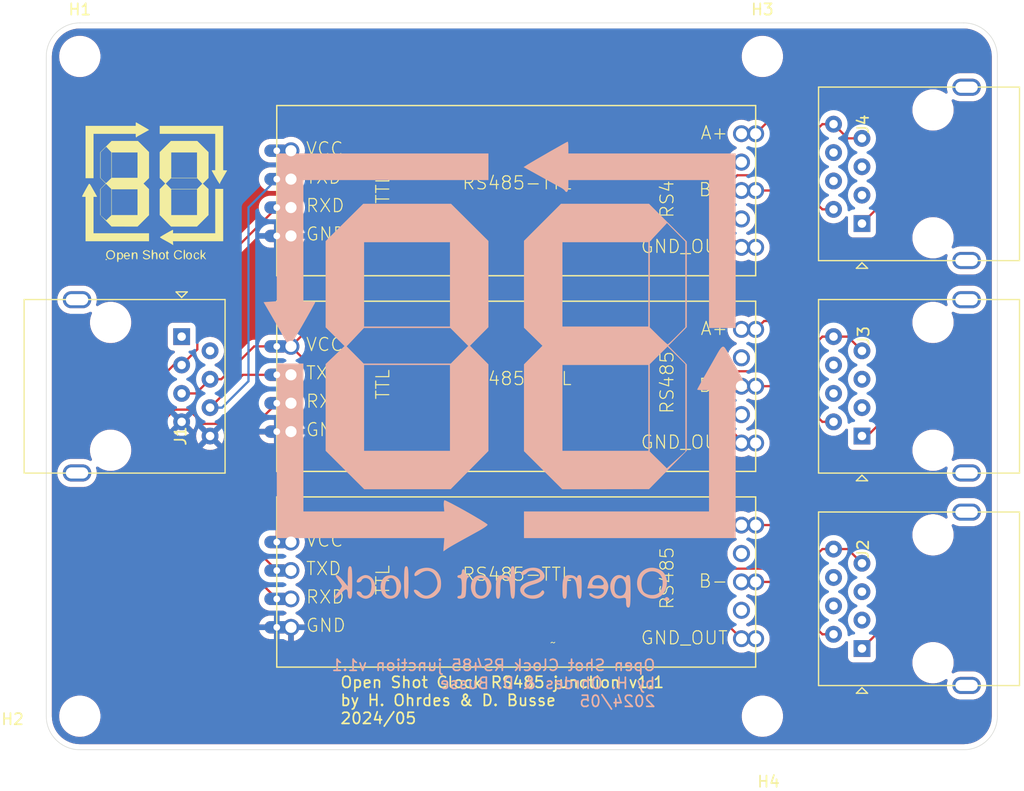
<source format=kicad_pcb>
(kicad_pcb (version 20240108) (generator "pcbnew") (generator_version "8.0")
  (layers (0 "F.Cu" signal) (31 "B.Cu" signal) (34 "B.Paste" user) (35 "F.Paste" user) (36 "B.SilkS" user "B.Silkscreen") (37 "F.SilkS" user "F.Silkscreen") (38 "B.Mask" user) (39 "F.Mask" user) (44 "Edge.Cuts" user))
  (net 0 "")
  (net 1 "RXD")
  (net 2 "Net-(U1-B-)")
  (net 4 "VCC")
  (net 5 "TXD")
  (net 6 "Net-(U1-GND_OUT)")
  (net 8 "GND")
  (net 10 "Net-(U2-A+)")
  (net 11 "Net-(U1-A+)")
  (net 13 "Net-(U2-B-)")
  (net 16 "Net-(U2-GND_OUT)")
  (net 20 "Net-(U3-B-)")
  (net 21 "Net-(U3-A+)")
  (net 23 "Net-(U3-GND_OUT)")
  (footprint "RS485:RS485-TTL" (layer "F.Cu") (at 92 65)
    (property "Reference" "U1" (hide yes))
    (property "Value" "~")
  )
  (footprint "MountingHole:MountingHole_3.2mm_M3" (layer "F.Cu") (at 53 53)
    (property "Reference" "H1")
    (property "Value" "MountingHole")
  )
  (footprint "RS485:RS485-TTL" (layer "F.Cu") (at 92 100)
    (property "Reference" "U3" (hide yes))
    (property "Value" "~")
  )
  (footprint "RS485:RS485-TTL" (layer "F.Cu") (at 92 82.5)
    (property "Reference" "U2" (hide yes))
    (property "Value" "~")
  )
  (footprint "RJ45:RJ45_Amphenol_54602-x08_Horizontal" (layer "F.Cu") (at 57 82.5 -90)
    (property "Reference" "J1")
    (property "Value" "RJ45")
  )
  (footprint "MountingHole:MountingHole_3.2mm_M3" (layer "F.Cu") (at 53 112)
    (property "Reference" "H2")
    (property "Value" "MountingHole")
  )
  (footprint "RJ45:RJ45_Amphenol_54602-x08_Horizontal" (layer "F.Cu") (at 128 63.5 90)
    (property "Reference" "J4")
    (property "Value" "RJ45")
  )
  (footprint "RJ45:RJ45_Amphenol_54602-x08_Horizontal" (layer "F.Cu") (at 128 101.5 90)
    (property "Reference" "J2")
    (property "Value" "RJ45")
  )
  (footprint "MountingHole:MountingHole_3.2mm_M3" (layer "F.Cu") (at 114 112)
    (property "Reference" "H4")
    (property "Value" "MountingHole")
  )
  (footprint "RJ45:RJ45_Amphenol_54602-x08_Horizontal" (layer "F.Cu") (at 128 82.5 90)
    (property "Reference" "J3")
    (property "Value" "RJ45")
  )
  (footprint "MountingHole:MountingHole_3.2mm_M3" (layer "F.Cu") (at 114 53)
    (property "Reference" "H3")
    (property "Value" "MountingHole")
  )
  (gr_poly (pts (xy 70.600038 96.071297) (xy 85.575639 96.071297) (xy 85.528287 96.666603) (xy 85.496187 97.087044) (xy 85.487478 97.214944) (xy 85.485536 97.261918) (xy 85.492227 97.257872) (xy 85.509638 97.246276) (xy 85.571899 97.203688) (xy 85.662878 97.140658) (xy 85.77313 97.063691) (xy 85.773107 97.063706) (xy 85.886236 96.987866) (xy 86.036001 96.894619) (xy 86.238718 96.774718) (xy 86.510706 96.618917) (xy 86.868282 96.417969) (xy 87.327762 96.162628) (xy 88.617708 95.451783) (xy 88.794457 95.352014) (xy 88.957001 95.255141) (xy 89.10195 95.163554) (xy 89.225915 95.079647) (xy 89.325506 95.005809) (xy 89.365102 94.973414) (xy 89.397333 94.944434) (xy 89.421776 94.919167) (xy 89.438007 94.897913) (xy 89.445603 94.88097) (xy 89.44603 94.874209) (xy 89.444139 94.868638) (xy 89.381 94.809788) (xy 89.245549 94.713253) (xy 88.799306 94.430584) (xy 88.188601 94.067551) (xy 87.496622 93.671073) (xy 86.806561 93.288071) (xy 86.201606 92.965463) (xy 85.764949 92.75017) (xy 85.635728 92.697428) (xy 85.597945 92.68735) (xy 85.579778 92.68911) (xy 85.575263 92.694273) (xy 85.570907 92.700552) (xy 85.566712 92.70791) (xy 85.562684 92.716313) (xy 85.555135 92.736116) (xy 85.548286 92.759679) (xy 85.542162 92.786725) (xy 85.536789 92.816974) (xy 85.532192 92.850145) (xy 85.528398 92.88596) (xy 85.52543 92.924139) (xy 85.523316 92.964404) (xy 85.522081 93.006473) (xy 85.52175 93.050069) (xy 85.522348 93.094911) (xy 85.523902 93.140721) (xy 85.526436 93.187218) (xy 85.529977 93.234124) (xy 85.569276 93.690049) (xy 72.981294 93.690049) (xy 72.981294 80.460877) (xy 70.600038 80.460877)) (stroke (width -0.000001)) (fill solid) (layer "B.SilkS"))
  (gr_poly (pts (xy 91.687212 98.585289) (xy 91.674423 98.58663) (xy 91.662156 98.588887) (xy 91.650403 98.592082) (xy 91.639158 98.596232) (xy 91.628413 98.601358) (xy 91.618162 98.607478) (xy 91.608397 98.614613) (xy 91.599113 98.622781) (xy 91.590302 98.632002) (xy 91.581956 98.642296) (xy 91.57407 98.653681) (xy 91.566636 98.666177) (xy 91.559647 98.679803) (xy 91.553096 98.69458) (xy 91.546977 98.710525) (xy 91.541282 98.727659) (xy 91.536005 98.746001) (xy 91.531138 98.76557) (xy 91.526675 98.786386) (xy 91.522609 98.808468) (xy 91.518933 98.831836) (xy 91.51564 98.856508) (xy 91.512723 98.882505) (xy 91.510174 98.909845) (xy 91.507989 98.938548) (xy 91.506158 98.968633) (xy 91.504676 99.00012) (xy 91.502729 99.067377) (xy 91.502092 99.140473) (xy 91.500334 99.286665) (xy 91.49802 99.348154) (xy 91.494647 99.402162) (xy 91.490137 99.448884) (xy 91.484412 99.488513) (xy 91.477396 99.521244) (xy 91.46901 99.547269) (xy 91.46428 99.557828) (xy 91.459178 99.566784) (xy 91.453695 99.57416) (xy 91.447822 99.57998) (xy 91.441548 99.58427) (xy 91.434864 99.587054) (xy 91.42776 99.588354) (xy 91.420227 99.588197) (xy 91.412255 99.586605) (xy 91.403834 99.583604) (xy 91.385607 99.573469) (xy 91.36547 99.557985) (xy 91.343343 99.537346) (xy 91.325386 99.521175) (xy 91.304432 99.505457) (xy 91.280737 99.490274) (xy 91.25456 99.475707) (xy 91.226159 99.461838) (xy 91.195791 99.448747) (xy 91.163713 99.436517) (xy 91.130185 99.425229) (xy 91.095462 99.414963) (xy 91.059804 99.405803) (xy 91.023467 99.397828) (xy 90.98671 99.391121) (xy 90.94979 99.385762) (xy 90.912965 99.381834) (xy 90.876493 99.379417) (xy 90.840631 99.378594) (xy 90.79169 99.379293) (xy 90.745088 99.381454) (xy 90.700773 99.38517) (xy 90.658694 99.390538) (xy 90.6188 99.397651) (xy 90.581038 99.406605) (xy 90.545357 99.417494) (xy 90.511706 99.430412) (xy 90.480034 99.445455) (xy 90.450288 99.462717) (xy 90.422418 99.482294) (xy 90.396372 99.504279) (xy 90.372098 99.528767) (xy 90.349545 99.555853) (xy 90.328661 99.585633) (xy 90.309395 99.6182) (xy 90.291696 99.653649) (xy 90.275512 99.692075) (xy 90.260791 99.733574) (xy 90.247483 99.778238) (xy 90.235535 99.826164) (xy 90.224896 99.877446) (xy 90.215514 99.932178) (xy 90.207339 99.990456) (xy 90.200318 100.052374) (xy 90.194401 100.118027) (xy 90.185669 100.260916) (xy 90.180732 100.419881) (xy 90.179178 100.595681) (xy 90.181267 100.838594) (xy 90.188114 101.036376) (xy 90.193592 101.119571) (xy 90.200585 101.192956) (xy 90.209199 101.257021) (xy 90.219545 101.312259) (xy 90.23173 101.35916) (xy 90.245862 101.398214) (xy 90.262049 101.429913) (xy 90.280401 101.454748) (xy 90.301025 101.47321) (xy 90.32403 101.485789) (xy 90.349524 101.492976) (xy 90.377615 101.495263) (xy 90.391921 101.494713) (xy 90.405573 101.493028) (xy 90.418585 101.490149) (xy 90.430969 101.48602) (xy 90.442739 101.480584) (xy 90.453907 101.473783) (xy 90.464486 101.46556) (xy 90.474491 101.455859) (xy 90.483933 101.444623) (xy 90.492826 101.431794) (xy 90.501183 101.417315) (xy 90.509017 101.40113) (xy 90.516341 101.383182) (xy 90.523168 101.363412) (xy 90.529512 101.341765) (xy 90.535386 101.318183) (xy 90.540802 101.29261) (xy 90.545773 101.264988) (xy 90.550314 101.235259) (xy 90.554436 101.203369) (xy 90.558153 101.169258) (xy 90.561478 101.13287) (xy 90.564425 101.094149) (xy 90.567005 101.053036) (xy 90.569233 101.009476) (xy 90.571122 100.96341) (xy 90.573932 100.863536) (xy 90.575542 100.752957) (xy 90.576055 100.631218) (xy 90.578389 100.398559) (xy 90.581475 100.297662) (xy 90.58599 100.2064) (xy 90.592046 100.124282) (xy 90.599755 100.050817) (xy 90.60923 99.985515) (xy 90.620582 99.927884) (xy 90.633925 99.877433) (xy 90.64937 99.833673) (xy 90.667029 99.796112) (xy 90.687015 99.76426) (xy 90.70944 99.737625) (xy 90.734416 99.715718) (xy 90.762055 99.698046) (xy 90.79247 99.684121) (xy 90.832159 99.670036) (xy 90.870574 99.658741) (xy 90.907725 99.65025) (xy 90.943621 99.644574) (xy 90.978269 99.641728) (xy 91.011681 99.641724) (xy 91.043863 99.644576) (xy 91.074827 99.650296) (xy 91.104579 99.658898) (xy 91.13313 99.670395) (xy 91.160488 99.684799) (xy 91.186662 99.702125) (xy 91.211661 99.722384) (xy 91.235494 99.745591) (xy 91.258171 99.771758) (xy 91.279699 99.800898) (xy 91.300089 99.833025) (xy 91.319348 99.868151) (xy 91.337486 99.906289) (xy 91.354512 99.947454) (xy 91.370435 99.991657) (xy 91.385264 100.038912) (xy 91.399007 100.089232) (xy 91.411674 100.14263) (xy 91.423274 100.19912) (xy 91.433815 100.258713) (xy 91.443306 100.321424) (xy 91.451757 100.387266) (xy 91.459177 100.456251) (xy 91.465574 100.528392) (xy 91.475336 100.682198) (xy 91.487836 100.890716) (xy 91.495339 100.981737) (xy 91.503781 101.064298) (xy 91.51324 101.138675) (xy 91.523795 101.205143) (xy 91.535524 101.263976) (xy 91.548506 101.315449) (xy 91.562818 101.359837) (xy 91.57854 101.397416) (xy 91.595749 101.428458) (xy 91.614523 101.453241) (xy 91.634942 101.472038) (xy 91.657083 101.485124) (xy 91.681025 101.492774) (xy 91.706846 101.495263) (xy 91.721151 101.494449) (xy 91.734766 101.491929) (xy 91.747705 101.487585) (xy 91.759985 101.4813) (xy 91.77162 101.472956) (xy 91.782627 101.462436) (xy 91.793021 101.449622) (xy 91.802817 101.434397) (xy 91.812031 101.416643) (xy 91.820678 101.396243) (xy 91.828774 101.373078) (xy 91.836335 101.347033) (xy 91.843375 101.317988) (xy 91.849911 101.285828) (xy 91.855958 101.250433) (xy 91.861531 101.211687) (xy 91.866647 101.169471) (xy 91.87132 101.12367) (xy 91.875566 101.074164) (xy 91.8794 101.020837) (xy 91.882839 100.963571) (xy 91.885897 100.902248) (xy 91.890934 100.766962) (xy 91.894636 100.614041) (xy 91.897126 100.442542) (xy 91.898529 100.251527) (xy 91.898969 100.040055) (xy 91.897183 99.631467) (xy 91.891073 99.304183) (xy 91.879513 99.049935) (xy 91.871338 98.947616) (xy 91.861377 98.860455) (xy 91.84949 98.787419) (xy 91.835537 98.727474) (xy 91.819376 98.679587) (xy 91.800866 98.642725) (xy 91.779868 98.615853) (xy 91.756239 98.597938) (xy 91.72984 98.587948) (xy 91.700529 98.584847)) (stroke (width -0.000001)) (fill solid) (layer "B.SilkS"))
  (gr_poly (pts (xy 104.027369 98.727197) (xy 103.92956 98.737098) (xy 103.834094 98.7538) (xy 103.741224 98.777113) (xy 103.6512 98.806845) (xy 103.564275 98.842804) (xy 103.4807 98.8848) (xy 103.400729 98.932642) (xy 103.324611 98.986137) (xy 103.2526 99.045095) (xy 103.184947 99.109325) (xy 103.121905 99.178635) (xy 103.063724 99.252834) (xy 103.010657 99.331731) (xy 102.962956 99.415135) (xy 102.920873 99.502855) (xy 102.884659 99.594698) (xy 102.854567 99.690475) (xy 102.830848 99.789993) (xy 102.813754 99.893062) (xy 102.803537 99.99949) (xy 102.80045 100.109087) (xy 102.804743 100.22166) (xy 102.81667 100.337019) (xy 102.836481 100.454972) (xy 102.854199 100.529264) (xy 102.877104 100.601606) (xy 102.904957 100.67189) (xy 102.93752 100.740009) (xy 102.974557 100.805857) (xy 103.01583 100.869328) (xy 103.0611 100.930313) (xy 103.110131 100.988708) (xy 103.162686 101.044405) (xy 103.218525 101.097297) (xy 103.277413 101.147278) (xy 103.339111 101.194242) (xy 103.403382 101.23808) (xy 103.469988 101.278688) (xy 103.538691 101.315957) (xy 103.609255 101.349782) (xy 103.681441 101.380056) (xy 103.755013 101.406672) (xy 103.829731 101.429524) (xy 103.90536 101.448504) (xy 103.981661 101.463506) (xy 104.058397 101.474424) (xy 104.13533 101.48115) (xy 104.212223 101.483579) (xy 104.288838 101.481602) (xy 104.364937 101.475115) (xy 104.440283 101.46401) (xy 104.514639 101.44818) (xy 104.587767 101.427518) (xy 104.659429 101.401919) (xy 104.729388 101.371275) (xy 104.797407 101.33548) (xy 104.875792 101.286283) (xy 104.949357 101.231611) (xy 105.018093 101.171841) (xy 105.08199 101.10735) (xy 105.141036 101.038515) (xy 105.195221 100.965713) (xy 105.244535 100.889322) (xy 105.288968 100.809717) (xy 105.328509 100.727277) (xy 105.363148 100.642379) (xy 105.392874 100.555399) (xy 105.417678 100.466714) (xy 105.437548 100.376703) (xy 105.452474 100.28574) (xy 105.462447 100.194205) (xy 105.467455 100.102474) (xy 105.467483 100.025989) (xy 105.089726 100.025989) (xy 105.087849 100.134429) (xy 105.077898 100.242339) (xy 105.060166 100.348677) (xy 105.034948 100.452403) (xy 105.002537 100.552475) (xy 104.963228 100.647854) (xy 104.917315 100.737499) (xy 104.865091 100.820368) (xy 104.80685 100.895422) (xy 104.775566 100.929692) (xy 104.742887 100.961618) (xy 104.708852 100.99107) (xy 104.673496 101.017918) (xy 104.636856 101.04203) (xy 104.59897 101.063279) (xy 104.53334 101.09325) (xy 104.463966 101.117913) (xy 104.391465 101.137332) (xy 104.316455 101.151573) (xy 104.239555 101.1607) (xy 104.161383 101.164779) (xy 104.082556 101.163873) (xy 104.003693 101.158049) (xy 103.925412 101.147371) (xy 103.848331 101.131904) (xy 103.773069 101.111713) (xy 103.700242 101.086863) (xy 103.63047 101.057418) (xy 103.56437 101.023445) (xy 103.502561 100.985007) (xy 103.445661 100.94217) (xy 103.445657 100.94217) (xy 103.421456 100.920096) (xy 103.398339 100.895045) (xy 103.376324 100.867178) (xy 103.355429 100.836659) (xy 103.335672 100.80365) (xy 103.317069 100.768313) (xy 103.283401 100.691307) (xy 103.254564 100.606941) (xy 103.230699 100.516515) (xy 103.211947 100.421329) (xy 103.19845 100.322684) (xy 103.190348 100.221879) (xy 103.187781 100.120214) (xy 103.19089 100.018991) (xy 103.199817 99.919508) (xy 103.214702 99.823066) (xy 103.235686 99.730965) (xy 103.248509 99.686949) (xy 103.26291 99.644506) (xy 103.278906 99.603798) (xy 103.296514 99.564988) (xy 103.331403 99.499851) (xy 103.370285 99.439072) (xy 103.412881 99.382644) (xy 103.458914 99.330561) (xy 103.508104 99.282814) (xy 103.560172 99.239399) (xy 103.614839 99.200306) (xy 103.671826 99.16553) (xy 103.730855 99.135063) (xy 103.791647 99.108899) (xy 103.853923 99.087031) (xy 103.917403 99.069451) (xy 103.98181 99.056152) (xy 104.046864 99.047129) (xy 104.112286 99.042373) (xy 104.177798 99.041877) (xy 104.24312 99.045636) (xy 104.307975 99.053641) (xy 104.372082 99.065886) (xy 104.435163 99.082364) (xy 104.496939 99.103068) (xy 104.557132 99.127991) (xy 104.615463 99.157126) (xy 104.671652 99.190466) (xy 104.72542 99.228005) (xy 104.77649 99.269734) (xy 104.824581 99.315648) (xy 104.869416 99.365739) (xy 104.910715 99.42) (xy 104.9482 99.478424) (xy 104.981591 99.541005) (xy 105.01061 99.607735) (xy 105.028465 99.657294) (xy 105.043971 99.707891) (xy 105.068081 99.811679) (xy 105.083235 99.918059) (xy 105.089726 100.025989) (xy 105.467483 100.025989) (xy 105.467488 100.010923) (xy 105.462536 99.919931) (xy 105.452589 99.829873) (xy 105.437636 99.741128) (xy 105.417666 99.654072) (xy 105.39267 99.569082) (xy 105.362637 99.486536) (xy 105.327557 99.40681) (xy 105.287418 99.330281) (xy 105.242212 99.257328) (xy 105.191927 99.188325) (xy 105.136553 99.123652) (xy 105.07608 99.063684) (xy 105.010497 99.0088) (xy 104.939795 98.959375) (xy 104.863962 98.915787) (xy 104.756477 98.864393) (xy 104.649319 98.821329) (xy 104.542742 98.786406) (xy 104.436996 98.759431) (xy 104.332334 98.740214) (xy 104.229008 98.728564) (xy 104.127268 98.724288)) (stroke (width -0.000001)) (fill solid) (layer "B.SilkS"))
  (gr_poly (pts (xy 96.45263 60.691117) (xy 96.091985 60.889655) (xy 94.985152 61.51729) (xy 93.779491 62.214456) (xy 93.295313 62.499907) (xy 92.973283 62.695694) (xy 92.658533 62.894471) (xy 93.304014 63.249741) (xy 93.993046 63.63123) (xy 94.743238 64.049534) (xy 95.409921 64.418267) (xy 95.695295 64.573079) (xy 95.898164 64.680581) (xy 95.97228 64.720577) (xy 96.044444 64.76278) (xy 96.112861 64.805915) (xy 96.175737 64.848709) (xy 96.231277 64.88989) (xy 96.255734 64.909477) (xy 96.277683 64.928183) (xy 96.296901 64.94585) (xy 96.313163 64.962317) (xy 96.326244 64.977426) (xy 96.33592 64.991017) (xy 96.352109 65.015947) (xy 96.36815 65.038153) (xy 96.384018 65.057666) (xy 96.39969 65.074514) (xy 96.415142 65.088728) (xy 96.430349 65.100337) (xy 96.445289 65.109372) (xy 96.459936 65.115861) (xy 96.474267 65.119836) (xy 96.488257 65.121326) (xy 96.501884 65.120361) (xy 96.515122 65.11697) (xy 96.527949 65.111183) (xy 96.540339 65.103031) (xy 96.55227 65.092542) (xy 96.563716 65.079748) (xy 96.574654 65.064678) (xy 96.585061 65.047361) (xy 96.594911 65.027827) (xy 96.604182 65.006107) (xy 96.612848 64.98223) (xy 96.620887 64.956226) (xy 96.628274 64.928125) (xy 96.634986 64.897957) (xy 96.640997 64.865751) (xy 96.646285 64.831537) (xy 96.650825 64.795346) (xy 96.654593 64.757206) (xy 96.657566 64.717149) (xy 96.659719 64.675203) (xy 96.661028 64.631399) (xy 96.66147 64.585766) (xy 96.66147 64.056595) (xy 109.229181 64.056595) (xy 109.229181 77.285759) (xy 111.610435 77.285759) (xy 111.610431 69.480549) (xy 111.610431 61.675335) (xy 96.661466 61.675335) (xy 96.661466 61.146172) (xy 96.660246 61.039875) (xy 96.656749 60.940708) (xy 96.651222 60.850844) (xy 96.643909 60.772451) (xy 96.635056 60.707701) (xy 96.630129 60.68112) (xy 96.624909 60.658763) (xy 96.619426 60.640902) (xy 96.613712 60.627809) (xy 96.607798 60.619754) (xy 96.604775 60.617701) (xy 96.601713 60.617009)) (stroke (width -0.000001)) (fill solid) (layer "B.SilkS"))
  (gr_poly (pts (xy 76.646814 67.843495) (xy 74.965631 69.513741) (xy 74.965631 77.22725) (xy 75.809396 78.063507) (xy 76.653154 78.899773) (xy 75.809396 79.702195) (xy 74.965631 80.504616) (xy 74.965631 88.267632) (xy 76.691263 89.986588) (xy 78.416898 91.705544) (xy 82.280588 91.703042) (xy 86.144273 91.700539) (xy 87.830991 89.993287) (xy 89.517713 88.285805) (xy 89.517713 88.265969) (xy 86.078126 88.265969) (xy 78.40521 88.265969) (xy 78.40521 80.593049) (xy 86.078126 80.593049) (xy 86.078126 88.265969) (xy 89.517713 88.265969) (xy 89.517713 80.53402) (xy 88.694711 79.703637) (xy 87.885993 78.887665) (xy 87.709238 78.887665) (xy 86.152559 80.460755) (xy 78.366258 80.460755) (xy 77.605604 79.692994) (xy 76.844957 78.925232) (xy 77.617803 78.105492) (xy 78.390649 77.285759) (xy 86.112291 77.285759) (xy 86.910764 78.086709) (xy 87.709238 78.887665) (xy 87.885993 78.887665) (xy 87.871709 78.873253) (xy 88.694711 78.04287) (xy 89.517713 77.212487) (xy 89.517713 77.153458) (xy 86.078126 77.153458) (xy 78.40521 77.153458) (xy 78.40521 69.612843) (xy 86.078126 69.612843) (xy 86.078126 77.153458) (xy 89.517713 77.153458) (xy 89.517713 69.501839) (xy 87.846162 67.837548) (xy 86.174612 66.173256) (xy 78.327993 66.173256)) (stroke (width -0.000001)) (fill solid) (layer "B.SilkS"))
  (gr_poly (pts (xy 70.6 74.89) (xy 70.009271 74.930298) (xy 69.418542 74.970597) (xy 69.956995 75.896637) (xy 70.424862 76.706095) (xy 70.793596 77.351845) (xy 71.365655 78.364434) (xy 71.393149 78.414087) (xy 71.419069 78.46315) (xy 71.443316 78.511335) (xy 71.46579 78.558353) (xy 71.48639 78.603917) (xy 71.505017 78.647738) (xy 71.521571 78.689528) (xy 71.535951 78.728998) (xy 71.548058 78.76586) (xy 71.557791 78.799827) (xy 71.565051 78.830609) (xy 71.569737 78.857918) (xy 71.57175 78.881467) (xy 71.570989 78.900967) (xy 71.567355 78.91613) (xy 71.564429 78.921994) (xy 71.560747 78.926667) (xy 71.556894 78.930707) (xy 71.553463 78.934696) (xy 71.550447 78.938628) (xy 71.547845 78.9425) (xy 71.54565 78.946305) (xy 71.54386 78.950038) (xy 71.542469 78.953695) (xy 71.541474 78.957271) (xy 71.540871 78.960759) (xy 71.540655 78.964157) (xy 71.540823 78.967457) (xy 71.54137 78.970656) (xy 71.542291 78.973748) (xy 71.543584 78.976728) (xy 71.545244 78.979591) (xy 71.547266 78.982333) (xy 71.549646 78.984947) (xy 71.552381 78.987429) (xy 71.555466 78.989774) (xy 71.558896 78.991977) (xy 71.562669 78.994033) (xy 71.566779 78.995937) (xy 71.571223 78.997683) (xy 71.575997 78.999267) (xy 71.581095 79.000683) (xy 71.586515 79.001927) (xy 71.592251 79.002993) (xy 71.598301 79.003877) (xy 71.604659 79.004573) (xy 71.611321 79.005077) (xy 71.618284 79.005383) (xy 71.625543 79.005486) (xy 71.634389 79.002896) (xy 71.646062 78.99521) (xy 71.677562 78.965058) (xy 71.719386 78.916046) (xy 71.77088 78.849189) (xy 71.831388 78.765503) (xy 71.900254 78.666004) (xy 72.060438 78.423627) (xy 72.246186 78.130183) (xy 72.452254 77.793796) (xy 72.673396 77.42259) (xy 72.904367 77.024689) (xy 72.904382 77.024743) (xy 73.345159 76.250135) (xy 73.706117 75.605324) (xy 73.950008 75.157592) (xy 74.016413 75.028657) (xy 74.039583 74.974221) (xy 74.038891 74.970646) (xy 74.036837 74.967117) (xy 74.033457 74.963638) (xy 74.028782 74.960214) (xy 74.022848 74.956848) (xy 74.015689 74.953545) (xy 73.997828 74.947147) (xy 73.975471 74.941056) (xy 73.94889 74.935307) (xy 73.918355 74.929937) (xy 73.884139 74.92498) (xy 73.846512 74.920472) (xy 73.805745 74.91645) (xy 73.762111 74.912948) (xy 73.71588 74.910003) (xy 73.667323 74.907651) (xy 73.616713 74.905926) (xy 73.56432 74.904865) (xy 73.510416 74.904503) (xy 72.981248 74.904503) (xy 72.981248 64.05658) (xy 89.517709 64.05658) (xy 89.517709 61.675324) (xy 70.6 61.675324)) (stroke (width -0.000001)) (fill solid) (layer "B.SilkS"))
  (gr_poly (pts (xy 94.347654 67.828331) (xy 92.692712 69.483277) (xy 92.692712 77.258561) (xy 93.515497 78.066185) (xy 94.338281 78.873818) (xy 92.692712 80.534142) (xy 92.692712 88.303185) (xy 94.401117 90.004425) (xy 96.109518 91.705674) (xy 99.990438 91.700676) (xy 103.871358 91.695679) (xy 105.55808 89.97828) (xy 107.174668 88.332253) (xy 107.114652 88.332253) (xy 106.286897 89.080948) (xy 105.459146 89.829636) (xy 104.699609 89.080948) (xy 103.940073 88.332253) (xy 103.940056 88.265969) (xy 103.805215 88.265969) (xy 96.132299 88.265969) (xy 96.132299 80.593049) (xy 103.805215 80.593049) (xy 103.805215 88.265969) (xy 103.940056 88.265969) (xy 103.939073 84.425507) (xy 103.93865 84.425507) (xy 103.93765 80.518761) (xy 104.731401 79.7333) (xy 105.525152 78.947831) (xy 106.318903 79.7333) (xy 107.112653 80.518761) (xy 107.113653 84.425507) (xy 107.114652 88.332253) (xy 107.174668 88.332253) (xy 107.244802 88.260842) (xy 107.244802 80.534157) (xy 106.421796 79.703774) (xy 105.598794 78.873391) (xy 106.421796 78.043007) (xy 107.244802 77.212624) (xy 107.244802 69.553818) (xy 107.112211 69.553818) (xy 107.112211 77.211945) (xy 106.355676 77.976456) (xy 106.202347 78.130032) (xy 106.056683 78.273305) (xy 105.922059 78.403139) (xy 105.801851 78.516398) (xy 105.699435 78.609947) (xy 105.618185 78.68065) (xy 105.561478 78.725371) (xy 105.543383 78.737009) (xy 105.53269 78.740975) (xy 105.528284 78.739986) (xy 105.521954 78.73705) (xy 105.503737 78.725534) (xy 105.478465 78.706815) (xy 105.446563 78.68128) (xy 105.408458 78.649317) (xy 105.364576 78.611315) (xy 105.261183 78.518743) (xy 105.139794 78.406666) (xy 105.003816 78.278188) (xy 104.856657 78.13641) (xy 104.701726 77.984436) (xy 104.70202 77.984429) (xy 103.937505 77.22789) (xy 103.937573 77.153458) (xy 103.805215 77.153458) (xy 96.132299 77.153458) (xy 96.132299 69.612843) (xy 103.805215 69.612843) (xy 103.805215 77.153458) (xy 103.937573 77.153458) (xy 103.941007 73.387299) (xy 103.944509 69.5467) (xy 104.709856 68.724415) (xy 105.475206 67.902131) (xy 106.29371 68.727974) (xy 107.112211 69.553818) (xy 107.244802 69.553818) (xy 107.244802 69.543007) (xy 105.556242 67.8582) (xy 103.867681 66.17339) (xy 96.002599 66.17339)) (stroke (width -0.000001)) (fill solid) (layer "B.SilkS"))
  (gr_poly (pts (xy 78.507164 99.379583) (xy 78.47602 99.382496) (xy 78.444195 99.387249) (xy 78.411804 99.393759) (xy 78.345786 99.411717) (xy 78.27889 99.435702) (xy 78.21204 99.46505) (xy 78.146158 99.499094) (xy 78.082168 99.537167) (xy 78.020994 99.578604) (xy 77.963558 99.622739) (xy 77.910785 99.668904) (xy 77.863597 99.716435) (xy 77.822918 99.764665) (xy 77.789672 99.812927) (xy 77.776124 99.836862) (xy 77.764781 99.860556) (xy 77.755758 99.883925) (xy 77.74917 99.906885) (xy 77.745132 99.929354) (xy 77.743761 99.951249) (xy 77.744825 99.966942) (xy 77.747937 99.981101) (xy 77.752974 99.993755) (xy 77.759816 100.004936) (xy 77.768338 100.014673) (xy 77.778421 100.022996) (xy 77.789941 100.029934) (xy 77.802777 100.03552) (xy 77.816807 100.039781) (xy 77.831908 100.042749) (xy 77.84796 100.044453) (xy 77.864839 100.044924) (xy 77.882424 100.044191) (xy 77.900594 100.042285) (xy 77.919225 100.039236) (xy 77.938197 100.035074) (xy 77.957386 100.029828) (xy 77.976672 100.023529) (xy 77.995932 100.016208) (xy 78.015044 100.007893) (xy 78.033887 99.998616) (xy 78.052338 99.988405) (xy 78.070275 99.977292) (xy 78.087577 99.965307) (xy 78.104121 99.952478) (xy 78.119786 99.938838) (xy 78.134449 99.924414) (xy 78.147989 99.909239) (xy 78.160283 99.893341) (xy 78.17121 99.876751) (xy 78.180648 99.859499) (xy 78.188474 99.841614) (xy 78.19795 99.819924) (xy 78.209185 99.799502) (xy 78.222086 99.780354) (xy 78.236562 99.762484) (xy 78.252521 99.745899) (xy 78.269871 99.730602) (xy 78.288519 99.716599) (xy 78.308374 99.703895) (xy 78.329344 99.692496) (xy 78.351338 99.682405) (xy 78.374262 99.673629) (xy 78.398025 99.666173) (xy 78.422536 99.66004) (xy 78.447702 99.655237) (xy 78.473431 99.651769) (xy 78.499632 99.64964) (xy 78.526212 99.648857) (xy 78.55308 99.649422) (xy 78.580143 99.651343) (xy 78.60731 99.654624) (xy 78.634488 99.659269) (xy 78.661587 99.665285) (xy 78.688513 99.672676) (xy 78.715175 99.681447) (xy 78.741481 99.691603) (xy 78.767339 99.70315) (xy 78.792657 99.716092) (xy 78.817343 99.730434) (xy 78.841305 99.746182) (xy 78.864452 99.763341) (xy 78.886691 99.781916) (xy 78.90793 99.801911) (xy 78.925671 99.821448) (xy 78.942336 99.843415) (xy 78.957922 99.86768) (xy 78.972428 99.89411) (xy 78.98585 99.922573) (xy 78.998187 99.952936) (xy 79.019592 100.01883) (xy 79.036625 100.090732) (xy 79.049266 100.167581) (xy 79.057494 100.248317) (xy 79.061289 100.331878) (xy 79.060633 100.417204) (xy 79.055506 100.503233) (xy 79.045887 100.588904) (xy 79.031757 100.673158) (xy 79.013096 100.754932) (xy 78.989884 100.833166) (xy 78.962103 100.906799) (xy 78.946492 100.941559) (xy 78.929731 100.97477) (xy 78.913634 101.002414) (xy 78.895853 101.028486) (xy 78.876511 101.052975) (xy 78.85573 101.075873) (xy 78.833633 101.09717) (xy 78.810344 101.116857) (xy 78.785985 101.134923) (xy 78.760678 101.15136) (xy 78.734547 101.166158) (xy 78.707714 101.179307) (xy 78.680303 101.190797) (xy 78.652435 101.200621) (xy 78.624234 101.208767) (xy 78.595823 101.215226) (xy 78.567325 101.219989) (xy 78.538862 101.223047) (xy 78.510557 101.224389) (xy 78.482533 101.224006) (xy 78.454912 101.221889) (xy 78.427818 101.218029) (xy 78.401374 101.212415) (xy 78.375702 101.205038) (xy 78.350925 101.195889) (xy 78.327165 101.184958) (xy 78.304546 101.172235) (xy 78.283191 101.157712) (xy 78.263222 101.141378) (xy 78.244762 101.123224) (xy 78.227934 101.103241) (xy 78.212861 101.081419) (xy 78.199666 101.057748) (xy 78.18847 101.032219) (xy 78.180162 101.013097) (xy 78.170304 100.994802) (xy 78.159015 100.977358) (xy 78.146413 100.960787) (xy 78.132618 100.945113) (xy 78.117749 100.930359) (xy 78.101925 100.916548) (xy 78.085264 100.903703) (xy 78.067885 100.891848) (xy 78.049908 100.881005) (xy 78.031452 100.871198) (xy 78.012635 100.86245) (xy 77.993576 100.854784) (xy 77.974395 100.848224) (xy 77.95521 100.842792) (xy 77.93614 100.838512) (xy 77.917304 100.835407) (xy 77.898822 100.833499) (xy 77.880811 100.832813) (xy 77.863392 100.833372) (xy 77.846682 100.835198) (xy 77.830802 100.838314) (xy 77.815869 100.842745) (xy 77.802003 100.848513) (xy 77.789323 100.855641) (xy 77.777948 100.864152) (xy 77.767996 100.87407) (xy 77.759587 100.885418) (xy 77.75284 100.898219) (xy 77.747873 100.912497) (xy 77.744806 100.928273) (xy 77.743757 100.945572) (xy 77.745172 100.966503) (xy 77.749338 100.987997) (xy 77.756136 101.009972) (xy 77.765445 101.032349) (xy 77.777147 101.055046) (xy 77.791121 101.077985) (xy 77.807248 101.101083) (xy 77.825409 101.124261) (xy 77.845484 101.147438) (xy 77.867353 101.170534) (xy 77.890898 101.193469) (xy 77.915997 101.216161) (xy 77.942533 101.23853) (xy 77.970384 101.260496) (xy 78.029558 101.302898) (xy 78.092561 101.342721) (xy 78.158439 101.379324) (xy 78.226234 101.412061) (xy 78.260551 101.426778) (xy 78.294989 101.440289) (xy 78.329429 101.452511) (xy 78.363749 101.463364) (xy 78.397832 101.472769) (xy 78.431557 101.480644) (xy 78.464805 101.486909) (xy 78.497457 101.491483) (xy 78.529392 101.494287) (xy 78.560491 101.49524) (xy 78.595693 101.493812) (xy 78.632443 101.489624) (xy 78.670442 101.482816) (xy 78.709392 101.473529) (xy 78.748995 101.461904) (xy 78.788953 101.448083) (xy 78.828966 101.432206) (xy 78.868737 101.414415) (xy 78.907968 101.39485) (xy 78.946359 101.373653) (xy 78.983614 101.350965) (xy 79.019433 101.326927) (xy 79.053517 101.301679) (xy 79.08557 101.275364) (xy 79.115292 101.248121) (xy 79.142385 101.220093) (xy 79.142393 101.220108) (xy 79.192314 101.16015) (xy 79.236702 101.097016) (xy 79.275664 101.031042) (xy 79.309312 100.962558) (xy 79.337753 100.891899) (xy 79.361098 100.819398) (xy 79.379456 100.745387) (xy 79.392935 100.6702) (xy 79.401647 100.594169) (xy 79.405699 100.517628) (xy 79.405202 100.440909) (xy 79.400264 100.364346) (xy 79.390996 100.288271) (xy 79.377506 100.213018) (xy 79.359904 100.13892) (xy 79.338299 100.066309) (xy 79.312801 99.995519) (xy 79.283519 99.926883) (xy 79.250563 99.860733) (xy 79.214041 99.797403) (xy 79.174063 99.737226) (xy 79.130739 99.680534) (xy 79.084178 99.627661) (xy 79.03449 99.57894) (xy 78.981783 99.534703) (xy 78.926167 99.495285) (xy 78.867752 99.461017) (xy 78.806646 99.432232) (xy 78.74296 99.409265) (xy 78.676803 99.392448) (xy 78.608283 99.382113) (xy 78.537511 99.378594)) (stroke (width -0.000001)) (fill solid) (layer "B.SilkS"))
  (gr_poly (pts (xy 101.159936 99.37645) (xy 101.102918 99.382059) (xy 101.046991 99.392733) (xy 100.992315 99.40831) (xy 100.939048 99.428628) (xy 100.88735 99.453524) (xy 100.83738 99.482836) (xy 100.789298 99.516402) (xy 100.743263 99.554058) (xy 100.699433 99.595643) (xy 100.65797 99.640995) (xy 100.619031 99.689951) (xy 100.582776 99.742348) (xy 100.549365 99.798025) (xy 100.518956 99.856818) (xy 100.491709 99.918566) (xy 100.467784 99.983106) (xy 100.447339 100.050276) (xy 100.430534 100.119913) (xy 100.417529 100.191855) (xy 100.408482 100.26594) (xy 100.403553 100.342005) (xy 100.402901 100.419888) (xy 100.406685 100.499426) (xy 100.415066 100.580457) (xy 100.428201 100.662819) (xy 100.45228 100.775002) (xy 100.480845 100.878596) (xy 100.496827 100.927185) (xy 100.513949 100.973643) (xy 100.532218 101.017974) (xy 100.551642 101.060185) (xy 100.572226 101.100281) (xy 100.593976 101.138267) (xy 100.616901 101.174148) (xy 100.641005 101.207931) (xy 100.666295 101.239619) (xy 100.692779 101.269219) (xy 100.720461 101.296736) (xy 100.74935 101.322175) (xy 100.77945 101.345542) (xy 100.81077 101.366842) (xy 100.843315 101.386081) (xy 100.877091 101.403263) (xy 100.912106 101.418394) (xy 100.948365 101.43148) (xy 100.985875 101.442525) (xy 101.024644 101.451536) (xy 101.064676 101.458517) (xy 101.105979 101.463474) (xy 101.148559 101.466413) (xy 101.192422 101.467338) (xy 101.237576 101.466255) (xy 101.284026 101.463169) (xy 101.331779 101.458087) (xy 101.380842 101.451012) (xy 101.456147 101.43905) (xy 101.522338 101.42949) (xy 101.580001 101.422843) (xy 101.629723 101.419621) (xy 101.651791 101.419454) (xy 101.672093 101.420335) (xy 101.690704 101.422328) (xy 101.707697 101.425497) (xy 101.723146 101.429906) (xy 101.737123 101.435619) (xy 101.749703 101.4427) (xy 101.760958 101.451212) (xy 101.770963 101.461221) (xy 101.779789 101.472788) (xy 101.787512 101.48598) (xy 101.794204 101.500859) (xy 101.799939 101.51749) (xy 101.80479 101.535936) (xy 101.808831 101.556262) (xy 101.812135 101.578531) (xy 101.816824 101.629155) (xy 101.819447 101.68832) (xy 101.82059 101.756538) (xy 101.82084 101.83432) (xy 101.821554 101.8915) (xy 101.823711 101.944581) (xy 101.827336 101.99362) (xy 101.832454 102.038674) (xy 101.83909 102.079798) (xy 101.847267 102.117051) (xy 101.857012 102.150487) (xy 101.868347 102.180164) (xy 101.881299 102.206138) (xy 101.895891 102.228465) (xy 101.912148 102.247202) (xy 101.920909 102.255243) (xy 101.930096 102.262406) (xy 101.939711 102.268701) (xy 101.949758 102.274133) (xy 101.960239 102.278711) (xy 101.971159 102.28244) (xy 101.994324 102.287382) (xy 102.019277 102.289017) (xy 102.034307 102.288264) (xy 102.048592 102.285917) (xy 102.062148 102.281847) (xy 102.068659 102.279126) (xy 102.074994 102.275926) (xy 102.081156 102.27223) (xy 102.087147 102.268024) (xy 102.092969 102.263289) (xy 102.098625 102.258011) (xy 102.104116 102.252173) (xy 102.109445 102.24576) (xy 102.119624 102.231139) (xy 102.129182 102.214022) (xy 102.138134 102.194277) (xy 102.1465 102.171776) (xy 102.154295 102.14639) (xy 102.161539 102.117989) (xy 102.168248 102.086445) (xy 102.174441 102.051628) (xy 102.180134 102.013409) (xy 102.185346 101.971659) (xy 102.190094 101.926248) (xy 102.194395 101.877048) (xy 102.198268 101.823929) (xy 102.20173 101.766762) (xy 102.204798 101.705418) (xy 102.207491 101.639767) (xy 102.209825 101.569681) (xy 102.213489 101.415685) (xy 102.215932 101.242397) (xy 102.217295 101.048783) (xy 102.217718 100.833809) (xy 102.21649 100.552869) (xy 101.802469 100.552869) (xy 101.79747 100.6413) (xy 101.78722 100.724276) (xy 101.771821 100.801623) (xy 101.751374 100.873164) (xy 101.725982 100.938724) (xy 101.711463 100.969207) (xy 101.695745 100.998128) (xy 101.678843 101.025467) (xy 101.660767 101.051201) (xy 101.641531 101.075308) (xy 101.621148 101.097766) (xy 101.59963 101.118553) (xy 101.57699 101.137648) (xy 101.55324 101.155029) (xy 101.528395 101.170673) (xy 101.502465 101.184559) (xy 101.475464 101.196664) (xy 101.447405 101.206967) (xy 101.4183 101.215446) (xy 101.388162 101.222079) (xy 101.357003 101.226844) (xy 101.324838 101.22972) (xy 101.291677 101.230683) (xy 101.26721 101.229701) (xy 101.24183 101.226821) (xy 101.215738 101.222139) (xy 101.189132 101.215753) (xy 101.162213 101.207759) (xy 101.135179 101.198255) (xy 101.108231 101.187338) (xy 101.081568 101.175104) (xy 101.055389 101.16165) (xy 101.029894 101.147074) (xy 101.005283 101.131473) (xy 100.981755 101.114943) (xy 100.959509 101.097582) (xy 100.938746 101.079487) (xy 100.919664 101.060754) (xy 100.902463 101.041481) (xy 100.882316 101.014326) (xy 100.864071 100.983887) (xy 100.847699 100.950402) (xy 100.833173 100.914109) (xy 100.820465 100.875245) (xy 100.809544 100.834049) (xy 100.792956 100.74561) (xy 100.783179 100.650695) (xy 100.779988 100.551207) (xy 100.783155 100.449049) (xy 100.79245 100.346122) (xy 100.807648 100.244331) (xy 100.828521 100.145577) (xy 100.85484 100.051764) (xy 100.886378 99.964794) (xy 100.922907 99.886571) (xy 100.942972 99.851333) (xy 100.9642 99.818996) (xy 100.986562 99.789797) (xy 101.010029 99.763973) (xy 101.034574 99.741763) (xy 101.060167 99.723404) (xy 101.093749 99.703791) (xy 101.127102 99.68712) (xy 101.160181 99.673352) (xy 101.192941 99.662447) (xy 101.225336 99.654366) (xy 101.25732 99.64907) (xy 101.288849 99.646521) (xy 101.319877 99.646677) (xy 101.350358 99.649501) (xy 101.380248 99.654953) (xy 101.409501 99.662994) (xy 101.438071 99.673584) (xy 101.465914 99.686684) (xy 101.492983 99.702255) (xy 101.519234 99.720259) (xy 101.544621 99.740654) (xy 101.569099 99.763403) (xy 101.592622 99.788466) (xy 101.615145 99.815804) (xy 101.636623 99.845378) (xy 101.65701 99.877147) (xy 101.676261 99.911074) (xy 101.694331 99.947119) (xy 101.711173 99.985242) (xy 101.726744 100.025404) (xy 101.740997 100.067566) (xy 101.753887 100.11169) (xy 101.76537 100.157734) (xy 101.775398 100.205662) (xy 101.783927 100.255432) (xy 101.790913 100.307006) (xy 101.796308 100.360344) (xy 101.802116 100.459158) (xy 101.802469 100.552869) (xy 102.21649 100.552869) (xy 102.215931 100.425222) (xy 102.209822 100.097938) (xy 102.198262 99.84369) (xy 102.190086 99.74137) (xy 102.180125 99.65421) (xy 102.168239 99.581173) (xy 102.154285 99.521229) (xy 102.138124 99.473342) (xy 102.119615 99.436479) (xy 102.098616 99.409607) (xy 102.074988 99.391693) (xy 102.048588 99.381702) (xy 102.019277 99.378601) (xy 101.999063 99.379294) (xy 101.979416 99.381324) (xy 101.960437 99.384626) (xy 101.942229 99.389129) (xy 101.924892 99.394765) (xy 101.908529 99.401466) (xy 101.893242 99.409164) (xy 101.879132 99.417791) (xy 101.866301 99.427277) (xy 101.85485 99.437555) (xy 101.849675 99.442969) (xy 101.844882 99.448555) (xy 101.840486 99.454305) (xy 101.836499 99.46021) (xy 101.832933 99.466262) (xy 101.829801 99.472452) (xy 101.827116 99.478771) (xy 101.824891 99.485211) (xy 101.823138 99.491763) (xy 101.82187 99.49842) (xy 101.8211 99.505171) (xy 101.82084 99.512009) (xy 101.820569 99.5195) (xy 101.819759 99.526464) (xy 101.818417 99.532901) (xy 101.81655 99.538811) (xy 101.814162 99.544196) (xy 101.811262 99.549056) (xy 101.807854 99.553391) (xy 101.803945 99.557201) (xy 101.799542 99.560488) (xy 101.794651 99.563252) (xy 101.789278 99.565492) (xy 101.783429 99.567211) (xy 101.777111 99.568407) (xy 101.770329 99.569082) (xy 101.763091 99.569237) (xy 101.755402 99.568871) (xy 101.747269 99.567985) (xy 101.738698 99.56658) (xy 101.729695 99.564656) (xy 101.720267 99.562214) (xy 101.710419 99.559254) (xy 101.700159 99.555777) (xy 101.689492 99.551783) (xy 101.678425 99.547273) (xy 101.666963 99.542246) (xy 101.655114 99.536705) (xy 101.642883 99.530648) (xy 101.630277 99.524078) (xy 101.617303 99.516993) (xy 101.603965 99.509395) (xy 101.590271 99.501284) (xy 101.576227 99.492661) (xy 101.516033 99.458265) (xy 101.455814 99.430071) (xy 101.395731 99.407917) (xy 101.335942 99.391641) (xy 101.276607 99.381079) (xy 101.217885 99.37607)) (stroke (width -0.000001)) (fill solid) (layer "B.SilkS"))
  (gr_poly (pts (xy 110.484263 78.951607) (xy 110.474216 78.95248) (xy 110.464073 78.954153) (xy 110.453825 78.956632) (xy 110.443464 78.959923) (xy 110.422364 78.968962) (xy 110.400701 78.981315) (xy 110.378403 78.997029) (xy 110.3554 79.016149) (xy 110.331618 79.038722) (xy 110.306987 79.064792) (xy 110.281434 79.094406) (xy 110.254889 79.12761) (xy 110.227278 79.164449) (xy 110.19853 79.204969) (xy 110.168574 79.249216) (xy 110.137338 79.297236) (xy 110.10475 79.349075) (xy 110.070738 79.404779) (xy 109.998156 79.527962) (xy 109.919017 79.667153) (xy 109.517015 80.378033) (xy 108.915109 81.436974) (xy 108.626126 81.948263) (xy 108.389472 82.374354) (xy 108.22957 82.670752) (xy 108.186033 82.756411) (xy 108.170843 82.792962) (xy 108.171535 82.795482) (xy 108.173588 82.797971) (xy 108.176969 82.800425) (xy 108.181643 82.802841) (xy 108.194737 82.807545) (xy 108.212597 82.812059) (xy 108.234954 82.816358) (xy 108.261535 82.820415) (xy 108.292069 82.824206) (xy 108.326285 82.827705) (xy 108.363912 82.830887) (xy 108.404678 82.833727) (xy 108.448312 82.836199) (xy 108.494542 82.838279) (xy 108.543098 82.839941) (xy 108.593709 82.841159) (xy 108.646102 82.841908) (xy 108.700006 82.842163) (xy 109.229177 82.842163) (xy 109.229177 93.690079) (xy 92.692716 93.690079) (xy 92.692716 96.071335) (xy 111.610431 96.071335) (xy 111.610431 82.842141) (xy 112.139596 82.842141) (xy 112.193501 82.841551) (xy 112.245894 82.839822) (xy 112.296505 82.837011) (xy 112.345061 82.833177) (xy 112.391292 82.828378) (xy 112.434926 82.822672) (xy 112.475692 82.816118) (xy 112.513319 82.808773) (xy 112.547535 82.800695) (xy 112.57807 82.791944) (xy 112.604651 82.782577) (xy 112.627007 82.772653) (xy 112.644868 82.76223) (xy 112.657961 82.751365) (xy 112.662636 82.745786) (xy 112.666016 82.740118) (xy 112.66807 82.734369) (xy 112.668762 82.728547) (xy 112.652015 82.679733) (xy 112.604212 82.576397) (xy 112.430048 82.232949) (xy 111.869793 81.186498) (xy 111.221825 80.017877) (xy 110.93802 79.521717) (xy 110.719972 79.15577) (xy 110.699215 79.123213) (xy 110.678899 79.09333) (xy 110.658954 79.066165) (xy 110.639307 79.041766) (xy 110.619886 79.020177) (xy 110.600621 79.001445) (xy 110.581439 78.985616) (xy 110.562268 78.972734) (xy 110.543037 78.962847) (xy 110.533376 78.95904) (xy 110.523673 78.955999) (xy 110.51392 78.95373) (xy 110.504106 78.952237) (xy 110.494224 78.951528)) (stroke (width -0.000001)) (fill solid) (layer "B.SilkS"))
  (gr_poly (pts (xy 83.933203 98.72482) (xy 83.843138 98.731828) (xy 83.751469 98.744093) (xy 83.658329 98.761702) (xy 83.563847 98.784739) (xy 83.468154 98.813291) (xy 83.371381 98.847443) (xy 83.340346 98.859972) (xy 83.309919 98.87369) (xy 83.280153 98.888522) (xy 83.251101 98.904393) (xy 83.222816 98.921225) (xy 83.195351 98.938944) (xy 83.143093 98.976737) (xy 83.09475 99.017164) (xy 83.050747 99.059618) (xy 83.011505 99.103493) (xy 82.993803 99.125773) (xy 82.97745 99.14818) (xy 82.9625 99.170639) (xy 82.949005 99.193074) (xy 82.937018 99.215408) (xy 82.926593 99.237566) (xy 82.917782 99.259471) (xy 82.910638 99.281049) (xy 82.905214 99.302223) (xy 82.901563 99.322917) (xy 82.899738 99.343056) (xy 82.899792 99.362562) (xy 82.901778 99.381362) (xy 82.905749 99.399378) (xy 82.911758 99.416534) (xy 82.919858 99.432756) (xy 82.930101 99.447966) (xy 82.942541 99.46209) (xy 82.946749 99.465406) (xy 82.95192 99.467929) (xy 82.958023 99.469673) (xy 82.965029 99.470652) (xy 82.972908 99.47088) (xy 82.98163 99.47037) (xy 82.991166 99.469138) (xy 83.001486 99.467196) (xy 83.024358 99.461241) (xy 83.050008 99.452616) (xy 83.078197 99.441434) (xy 83.108689 99.427806) (xy 83.141244 99.411845) (xy 83.175625 99.393661) (xy 83.211594 99.373366) (xy 83.248912 99.351073) (xy 83.287342 99.326893) (xy 83.326645 99.300938) (xy 83.366583 99.273319) (xy 83.406919 99.244149) (xy 83.459713 99.206861) (xy 83.51272 99.172859) (xy 83.565865 99.142124) (xy 83.619075 99.114637) (xy 83.672277 99.090382) (xy 83.725396 99.06934) (xy 83.778359 99.051493) (xy 83.831092 99.036823) (xy 83.883521 99.025313) (xy 83.935572 99.016944) (xy 83.987172 99.011699) (xy 84.038247 99.009559) (xy 84.088723 99.010507) (xy 84.138527 99.014525) (xy 84.187583 99.021595) (xy 84.23582 99.031699) (xy 84.283163 99.044818) (xy 84.329538 99.060936) (xy 84.374872 99.080034) (xy 84.419091 99.102094) (xy 84.46212 99.127099) (xy 84.503887 99.15503) (xy 84.544317 99.185869) (xy 84.583337 99.219599) (xy 84.620873 99.256202) (xy 84.656851 99.295659) (xy 84.691197 99.337953) (xy 84.723838 99.383066) (xy 84.7547 99.430979) (xy 84.78371 99.481676) (xy 84.810792 99.535138) (xy 84.835874 99.591347) (xy 84.875566 99.694917) (xy 84.90729 99.79649) (xy 84.931064 99.895993) (xy 84.946903 99.993354) (xy 84.954825 100.0885) (xy 84.954844 100.181359) (xy 84.946979 100.271857) (xy 84.931245 100.359924) (xy 84.907659 100.445485) (xy 84.876237 100.528469) (xy 84.836996 100.608803) (xy 84.789951 100.686415) (xy 84.735121 100.761231) (xy 84.672519 100.83318) (xy 84.602164 100.902189) (xy 84.524072 100.968186) (xy 84.442877 101.028804) (xy 84.364001 101.080969) (xy 84.32536 101.103878) (xy 84.28721 101.124669) (xy 84.249523 101.143342) (xy 84.21227 101.159895) (xy 84.175421 101.174327) (xy 84.138946 101.186636) (xy 84.102817 101.196822) (xy 84.067005 101.204882) (xy 84.031479 101.210816) (xy 83.996211 101.214622) (xy 83.961171 101.2163) (xy 83.92633 101.215847) (xy 83.891659 101.213263) (xy 83.857128 101.208547) (xy 83.822709 101.201696) (xy 83.788371 101.19271) (xy 83.754086 101.181587) (xy 83.719824 101.168326) (xy 83.685557 101.152926) (xy 83.651253 101.135386) (xy 83.616886 101.115704) (xy 83.582424 101.093879) (xy 83.547839 101.06991) (xy 83.513102 101.043795) (xy 83.443052 100.985124) (xy 83.372041 100.917855) (xy 83.339966 100.886907) (xy 83.307996 100.858236) (xy 83.276244 100.831825) (xy 83.244819 100.80766) (xy 83.213832 100.785723) (xy 83.183394 100.766) (xy 83.153616 100.748475) (xy 83.124609 100.733132) (xy 83.096483 100.719954) (xy 83.069349 100.708927) (xy 83.043317 100.700034) (xy 83.018499 100.69326) (xy 82.995005 100.688589) (xy 82.972946 100.686005) (xy 82.952433 100.685492) (xy 82.933576 100.687035) (xy 82.916486 100.690618) (xy 82.901273 100.696224) (xy 82.88805 100.703839) (xy 82.876925 100.713446) (xy 82.868011 100.725029) (xy 82.861417 100.738573) (xy 82.857255 100.754063) (xy 82.855635 100.771481) (xy 82.856668 100.790813) (xy 82.860464 100.812043) (xy 82.867135 100.835154) (xy 82.876791 100.860132) (xy 82.889543 100.886959) (xy 82.905501 100.915622) (xy 82.924777 100.946103) (xy 82.947481 100.978386) (xy 82.992146 101.035509) (xy 83.039396 101.089311) (xy 83.089076 101.139783) (xy 83.141033 101.186913) (xy 83.195114 101.230693) (xy 83.251165 101.27111) (xy 83.309034 101.308156) (xy 83.368565 101.34182) (xy 83.429608 101.372092) (xy 83.492007 101.398961) (xy 83.55561 101.422418) (xy 83.620263 101.442452) (xy 83.685812 101.459052) (xy 83.752106 101.472209) (xy 83.818989 101.481913) (xy 83.886309 101.488153) (xy 83.953913 101.490919) (xy 84.021646 101.4902) (xy 84.089357 101.485987) (xy 84.15689 101.478269) (xy 84.224094 101.467036) (xy 84.290814 101.452278) (xy 84.356897 101.433985) (xy 84.42219 101.412146) (xy 84.48654 101.386751) (xy 84.549793 101.357789) (xy 84.611795 101.325252) (xy 84.672394 101.289127) (xy 84.731437 101.249406) (xy 84.788768 101.206078) (xy 84.844236 101.159132) (xy 84.897687 101.108559) (xy 84.897691 101.108567) (xy 84.954211 101.050672) (xy 85.005211 100.995269) (xy 85.050949 100.94169) (xy 85.091685 100.889263) (xy 85.127676 100.837319) (xy 85.143974 100.811319) (xy 85.159182 100.785188) (xy 85.173334 100.758843) (xy 85.186461 100.7322) (xy 85.198595 100.705175) (xy 85.20977 100.677685) (xy 85.220017 100.649646) (xy 85.229369 100.620973) (xy 85.237859 100.591584) (xy 85.245517 100.561395) (xy 85.258471 100.498279) (xy 85.26849 100.430957) (xy 85.275833 100.358758) (xy 85.280757 100.281013) (xy 85.283523 100.19705) (xy 85.284387 100.106202) (xy 85.281844 100.006699) (xy 85.274302 99.910219) (xy 85.261891 99.816847) (xy 85.244743 99.726669) (xy 85.222988 99.639771) (xy 85.196756 99.556239) (xy 85.166178 99.476159) (xy 85.131385 99.399617) (xy 85.092507 99.326698) (xy 85.049675 99.25749) (xy 85.003019 99.192077) (xy 84.952671 99.130546) (xy 84.898761 99.072982) (xy 84.841419 99.019472) (xy 84.780776 98.970102) (xy 84.716963 98.924957) (xy 84.650111 98.884123) (xy 84.580349 98.847687) (xy 84.507808 98.815735) (xy 84.43262 98.788351) (xy 84.354915 98.765623) (xy 84.274823 98.747636) (xy 84.192476 98.734476) (xy 84.108002 98.72623) (xy 84.021535 98.722982)) (stroke (width -0.000001)) (fill solid) (layer "B.SilkS"))
  (gr_poly (pts (xy 87.261977 98.84978) (xy 87.255282 98.850807) (xy 87.248681 98.852497) (xy 87.242183 98.854834) (xy 87.235797 98.857801) (xy 87.229531 98.861381) (xy 87.223393 98.865556) (xy 87.217392 98.870311) (xy 87.211536 98.875627) (xy 87.205834 98.881489) (xy 87.200295 98.887878) (xy 87.194926 98.894779) (xy 87.189736 98.902173) (xy 87.184734 98.910045) (xy 87.179929 98.918378) (xy 87.175328 98.927153) (xy 87.17094 98.936355) (xy 87.166774 98.945966) (xy 87.162838 98.95597) (xy 87.159141 98.966349) (xy 87.15569 98.977086) (xy 87.152496 98.988166) (xy 87.149565 98.999569) (xy 87.146907 99.011281) (xy 87.144529 99.023283) (xy 87.142442 99.035559) (xy 87.140652 99.048092) (xy 87.139168 99.060864) (xy 87.138 99.07386) (xy 87.137155 99.087061) (xy 87.136641 99.100452) (xy 87.136468 99.114014) (xy 87.135451 99.141208) (xy 87.132463 99.167585) (xy 87.127603 99.193014) (xy 87.120965 99.217366) (xy 87.112649 99.240513) (xy 87.102749 99.262325) (xy 87.091364 99.282674) (xy 87.07859 99.301428) (xy 87.064525 99.31846) (xy 87.057038 99.32629) (xy 87.049264 99.333641) (xy 87.041216 99.340496) (xy 87.032905 99.346841) (xy 87.024344 99.352657) (xy 87.015545 99.35793) (xy 87.00652 99.362643) (xy 86.997281 99.36678) (xy 86.98784 99.370325) (xy 86.978209 99.373261) (xy 86.968401 99.375573) (xy 86.958427 99.377245) (xy 86.9483 99.37826) (xy 86.938032 99.378601) (xy 86.917816 99.379288) (xy 86.898168 99.381302) (xy 86.879188 99.384575) (xy 86.860979 99.38904) (xy 86.843642 99.39463) (xy 86.827279 99.401275) (xy 86.811992 99.408909) (xy 86.797882 99.417463) (xy 86.785051 99.42687) (xy 86.7736 99.437061) (xy 86.768425 99.44243) (xy 86.763632 99.44797) (xy 86.759236 99.453672) (xy 86.755249 99.459528) (xy 86.751683 99.465529) (xy 86.748551 99.471667) (xy 86.745866 99.477934) (xy 86.743641 99.48432) (xy 86.741888 99.490818) (xy 86.740621 99.497419) (xy 86.739851 99.504114) (xy 86.739591 99.510895) (xy 86.739851 99.517676) (xy 86.740621 99.524372) (xy 86.741888 99.530972) (xy 86.743641 99.53747) (xy 86.745866 99.543857) (xy 86.748551 99.550123) (xy 86.751683 99.556261) (xy 86.755249 99.562262) (xy 86.759236 99.568118) (xy 86.763632 99.57382) (xy 86.768425 99.57936) (xy 86.7736 99.584729) (xy 86.779146 99.589919) (xy 86.785051 99.594921) (xy 86.7913 99.599727) (xy 86.797882 99.604328) (xy 86.804783 99.608716) (xy 86.811992 99.612882) (xy 86.819495 99.616818) (xy 86.827279 99.620515) (xy 86.835333 99.623966) (xy 86.843642 99.627161) (xy 86.852195 99.630092) (xy 86.860979 99.63275) (xy 86.869981 99.635127) (xy 86.879188 99.637215) (xy 86.888588 99.639005) (xy 86.898168 99.640489) (xy 86.907915 99.641657) (xy 86.917816 99.642503) (xy 86.92786 99.643016) (xy 86.938032 99.643189) (xy 86.95218 99.643714) (xy 86.965694 99.64532) (xy 86.978587 99.648058) (xy 86.99087 99.651974) (xy 87.002556 99.657117) (xy 87.013656 99.663536) (xy 87.024183 99.671279) (xy 87.034149 99.680395) (xy 87.043566 99.690932) (xy 87.052446 99.702939) (xy 87.060801 99.716463) (xy 87.068643 99.731554) (xy 87.075985 99.74826) (xy 87.082838 99.766629) (xy 87.089215 99.78671) (xy 87.095127 99.808551) (xy 87.100587 99.832201) (xy 87.105608 99.857708) (xy 87.1102 99.885121) (xy 87.114377 99.914487) (xy 87.118149 99.945856) (xy 87.121531 99.979276) (xy 87.124532 100.014796) (xy 87.127167 100.052463) (xy 87.129446 100.092326) (xy 87.131381 100.134435) (xy 87.134272 100.225579) (xy 87.135936 100.326283) (xy 87.136468 100.436936) (xy 87.134272 100.648293) (xy 87.131381 100.739437) (xy 87.127166 100.821409) (xy 87.12153 100.894595) (xy 87.114376 100.959384) (xy 87.105607 101.016164) (xy 87.095126 101.06532) (xy 87.082836 101.107243) (xy 87.068641 101.142318) (xy 87.052444 101.170933) (xy 87.034148 101.193476) (xy 87.013655 101.210336) (xy 86.990869 101.221898) (xy 86.965694 101.228551) (xy 86.938032 101.230683) (xy 86.917816 101.231369) (xy 86.898168 101.233383) (xy 86.879188 101.236656) (xy 86.860979 101.241122) (xy 86.843642 101.246711) (xy 86.827279 101.253356) (xy 86.811992 101.26099) (xy 86.797882 101.269544) (xy 86.785051 101.278951) (xy 86.7736 101.289143) (xy 86.768425 101.294512) (xy 86.763632 101.300051) (xy 86.759236 101.305753) (xy 86.755249 101.311609) (xy 86.751683 101.317611) (xy 86.748551 101.323749) (xy 86.745866 101.330015) (xy 86.743641 101.336401) (xy 86.741888 101.342899) (xy 86.740621 101.3495) (xy 86.739851 101.356195) (xy 86.739591 101.362976) (xy 86.741391 101.38251) (xy 86.746648 101.400398) (xy 86.755149 101.416663) (xy 86.766681 101.431328) (xy 86.781029 101.444417) (xy 86.797981 101.455952) (xy 86.817322 101.465957) (xy 86.83884 101.474454) (xy 86.862321 101.481466) (xy 86.887551 101.487017) (xy 86.914317 101.49113) (xy 86.942405 101.493827) (xy 86.971602 101.495132) (xy 87.001694 101.495067) (xy 87.032468 101.493656) (xy 87.06371 101.490922) (xy 87.095207 101.486888) (xy 87.126745 101.481577) (xy 87.158111 101.475011) (xy 87.189091 101.467214) (xy 87.219471 101.45821) (xy 87.249039 101.44802) (xy 87.277581 101.436668) (xy 87.304883 101.424177) (xy 87.330731 101.41057) (xy 87.354913 101.395871) (xy 87.377214 101.380101) (xy 87.397422 101.363285) (xy 87.415322 101.345444) (xy 87.430701 101.326603) (xy 87.443346 101.306785) (xy 87.453043 101.286011) (xy 87.453046 101.286004) (xy 87.461224 101.261026) (xy 87.469173 101.229564) (xy 87.476852 101.192088) (xy 87.484219 101.149065) (xy 87.497856 101.048259) (xy 87.509753 100.9309) (xy 87.51958 100.80074) (xy 87.527008 100.661533) (xy 87.531706 100.517031) (xy 87.533346 100.370987) (xy 87.534072 100.290353) (xy 87.536229 100.213307) (xy 87.539785 100.140001) (xy 87.544707 100.070585) (xy 87.550965 100.005209) (xy 87.558524 99.944023) (xy 87.567355 99.887178) (xy 87.577424 99.834825) (xy 87.588699 99.787113) (xy 87.601148 99.744194) (xy 87.61474 99.706217) (xy 87.629442 99.673333) (xy 87.645222 99.645692) (xy 87.662048 99.623445) (xy 87.679887 99.606742) (xy 87.698709 99.595734) (xy 87.709409 99.591035) (xy 87.719303 99.586262) (xy 87.728389 99.58141) (xy 87.736666 99.576472) (xy 87.744132 99.571442) (xy 87.750786 99.566316) (xy 87.756624 99.561086) (xy 87.761646 99.555747) (xy 87.76585 99.550294) (xy 87.769234 99.54472) (xy 87.771796 99.539019) (xy 87.773534 99.533187) (xy 87.774447 99.527215) (xy 87.774532 99.5211) (xy 87.773789 99.514835) (xy 87.772214 99.508414) (xy 87.769807 99.501831) (xy 87.766566 99.495081) (xy 87.762488 99.488157) (xy 87.757573 99.481054) (xy 87.751817 99.473766) (xy 87.74522 99.466287) (xy 87.737779 99.45861) (xy 87.729493 99.450732) (xy 87.72036 99.442644) (xy 87.710379 99.434343) (xy 87.699546 99.42582) (xy 87.687862 99.417072) (xy 87.675322 99.408092) (xy 87.661927 99.398874) (xy 87.647675 99.389412) (xy 87.632562 99.3797) (xy 87.608979 99.363777) (xy 87.586057 99.346347) (xy 87.563915 99.327584) (xy 87.542671 99.307662) (xy 87.522445 99.286753) (xy 87.503355 99.265032) (xy 87.48552 99.242671) (xy 87.469058 99.219845) (xy 87.454088 99.196727) (xy 87.44073 99.17349) (xy 87.429101 99.150308) (xy 87.41932 99.127354) (xy 87.411506 99.104801) (xy 87.408373 99.09373) (xy 87.405777 99.082825) (xy 87.403732 99.072106) (xy 87.402253 99.061596) (xy 87.401355 99.051317) (xy 87.401052 99.041291) (xy 87.400366 99.021747) (xy 87.398352 99.00275) (xy 87.395078 98.984401) (xy 87.390613 98.966796) (xy 87.385023 98.950034) (xy 87.378378 98.934214) (xy 87.370744 98.919434) (xy 87.362189 98.905792) (xy 87.352782 98.893386) (xy 87.34259 98.882316) (xy 87.337221 98.877312) (xy 87.331682 98.872678) (xy 87.32598 98.868428) (xy 87.320124 98.864573) (xy 87.314123 98.861125) (xy 87.307985 98.858097) (xy 87.301718 98.855502) (xy 87.295332 98.85335) (xy 87.288835 98.851655) (xy 87.282234 98.85043) (xy 87.275539 98.849685) (xy 87.268758 98.849434)) (stroke (width -0.000001)) (fill solid) (layer "B.SilkS"))
  (gr_poly (pts (xy 93.422472 98.720489) (xy 93.327667 98.73022) (xy 93.232511 98.745824) (xy 93.138026 98.766795) (xy 93.045232 98.792632) (xy 92.95515 98.822828) (xy 92.868801 98.856882) (xy 92.787207 98.894288) (xy 92.711388 98.934544) (xy 92.642366 98.977146) (xy 92.581161 99.021589) (xy 92.528795 99.06737) (xy 92.486288 99.113986) (xy 92.469052 99.137449) (xy 92.454662 99.160932) (xy 92.443249 99.184371) (xy 92.434938 99.207704) (xy 92.429858 99.230868) (xy 92.428136 99.2538) (xy 92.429136 99.271348) (xy 92.432072 99.287485) (xy 92.436851 99.302225) (xy 92.443379 99.31558) (xy 92.451564 99.327563) (xy 92.461312 99.338188) (xy 92.472529 99.347468) (xy 92.485123 99.355414) (xy 92.498999 99.362041) (xy 92.514064 99.367362) (xy 92.530225 99.371388) (xy 92.547388 99.374135) (xy 92.565461 99.375613) (xy 92.584349 99.375837) (xy 92.603959 99.37482) (xy 92.624198 99.372573) (xy 92.644972 99.369111) (xy 92.666188 99.364447) (xy 92.687753 99.358593) (xy 92.709572 99.351562) (xy 92.731554 99.343368) (xy 92.753604 99.334023) (xy 92.775628 99.323541) (xy 92.797534 99.311934) (xy 92.819229 99.299215) (xy 92.840618 99.285398) (xy 92.861608 99.270496) (xy 92.882106 99.25452) (xy 92.902018 99.237485) (xy 92.921251 99.219404) (xy 92.939712 99.200289) (xy 92.957307 99.180153) (xy 92.992138 99.142513) (xy 93.030325 99.109152) (xy 93.071539 99.079961) (xy 93.115452 99.054831) (xy 93.161734 99.033654) (xy 93.210058 99.016322) (xy 93.260096 99.002726) (xy 93.311517 98.992758) (xy 93.363994 98.986309) (xy 93.417199 98.98327) (xy 93.470802 98.983534) (xy 93.524476 98.986991) (xy 93.577891 98.993533) (xy 93.63072 99.003052) (xy 93.682633 99.015439) (xy 93.733302 99.030586) (xy 93.782399 99.048384) (xy 93.829594 99.068724) (xy 93.87456 99.091499) (xy 93.916968 99.116599) (xy 93.956489 99.143917) (xy 93.992795 99.173343) (xy 94.025557 99.20477) (xy 94.054447 99.238088) (xy 94.079136 99.273189) (xy 94.099296 99.309966) (xy 94.114597 99.348308) (xy 94.124712 99.388108) (xy 94.129312 99.429257) (xy 94.128069 99.471647) (xy 94.120653 99.51517) (xy 94.106737 99.559716) (xy 94.10222 99.569385) (xy 94.096004 99.579354) (xy 94.088137 99.589598) (xy 94.078668 99.600097) (xy 94.067644 99.610828) (xy 94.055113 99.621769) (xy 94.025723 99.64419) (xy 93.990883 99.667182) (xy 93.950975 99.690568) (xy 93.906385 99.71417) (xy 93.857495 99.73781) (xy 93.80469 99.761308) (xy 93.748354 99.784489) (xy 93.688872 99.807173) (xy 93.626626 99.829182) (xy 93.562001 99.850339) (xy 93.49538 99.870465) (xy 93.427149 99.889383) (xy 93.35769 99.906914) (xy 93.212843 99.945453) (xy 93.078284 99.988951) (xy 92.954278 100.037114) (xy 92.841085 100.089649) (xy 92.738968 100.146262) (xy 92.692146 100.176006) (xy 92.64819 100.206659) (xy 92.607135 100.238185) (xy 92.569014 100.270547) (xy 92.533858 100.303709) (xy 92.5017 100.337633) (xy 92.472575 100.372283) (xy 92.446513 100.407622) (xy 92.423549 100.443613) (xy 92.403714 100.480221) (xy 92.387042 100.517408) (xy 92.373565 100.555137) (xy 92.363317 100.593371) (xy 92.35633 100.632075) (xy 92.352637 100.671211) (xy 92.35227 100.710743) (xy 92.355263 100.750634) (xy 92.361648 100.790846) (xy 92.371458 100.831345) (xy 92.384725 100.872092) (xy 92.401484 100.913051) (xy 92.421766 100.954186) (xy 92.452566 101.006702) (xy 92.487313 101.056779) (xy 92.525791 101.104381) (xy 92.567782 101.149473) (xy 92.613068 101.192021) (xy 92.661431 101.231989) (xy 92.712656 101.269344) (xy 92.766522 101.304051) (xy 92.822814 101.336074) (xy 92.881314 101.365379) (xy 92.941804 101.391931) (xy 93.004067 101.415696) (xy 93.067885 101.436639) (xy 93.13304 101.454724) (xy 93.199316 101.469918) (xy 93.266494 101.482185) (xy 93.334358 101.491491) (xy 93.402689 101.497801) (xy 93.47127 101.50108) (xy 93.539884 101.501293) (xy 93.608313 101.498407) (xy 93.676339 101.492385) (xy 93.743745 101.483194) (xy 93.810314 101.470798) (xy 93.875828 101.455162) (xy 93.94007 101.436253) (xy 94.002821 101.414035) (xy 94.063865 101.388474) (xy 94.122984 101.359534) (xy 94.17996 101.327182) (xy 94.234576 101.291381) (xy 94.286615 101.252098) (xy 94.286615 101.252106) (xy 94.32153 101.222757) (xy 94.353477 101.193672) (xy 94.38244 101.164891) (xy 94.4084 101.136449) (xy 94.431342 101.108385) (xy 94.451247 101.080734) (xy 94.468099 101.053535) (xy 94.475374 101.040116) (xy 94.48188 101.026824) (xy 94.487613 101.013664) (xy 94.492573 101.000639) (xy 94.496756 100.987756) (xy 94.500161 100.975017) (xy 94.502785 100.962429) (xy 94.504626 100.949995) (xy 94.505683 100.93772) (xy 94.505952 100.925609) (xy 94.505432 100.913667) (xy 94.504121 100.901898) (xy 94.502017 100.890307) (xy 94.499117 100.878899) (xy 94.495419 100.867677) (xy 94.490921 100.856648) (xy 94.485621 100.845815) (xy 94.479517 100.835183) (xy 94.471612 100.822696) (xy 94.463859 100.811082) (xy 94.456238 100.800344) (xy 94.448731 100.790486) (xy 94.441318 100.781511) (xy 94.433982 100.773422) (xy 94.426702 100.766224) (xy 94.41946 100.75992) (xy 94.412237 100.754513) (xy 94.405015 100.750007) (xy 94.397774 100.746406) (xy 94.390495 100.743712) (xy 94.38316 100.74193) (xy 94.37575 100.741062) (xy 94.368246 100.741113) (xy 94.360628 100.742087) (xy 94.352879 100.743986) (xy 94.344978 100.746814) (xy 94.336908 100.750574) (xy 94.32865 100.755271) (xy 94.320184 100.760908) (xy 94.311491 100.767488) (xy 94.302553 100.775014) (xy 94.293351 100.783491) (xy 94.283866 100.792922) (xy 94.274079 100.80331) (xy 94.263972 100.814659) (xy 94.253524 100.826972) (xy 94.242718 100.840254) (xy 94.231535 100.854507) (xy 94.20796 100.885941) (xy 94.184694 100.915038) (xy 94.158526 100.942805) (xy 94.129633 100.969219) (xy 94.098188 100.994259) (xy 94.064366 101.017903) (xy 94.028343 101.040129) (xy 93.990291 101.060917) (xy 93.950387 101.080243) (xy 93.86572 101.114427) (xy 93.775739 101.142507) (xy 93.681842 101.16431) (xy 93.585426 101.179662) (xy 93.487889 101.18839) (xy 93.390629 101.19032) (xy 93.295044 101.185279) (xy 93.202531 101.173093) (xy 93.157864 101.164266) (xy 93.114489 101.153589) (xy 93.072581 101.141038) (xy 93.032315 101.126593) (xy 92.993865 101.110231) (xy 92.957406 101.091931) (xy 92.923113 101.071672) (xy 92.89116 101.049431) (xy 92.85686 101.021983) (xy 92.826303 100.99438) (xy 92.799469 100.966647) (xy 92.776341 100.938804) (xy 92.7569 100.910876) (xy 92.74113 100.882885) (xy 92.72901 100.854855) (xy 92.720524 100.826807) (xy 92.715653 100.798765) (xy 92.714379 100.770752) (xy 92.716683 100.74279) (xy 92.722548 100.714903) (xy 92.731955 100.687113) (xy 92.744887 100.659444) (xy 92.761324 100.631917) (xy 92.78125 100.604557) (xy 92.804644 100.577385) (xy 92.831491 100.550425) (xy 92.861771 100.523699) (xy 92.895466 100.497231) (xy 92.932557 100.471043) (xy 92.973028 100.445158) (xy 93.016859 100.419599) (xy 93.064033 100.39439) (xy 93.114531 100.369552) (xy 93.168335 100.345108) (xy 93.225428 100.321082) (xy 93.28579 100.297497) (xy 93.349403 100.274375) (xy 93.41625 100.251738) (xy 93.486312 100.229611) (xy 93.559572 100.208016) (xy 93.732674 100.154404) (xy 93.889119 100.097011) (xy 93.961066 100.066945) (xy 94.028815 100.035991) (xy 94.092356 100.004167) (xy 94.151676 99.971494) (xy 94.206764 99.93799) (xy 94.25761 99.903673) (xy 94.304201 99.868564) (xy 94.346528 99.83268) (xy 94.384579 99.796042) (xy 94.418342 99.758667) (xy 94.447807 99.720576) (xy 94.472962 99.681786) (xy 94.493797 99.642317) (xy 94.510299 99.602189) (xy 94.522458 99.561419) (xy 94.530263 99.520027) (xy 94.533703 99.478032) (xy 94.532765 99.435453) (xy 94.52744 99.392309) (xy 94.517716 99.348619) (xy 94.503582 99.304402) (xy 94.485027 99.259677) (xy 94.462039 99.214462) (xy 94.434607 99.168778) (xy 94.402721 99.122643) (xy 94.366369 99.076075) (xy 94.325539 99.029095) (xy 94.280221 98.98172) (xy 94.246978 98.950537) (xy 94.21149 98.921199) (xy 94.173823 98.893731) (xy 94.134044 98.868155) (xy 94.092218 98.844494) (xy 94.048411 98.822771) (xy 94.00269 98.803008) (xy 93.955119 98.785228) (xy 93.905766 98.769455) (xy 93.854695 98.755711) (xy 93.801973 98.744018) (xy 93.747666 98.7344) (xy 93.69184 98.72688) (xy 93.63456 98.72148) (xy 93.575893 98.718224) (xy 93.515905 98.717133)) (stroke (width -0.000001)) (fill solid) (layer "B.SilkS"))
  (gr_poly (pts (xy 96.744819 99.379293) (xy 96.698217 99.381454) (xy 96.653902 99.38517) (xy 96.611823 99.390538) (xy 96.571929 99.397651) (xy 96.534167 99.406605) (xy 96.498486 99.417494) (xy 96.464835 99.430412) (xy 96.433163 99.445455) (xy 96.403417 99.462717) (xy 96.375547 99.482294) (xy 96.3495 99.504279) (xy 96.325226 99.528767) (xy 96.302673 99.555853) (xy 96.28179 99.585633) (xy 96.262524 99.6182) (xy 96.244825 99.653649) (xy 96.228641 99.692075) (xy 96.21392 99.733574) (xy 96.200612 99.778238) (xy 96.188664 99.826164) (xy 96.178025 99.877446) (xy 96.168643 99.932178) (xy 96.160468 99.990456) (xy 96.153447 100.052374) (xy 96.147529 100.118027) (xy 96.138798 100.260916) (xy 96.133861 100.419881) (xy 96.132307 100.595681) (xy 96.134396 100.838594) (xy 96.141243 101.036376) (xy 96.146721 101.119571) (xy 96.153713 101.192956) (xy 96.162328 101.257021) (xy 96.172674 101.312259) (xy 96.184858 101.35916) (xy 96.19899 101.398214) (xy 96.215178 101.429913) (xy 96.23353 101.454748) (xy 96.254154 101.47321) (xy 96.277159 101.485789) (xy 96.302652 101.492976) (xy 96.330743 101.495263) (xy 96.34505 101.494713) (xy 96.358702 101.493028) (xy 96.371714 101.490149) (xy 96.384098 101.48602) (xy 96.395868 101.480584) (xy 96.407035 101.473783) (xy 96.417615 101.46556) (xy 96.427619 101.455859) (xy 96.437061 101.444623) (xy 96.445954 101.431794) (xy 96.454311 101.417315) (xy 96.462145 101.40113) (xy 96.46947 101.383182) (xy 96.476297 101.363412) (xy 96.482641 101.341765) (xy 96.488514 101.318183) (xy 96.49393 101.29261) (xy 96.498902 101.264988) (xy 96.503442 101.235259) (xy 96.507565 101.203369) (xy 96.511282 101.169258) (xy 96.514607 101.13287) (xy 96.517553 101.094149) (xy 96.520134 101.053036) (xy 96.522362 101.009476) (xy 96.524251 100.96341) (xy 96.527061 100.863536) (xy 96.528671 100.752957) (xy 96.529184 100.631218) (xy 96.531518 100.398559) (xy 96.534604 100.297662) (xy 96.539119 100.2064) (xy 96.545174 100.124282) (xy 96.552884 100.050817) (xy 96.562358 99.985515) (xy 96.573711 99.927884) (xy 96.587054 99.877433) (xy 96.602498 99.833673) (xy 96.620158 99.796112) (xy 96.640144 99.76426) (xy 96.662569 99.737625) (xy 96.687545 99.715718) (xy 96.715184 99.698046) (xy 96.745599 99.684121) (xy 96.785288 99.670036) (xy 96.823703 99.658741) (xy 96.860854 99.65025) (xy 96.896749 99.644574) (xy 96.931398 99.641728) (xy 96.964809 99.641724) (xy 96.996992 99.644576) (xy 97.027955 99.650296) (xy 97.057707 99.658898) (xy 97.086258 99.670395) (xy 97.113616 99.684799) (xy 97.13979 99.702125) (xy 97.164789 99.722384) (xy 97.188622 99.745591) (xy 97.211298 99.771758) (xy 97.232827 99.800898) (xy 97.253216 99.833025) (xy 97.272475 99.868151) (xy 97.290614 99.906289) (xy 97.30764 99.947454) (xy 97.323562 99.991657) (xy 97.338391 100.038912) (xy 97.352134 100.089232) (xy 97.364801 100.14263) (xy 97.376401 100.19912) (xy 97.386942 100.258713) (xy 97.396434 100.321424) (xy 97.404885 100.387266) (xy 97.412305 100.456251) (xy 97.418702 100.528392) (xy 97.428464 100.682198) (xy 97.440965 100.890716) (xy 97.448468 100.981737) (xy 97.456909 101.064298) (xy 97.466369 101.138675) (xy 97.476924 101.205143) (xy 97.488653 101.263976) (xy 97.501635 101.315449) (xy 97.515947 101.359837) (xy 97.531669 101.397416) (xy 97.548878 101.428458) (xy 97.567652 101.453241) (xy 97.588071 101.472038) (xy 97.610212 101.485124) (xy 97.634154 101.492774) (xy 97.659975 101.495263) (xy 97.673895 101.494602) (xy 97.687174 101.492574) (xy 97.699824 101.489104) (xy 97.711859 101.484121) (xy 97.72329 101.477553) (xy 97.734133 101.469328) (xy 97.744399 101.459372) (xy 97.754101 101.447615) (xy 97.763254 101.433983) (xy 97.77187 101.418404) (xy 97.779961 101.400807) (xy 97.787542 101.381118) (xy 97.794626 101.359266) (xy 97.801224 101.335179) (xy 97.807352 101.308783) (xy 97.813021 101.280008) (xy 97.818245 101.24878) (xy 97.823036 101.215027) (xy 97.827409 101.178677) (xy 97.831376 101.139659) (xy 97.83495 101.097898) (xy 97.838145 101.053325) (xy 97.840973 101.005865) (xy 97.843448 100.955447) (xy 97.84739 100.845447) (xy 97.850075 100.722747) (xy 97.85161 100.586769) (xy 97.852098 100.436936) (xy 97.852094 100.436928) (xy 97.850123 100.146679) (xy 97.843565 99.911895) (xy 97.838263 99.813688) (xy 97.831452 99.72741) (xy 97.823009 99.652415) (xy 97.812814 99.588056) (xy 97.800746 99.533688) (xy 97.786683 99.488665) (xy 97.770506 99.452341) (xy 97.752092 99.424069) (xy 97.731321 99.403205) (xy 97.708072 99.389101) (xy 97.682223 99.381113) (xy 97.653654 99.378594) (xy 97.643482 99.378801) (xy 97.63344 99.379417) (xy 97.623539 99.380432) (xy 97.613792 99.381834) (xy 97.594814 99.385762) (xy 97.576605 99.391121) (xy 97.559269 99.397828) (xy 97.542906 99.405803) (xy 97.527618 99.414963) (xy 97.513508 99.425229) (xy 97.506927 99.43075) (xy 97.500677 99.436517) (xy 97.494773 99.442519) (xy 97.489227 99.448747) (xy 97.484051 99.45519) (xy 97.479259 99.461838) (xy 97.474863 99.46868) (xy 97.470875 99.475707) (xy 97.467309 99.482908) (xy 97.464177 99.490274) (xy 97.461492 99.497794) (xy 97.459267 99.505457) (xy 97.457514 99.513254) (xy 97.456246 99.521175) (xy 97.455476 99.529209) (xy 97.455217 99.537346) (xy 97.45479 99.559049) (xy 97.454243 99.568816) (xy 97.453459 99.577859) (xy 97.45243 99.586178) (xy 97.451145 99.593774) (xy 97.449596 99.600647) (xy 97.447772 99.606796) (xy 97.445664 99.612222) (xy 97.443262 99.616924) (xy 97.440556 99.620903) (xy 97.437537 99.624159) (xy 97.434196 99.626691) (xy 97.430521 99.628499) (xy 97.426504 99.629584) (xy 97.422135 99.629946) (xy 97.417405 99.629584) (xy 97.412303 99.628499) (xy 97.40682 99.626691) (xy 97.400947 99.624159) (xy 97.394673 99.620903) (xy 97.387989 99.616924) (xy 97.380885 99.612222) (xy 97.373352 99.606796) (xy 97.36538 99.600647) (xy 97.356959 99.593774) (xy 97.338732 99.577859) (xy 97.318595 99.559049) (xy 97.296468 99.537346) (xy 97.278512 99.521175) (xy 97.257558 99.505457) (xy 97.233864 99.490274) (xy 97.207687 99.475707) (xy 97.179286 99.461838) (xy 97.148919 99.448747) (xy 97.116842 99.436517) (xy 97.083313 99.425229) (xy 97.048591 99.414963) (xy 97.012933 99.405803) (xy 96.976596 99.397828) (xy 96.939839 99.391121) (xy 96.902919 99.385762) (xy 96.866094 99.381834) (xy 96.829622 99.379417) (xy 96.79376 99.378594)) (stroke (width -0.000001)) (fill solid) (layer "B.SilkS"))
  (gr_poly (pts (xy 82.160501 98.585601) (xy 82.146217 98.587948) (xy 82.132661 98.592017) (xy 82.12615 98.594738) (xy 82.119815 98.597938) (xy 82.113653 98.601634) (xy 82.107662 98.605841) (xy 82.10184 98.610575) (xy 82.096185 98.615853) (xy 82.090694 98.621691) (xy 82.085365 98.628105) (xy 82.075186 98.642725) (xy 82.065629 98.659843) (xy 82.056676 98.679587) (xy 82.048311 98.702088) (xy 82.040516 98.727474) (xy 82.033272 98.755875) (xy 82.026563 98.787419) (xy 82.020371 98.822236) (xy 82.014678 98.860455) (xy 82.009466 98.902205) (xy 82.004718 98.947616) (xy 82.000417 98.996816) (xy 81.996544 99.049935) (xy 81.993082 99.107102) (xy 81.990014 99.168447) (xy 81.987321 99.234097) (xy 81.984987 99.304183) (xy 81.981322 99.458179) (xy 81.978879 99.631467) (xy 81.977517 99.825081) (xy 81.977094 100.040055) (xy 81.97888 100.448643) (xy 81.98499 100.775926) (xy 81.99655 101.030174) (xy 82.004725 101.132494) (xy 82.014686 101.219655) (xy 82.026573 101.292691) (xy 82.040526 101.352635) (xy 82.056686 101.400522) (xy 82.075195 101.437385) (xy 82.096194 101.464257) (xy 82.119822 101.482171) (xy 82.14622 101.492162) (xy 82.175531 101.495263) (xy 82.190561 101.494509) (xy 82.204846 101.492162) (xy 82.218402 101.488092) (xy 82.224913 101.485371) (xy 82.231248 101.482171) (xy 82.23741 101.478476) (xy 82.243401 101.474269) (xy 82.249223 101.469535) (xy 82.254879 101.464257) (xy 82.26037 101.458419) (xy 82.265698 101.452005) (xy 82.275878 101.437385) (xy 82.285436 101.420267) (xy 82.294388 101.400522) (xy 82.302753 101.378021) (xy 82.310549 101.352635) (xy 82.317793 101.324235) (xy 82.324502 101.292691) (xy 82.330694 101.257874) (xy 82.336388 101.219655) (xy 82.341599 101.177904) (xy 82.346347 101.132494) (xy 82.350649 101.083293) (xy 82.354522 101.030174) (xy 82.357984 100.973007) (xy 82.361052 100.911663) (xy 82.363744 100.846012) (xy 82.366079 100.775926) (xy 82.369743 100.621931) (xy 82.372186 100.448643) (xy 82.373549 100.255028) (xy 82.373971 100.040055) (xy 82.372185 99.631467) (xy 82.366076 99.304183) (xy 82.354516 99.049935) (xy 82.34634 98.947616) (xy 82.336379 98.860455) (xy 82.324492 98.787419) (xy 82.310539 98.727474) (xy 82.294378 98.679587) (xy 82.275869 98.642725) (xy 82.25487 98.615853) (xy 82.231242 98.597938) (xy 82.204842 98.587948) (xy 82.175531 98.584847)) (stroke (width -0.000001)) (fill solid) (layer "B.SilkS"))
  (gr_poly (pts (xy 105.44929 101.343518) (xy 105.44002 101.34448) (xy 105.430743 101.346101) (xy 105.421448 101.348382) (xy 105.412126 101.351323) (xy 105.402766 101.354924) (xy 105.393359 101.359187) (xy 105.383894 101.364112) (xy 105.374362 101.3697) (xy 105.364753 101.375952) (xy 105.355056 101.382867) (xy 105.345262 101.390448) (xy 105.335361 101.398694) (xy 105.325342 101.407606) (xy 105.315197 101.417185) (xy 105.294485 101.438347) (xy 105.273737 101.461262) (xy 105.255862 101.48258) (xy 105.240867 101.502402) (xy 105.234452 101.511783) (xy 105.22876 101.520828) (xy 105.223792 101.529549) (xy 105.219549 101.537959) (xy 105.216031 101.54607) (xy 105.21324 101.553895) (xy 105.211176 101.561446) (xy 105.20984 101.568735) (xy 105.209234 101.575777) (xy 105.209357 101.582582) (xy 105.210212 101.589164) (xy 105.211799 101.595534) (xy 105.214119 101.601707) (xy 105.217172 101.607693) (xy 105.22096 101.613507) (xy 105.225484 101.619159) (xy 105.230745 101.624663) (xy 105.236743 101.630032) (xy 105.243479 101.635277) (xy 105.250954 101.640412) (xy 105.25917 101.645449) (xy 105.268127 101.6504) (xy 105.277826 101.655279) (xy 105.288268 101.660097) (xy 105.311384 101.669602) (xy 105.329571 101.675855) (xy 105.34866 101.681047) (xy 105.368493 101.685189) (xy 105.388909 101.688291) (xy 105.409751 101.690364) (xy 105.430858 101.691419) (xy 105.452073 101.691468) (xy 105.473235 101.690521) (xy 105.494187 101.688588) (xy 105.514768 101.685682) (xy 105.53482 101.681813) (xy 105.554184 101.676991) (xy 105.572701 101.671228) (xy 105.590212 101.664534) (xy 105.606558 101.656921) (xy 105.62158 101.6484) (xy 105.621583 101.648392) (xy 105.630148 101.642797) (xy 105.638128 101.637114) (xy 105.645522 101.631343) (xy 105.65233 101.625481) (xy 105.658553 101.619526) (xy 105.66419 101.613477) (xy 105.66924 101.607332) (xy 105.673705 101.601089) (xy 105.677584 101.594746) (xy 105.680876 101.588302) (xy 105.683581 101.581754) (xy 105.6857 101.575101) (xy 105.687233 101.568341) (xy 105.688178 101.561472) (xy 105.688536 101.554492) (xy 105.688307 101.5474) (xy 105.687491 101.540194) (xy 105.686088 101.532871) (xy 105.684096 101.52543) (xy 105.681518 101.51787) (xy 105.678351 101.510188) (xy 105.674596 101.502383) (xy 105.670254 101.494453) (xy 105.665323 101.486395) (xy 105.659804 101.478209) (xy 105.653696 101.469892) (xy 105.647 101.461443) (xy 105.639715 101.452859) (xy 105.631841 101.444139) (xy 105.623378 101.435282) (xy 105.614326 101.426284) (xy 105.604684 101.417145) (xy 105.583834 101.398825) (xy 105.573627 101.390637) (xy 105.563551 101.383099) (xy 105.553596 101.37621) (xy 105.543754 101.369972) (xy 105.534014 101.364385) (xy 105.524365 101.35945) (xy 105.514798 101.355167) (xy 105.505304 101.351538) (xy 105.495871 101.348562) (xy 105.48649 101.346241) (xy 105.477152 101.344576) (xy 105.467846 101.343566) (xy 105.458562 101.343213)) (stroke (width -0.000001)) (fill solid) (layer "B.SilkS"))
  (gr_poly (pts (xy 80.683775 99.3991) (xy 80.594134 99.411192) (xy 80.502335 99.431522) (xy 80.408582 99.460419) (xy 80.354451 99.48253) (xy 80.303082 99.509643) (xy 80.254505 99.541483) (xy 80.208752 99.577775) (xy 80.165854 99.618246) (xy 80.125842 99.662621) (xy 80.088748 99.710626) (xy 80.054602 99.761985) (xy 80.023435 99.816425) (xy 79.99528 99.873672) (xy 79.970167 99.93345) (xy 79.948127 99.995485) (xy 79.929192 100.059503) (xy 79.913393 100.12523) (xy 79.900761 100.19239) (xy 79.891327 100.26071) (xy 79.885122 100.329915) (xy 79.882179 100.399731) (xy 79.882526 100.469883) (xy 79.886197 100.540097) (xy 79.893223 100.610098) (xy 79.903633 100.679612) (xy 79.917461 100.748364) (xy 79.934736 100.816081) (xy 79.955491 100.882486) (xy 79.979755 100.947308) (xy 80.007561 101.010269) (xy 80.03894 101.071097) (xy 80.073923 101.129517) (xy 80.112541 101.185254) (xy 80.154825 101.238034) (xy 80.200807 101.287583) (xy 80.232293 101.317147) (xy 80.265242 101.344407) (xy 80.299555 101.369372) (xy 80.335131 101.392055) (xy 80.37187 101.412467) (xy 80.409673 101.430619) (xy 80.448439 101.446523) (xy 80.488069 101.46019) (xy 80.528463 101.471631) (xy 80.56952 101.480858) (xy 80.61114 101.487882) (xy 80.653224 101.492715) (xy 80.695672 101.495368) (xy 80.738384 101.495852) (xy 80.781259 101.494179) (xy 80.824198 101.49036) (xy 80.867101 101.484406) (xy 80.909868 101.476329) (xy 80.952399 101.466141) (xy 80.994593 101.453852) (xy 81.036352 101.439474) (xy 81.077574 101.423019) (xy 81.118161 101.404497) (xy 81.158011 101.38392) (xy 81.197026 101.3613) (xy 81.235105 101.336648) (xy 81.272148 101.309975) (xy 81.308055 101.281293) (xy 81.342726 101.250613) (xy 81.376062 101.217946) (xy 81.407961 101.183304) (xy 81.438325 101.146698) (xy 81.438325 101.146691) (xy 81.498991 101.06361) (xy 81.551649 100.979186) (xy 81.596502 100.893749) (xy 81.63375 100.807629) (xy 81.663596 100.721156) (xy 81.686242 100.634662) (xy 81.701093 100.552861) (xy 81.297262 100.552861) (xy 81.292263 100.641292) (xy 81.282013 100.724269) (xy 81.266614 100.801615) (xy 81.246167 100.873156) (xy 81.220775 100.938717) (xy 81.206256 100.969199) (xy 81.190538 100.998121) (xy 81.173636 101.025459) (xy 81.15556 101.051193) (xy 81.136324 101.0753) (xy 81.115941 101.097758) (xy 81.094423 101.118546) (xy 81.071783 101.137641) (xy 81.048033 101.155021) (xy 81.023187 101.170665) (xy 80.997258 101.184551) (xy 80.970257 101.196657) (xy 80.942198 101.20696) (xy 80.913093 101.215439) (xy 80.882955 101.222072) (xy 80.851796 101.226837) (xy 80.819631 101.229712) (xy 80.78647 101.230675) (xy 80.762003 101.229694) (xy 80.736624 101.226813) (xy 80.710532 101.222132) (xy 80.683927 101.215746) (xy 80.657007 101.207752) (xy 80.629974 101.198248) (xy 80.603026 101.18733) (xy 80.576362 101.175096) (xy 80.550183 101.161643) (xy 80.524688 101.147067) (xy 80.500077 101.131465) (xy 80.476548 101.114936) (xy 80.454302 101.097575) (xy 80.433539 101.079479) (xy 80.414457 101.060747) (xy 80.397256 101.041474) (xy 80.377109 101.014319) (xy 80.358864 100.98388) (xy 80.342492 100.950395) (xy 80.327966 100.914101) (xy 80.315258 100.875238) (xy 80.304337 100.834041) (xy 80.287748 100.745603) (xy 80.277972 100.650688) (xy 80.274781 100.5512) (xy 80.277947 100.449041) (xy 80.287243 100.346115) (xy 80.302441 100.244323) (xy 80.323314 100.14557) (xy 80.349633 100.051757) (xy 80.381171 99.964787) (xy 80.4177 99.886563) (xy 80.437765 99.851326) (xy 80.458993 99.818988) (xy 80.481355 99.789789) (xy 80.504822 99.763965) (xy 80.529367 99.741755) (xy 80.55496 99.723397) (xy 80.588542 99.703784) (xy 80.621895 99.687112) (xy 80.654974 99.673344) (xy 80.687734 99.662439) (xy 80.720129 99.654359) (xy 80.752113 99.649063) (xy 80.783642 99.646513) (xy 80.81467 99.64667) (xy 80.845151 99.649493) (xy 80.875041 99.654945) (xy 80.904294 99.662986) (xy 80.932864 99.673576) (xy 80.960707 99.686676) (xy 80.987776 99.702248) (xy 81.014027 99.720251) (xy 81.039414 99.740647) (xy 81.063892 99.763396) (xy 81.087415 99.788459) (xy 81.109938 99.815797) (xy 81.131416 99.84537) (xy 81.151803 99.87714) (xy 81.171054 99.911066) (xy 81.189123 99.947111) (xy 81.205966 99.985234) (xy 81.221537 100.025396) (xy 81.23579 100.067559) (xy 81.24868 100.111682) (xy 81.260162 100.157727) (xy 81.270191 100.205654) (xy 81.27872 100.255424) (xy 81.285706 100.306998) (xy 81.291101 100.360337) (xy 81.296909 100.459151) (xy 81.297262 100.552861) (xy 81.701093 100.552861) (xy 81.701889 100.548476) (xy 81.710738 100.462929) (xy 81.712993 100.378351) (xy 81.708854 100.295073) (xy 81.698523 100.213424) (xy 81.682202 100.133736) (xy 81.660093 100.056338) (xy 81.632398 99.981562) (xy 81.599318 99.909737) (xy 81.561054 99.841194) (xy 81.51781 99.776263) (xy 81.469786 99.715274) (xy 81.417184 99.658559) (xy 81.360206 99.606446) (xy 81.299054 99.559268) (xy 81.233929 99.517354) (xy 81.165034 99.481034) (xy 81.09257 99.450639) (xy 81.016738 99.426499) (xy 80.937741 99.408945) (xy 80.855781 99.398307) (xy 80.771058 99.394915)) (stroke (width -0.000001)) (fill solid) (layer "B.SilkS"))
  (gr_poly (pts (xy 77.134126 98.585412) (xy 77.120449 98.587146) (xy 77.107408 98.590108) (xy 77.094991 98.594359) (xy 77.083184 98.599957) (xy 77.071973 98.606962) (xy 77.061345 98.615434) (xy 77.051287 98.625432) (xy 77.041784 98.637015) (xy 77.032824 98.650243) (xy 77.024393 98.665176) (xy 77.016477 98.681872) (xy 77.009063 98.700392) (xy 77.002137 98.720795) (xy 76.995687 98.74314) (xy 76.989697 98.767487) (xy 76.984155 98.793895) (xy 76.979048 98.822424) (xy 76.974361 98.853133) (xy 76.970082 98.886082) (xy 76.966196 98.92133) (xy 76.962691 98.958937) (xy 76.959553 98.998962) (xy 76.956767 99.041464) (xy 76.954322 99.086504) (xy 76.952203 99.13414) (xy 76.948889 99.237439) (xy 76.946717 99.351839) (xy 76.945581 99.477814) (xy 76.94108 100.370781) (xy 76.535806 99.874688) (xy 76.439218 99.761609) (xy 76.346333 99.66252) (xy 76.258309 99.577557) (xy 76.176306 99.506858) (xy 76.10148 99.450559) (xy 76.06712 99.427853) (xy 76.034989 99.408799) (xy 76.005232 99.393414) (xy 75.977993 99.381715) (xy 75.953416 99.37372) (xy 75.931648 99.369444) (xy 75.912832 99.368907) (xy 75.897113 99.372124) (xy 75.884636 99.379113) (xy 75.875545 99.389891) (xy 75.869987 99.404475) (xy 75.868104 99.422883) (xy 75.870042 99.445132) (xy 75.875946 99.471238) (xy 75.885961 99.50122) (xy 75.900231 99.535093) (xy 75.9189 99.572876) (xy 75.942115 99.614585) (xy 75.970018 99.660238) (xy 76.002757 99.709852) (xy 76.083314 99.82103) (xy 76.151105 99.911963) (xy 76.214346 100.00077) (xy 76.271656 100.085225) (xy 76.321649 100.1631) (xy 76.362942 100.232166) (xy 76.39415 100.290196) (xy 76.40554 100.314376) (xy 76.41389 100.334961) (xy 76.419027 100.351674) (xy 76.420778 100.364235) (xy 76.420244 100.370074) (xy 76.418661 100.377172) (xy 76.412451 100.394991) (xy 76.402356 100.417374) (xy 76.388585 100.444007) (xy 76.371348 100.474574) (xy 76.350854 100.508759) (xy 76.327312 100.546246) (xy 76.300931 100.58672) (xy 76.27192 100.629864) (xy 76.240488 100.675364) (xy 76.1712 100.772165) (xy 76.09474 100.874597) (xy 76.012781 100.980133) (xy 75.960095 101.04749) (xy 75.912972 101.10954) (xy 75.871357 101.166414) (xy 75.835198 101.218246) (xy 75.804443 101.265169) (xy 75.779037 101.307315) (xy 75.758929 101.344817) (xy 75.744066 101.377808) (xy 75.734394 101.406421) (xy 75.731489 101.419126) (xy 75.729861 101.430787) (xy 75.729505 101.44142) (xy 75.730414 101.451041) (xy 75.732581 101.459667) (xy 75.736 101.467315) (xy 75.740664 101.474001) (xy 75.746567 101.479741) (xy 75.753701 101.484553) (xy 75.76206 101.488453) (xy 75.771639 101.491457) (xy 75.782429 101.493582) (xy 75.807619 101.495263) (xy 75.818475 101.494659) (xy 75.830106 101.492867) (xy 75.842476 101.489917) (xy 75.855548 101.485839) (xy 75.869288 101.480661) (xy 75.88366 101.474414) (xy 75.914158 101.458829) (xy 75.946756 101.439322) (xy 75.981171 101.416128) (xy 76.017117 101.389485) (xy 76.054311 101.359629) (xy 76.092468 101.326797) (xy 76.131303 101.291226) (xy 76.170531 101.253153) (xy 76.209868 101.212813) (xy 76.249031 101.170445) (xy 76.287733 101.126284) (xy 76.32569 101.080567) (xy 76.362619 101.033532) (xy 76.43477 100.942128) (xy 76.502066 100.863501) (xy 76.533903 100.82898) (xy 76.564537 100.797654) (xy 76.59397 100.769525) (xy 76.622208 100.744591) (xy 76.649252 100.722855) (xy 76.675108 100.704316) (xy 76.699777 100.688974) (xy 76.723263 100.67683) (xy 76.74557 100.667885) (xy 76.766702 100.662139) (xy 76.786661 100.659592) (xy 76.805452 100.660244) (xy 76.823077 100.664097) (xy 76.83954 100.671151) (xy 76.854845 100.681405) (xy 76.868994 100.694861) (xy 76.881992 100.711518) (xy 76.893841 100.731378) (xy 76.904546 100.754441) (xy 76.914109 100.780707) (xy 76.922534 100.810176) (xy 76.929825 100.842849) (xy 76.935985 100.878726) (xy 76.941017 100.917809) (xy 76.944925 100.960096) (xy 76.947712 101.005589) (xy 76.949382 101.054288) (xy 76.949937 101.106194) (xy 76.950722 101.153022) (xy 76.953074 101.196884) (xy 76.95699 101.237772) (xy 76.962464 101.27568) (xy 76.969495 101.310598) (xy 76.978076 101.34252) (xy 76.988206 101.371439) (xy 76.999879 101.397345) (xy 77.013093 101.420232) (xy 77.027842 101.440092) (xy 77.035792 101.448885) (xy 77.044124 101.456918) (xy 77.052838 101.464191) (xy 77.061934 101.470702) (xy 77.07141 101.476451) (xy 77.081268 101.481436) (xy 77.091505 101.485657) (xy 77.102122 101.489112) (xy 77.113119 101.491802) (xy 77.124494 101.493724) (xy 77.136247 101.494878) (xy 77.148378 101.495263) (xy 77.163408 101.494509) (xy 77.177692 101.492162) (xy 77.191248 101.488092) (xy 77.197759 101.485371) (xy 77.204094 101.482171) (xy 77.210256 101.478476) (xy 77.216246 101.474269) (xy 77.222068 101.469535) (xy 77.227724 101.464257) (xy 77.233215 101.458419) (xy 77.238543 101.452005) (xy 77.248723 101.437385) (xy 77.25828 101.420267) (xy 77.267233 101.400522) (xy 77.275598 101.378021) (xy 77.283393 101.352635) (xy 77.290637 101.324235) (xy 77.297346 101.292691) (xy 77.303538 101.257874) (xy 77.309231 101.219655) (xy 77.314443 101.177904) (xy 77.319191 101.132494) (xy 77.323492 101.083293) (xy 77.327365 101.030174) (xy 77.330827 100.973007) (xy 77.333895 100.911663) (xy 77.336588 100.846012) (xy 77.338922 100.775926) (xy 77.342586 100.621931) (xy 77.345029 100.448643) (xy 77.346392 100.255028) (xy 77.346815 100.040055) (xy 77.346887 100.040055) (xy 77.345101 99.631467) (xy 77.338991 99.304183) (xy 77.327431 99.049935) (xy 77.319255 98.947616) (xy 77.309294 98.860455) (xy 77.297408 98.787419) (xy 77.283455 98.727474) (xy 77.267294 98.679587) (xy 77.248786 98.642725) (xy 77.227788 98.615853) (xy 77.204161 98.597938) (xy 77.177763 98.587948) (xy 77.148454 98.584847)) (stroke (width -0.000001)) (fill solid) (layer "B.SilkS"))
  (gr_poly (pts (xy 99.278913 99.379483) (xy 99.240225 99.382142) (xy 99.202156 99.386552) (xy 99.164724 99.3927) (xy 99.127946 99.400568) (xy 99.091838 99.410141) (xy 99.056417 99.421404) (xy 99.0217 99.434339) (xy 98.987703 99.448932) (xy 98.954444 99.465166) (xy 98.92194 99.483026) (xy 98.890206 99.502495) (xy 98.859261 99.523558) (xy 98.82912 99.546199) (xy 98.799801 99.570402) (xy 98.77132 99.596151) (xy 98.743695 99.62343) (xy 98.716942 99.652223) (xy 98.691077 99.682514) (xy 98.666118 99.714288) (xy 98.642082 99.747529) (xy 98.618985 99.78222) (xy 98.596844 99.818346) (xy 98.575676 99.855891) (xy 98.555498 99.894839) (xy 98.536326 99.935174) (xy 98.50107 100.019941) (xy 98.470042 100.110066) (xy 98.443376 100.205422) (xy 98.352582 100.569222) (xy 99.094526 100.569222) (xy 99.27587 100.571662) (xy 99.356307 100.574752) (xy 99.430074 100.579124) (xy 99.497284 100.584805) (xy 99.558052 100.59182) (xy 99.612491 100.600196) (xy 99.660715 100.60996) (xy 99.702839 100.621138) (xy 99.738976 100.633757) (xy 99.769241 100.647843) (xy 99.793747 100.663422) (xy 99.812609 100.680521) (xy 99.825941 100.699167) (xy 99.833856 100.719386) (xy 99.836469 100.741204) (xy 99.83444 100.780999) (xy 99.828483 100.81954) (xy 99.818798 100.85676) (xy 99.805583 100.892597) (xy 99.789035 100.926987) (xy 99.769353 100.959865) (xy 99.746734 100.991167) (xy 99.721379 101.020829) (xy 99.693483 101.048787) (xy 99.663246 101.074977) (xy 99.630866 101.099335) (xy 99.596542 101.121797) (xy 99.56047 101.142298) (xy 99.522849 101.160775) (xy 99.483878 101.177164) (xy 99.443755 101.1914) (xy 99.402678 101.203419) (xy 99.360845 101.213158) (xy 99.318454 101.220552) (xy 99.275704 101.225537) (xy 99.232792 101.228049) (xy 99.189917 101.228024) (xy 99.147278 101.225397) (xy 99.105071 101.220106) (xy 99.063496 101.212085) (xy 99.022751 101.201271) (xy 98.983033 101.187599) (xy 98.944541 101.171006) (xy 98.907474 101.151427) (xy 98.872029 101.128798) (xy 98.838404 101.103056) (xy 98.806798 101.074135) (xy 98.790326 101.058714) (xy 98.773286 101.044755) (xy 98.755809 101.032287) (xy 98.738028 101.021339) (xy 98.720075 101.011938) (xy 98.702082 101.004114) (xy 98.684182 100.997894) (xy 98.666506 100.993308) (xy 98.649187 100.990382) (xy 98.640703 100.989551) (xy 98.632357 100.989146) (xy 98.624166 100.989171) (xy 98.616147 100.989629) (xy 98.608317 100.990523) (xy 98.600691 100.991858) (xy 98.593287 100.993636) (xy 98.58612 100.995862) (xy 98.579208 100.998538) (xy 98.572566 101.001669) (xy 98.566212 101.005258) (xy 98.560162 101.009308) (xy 98.554432 101.013823) (xy 98.549039 101.018807) (xy 98.536459 101.033818) (xy 98.527702 101.049715) (xy 98.522621 101.066407) (xy 98.521073 101.083805) (xy 98.522913 101.101821) (xy 98.527994 101.120365) (xy 98.536173 101.139347) (xy 98.547304 101.158679) (xy 98.561242 101.17827) (xy 98.577842 101.198032) (xy 98.596959 101.217876) (xy 98.618449 101.237712) (xy 98.642165 101.257451) (xy 98.667963 101.277003) (xy 98.695698 101.296279) (xy 98.725225 101.315191) (xy 98.756398 101.333648) (xy 98.789073 101.351561) (xy 98.823105 101.368842) (xy 98.858349 101.3854) (xy 98.894659 101.401147) (xy 98.931891 101.415993) (xy 98.969899 101.429848) (xy 99.008539 101.442625) (xy 99.047665 101.454233) (xy 99.087133 101.464582) (xy 99.126796 101.473585) (xy 99.166512 101.481151) (xy 99.206133 101.487191) (xy 99.245516 101.491616) (xy 99.284514 101.494336) (xy 99.322984 101.495263) (xy 99.366664 101.493818) (xy 99.410104 101.489507) (xy 99.453243 101.482362) (xy 99.496021 101.472416) (xy 99.538377 101.459703) (xy 99.580251 101.444256) (xy 99.621582 101.426107) (xy 99.66231 101.405291) (xy 99.702374 101.38184) (xy 99.741714 101.355787) (xy 99.780269 101.327166) (xy 99.817979 101.296009) (xy 99.854783 101.26235) (xy 99.890622 101.226222) (xy 99.925433 101.187658) (xy 99.959157 101.146691) (xy 99.987088 101.109309) (xy 100.014235 101.069299) (xy 100.040458 101.027024) (xy 100.065617 100.982848) (xy 100.089571 100.937135) (xy 100.11218 100.890249) (xy 100.133303 100.842554) (xy 100.1528 100.794413) (xy 100.170529 100.746191) (xy 100.18635 100.698252) (xy 100.200123 100.650959) (xy 100.211707 100.604676) (xy 100.220962 100.559768) (xy 100.227746 100.516598) (xy 100.23192 100.47553) (xy 100.233343 100.436928) (xy 100.231989 100.38831) (xy 100.227987 100.339665) (xy 100.221426 100.291097) (xy 100.212395 100.242707) (xy 100.200983 100.194599) (xy 100.187278 100.146876) (xy 100.187138 100.14646) (xy 99.819128 100.14646) (xy 99.818368 100.159467) (xy 99.816628 100.171793) (xy 99.81387 100.183453) (xy 99.810059 100.194463) (xy 99.805157 100.204839) (xy 99.799129 100.214597) (xy 99.791937 100.223752) (xy 99.783545 100.23232) (xy 99.773915 100.240317) (xy 99.763013 100.247758) (xy 99.750801 100.25466) (xy 99.737242 100.261037) (xy 99.7223 100.266906) (xy 99.705938 100.272283) (xy 99.68812 100.277182) (xy 99.668808 100.281621) (xy 99.647968 100.285614) (xy 99.625561 100.289177) (xy 99.601551 100.292326) (xy 99.575902 100.295077) (xy 99.548577 100.297446) (xy 99.51954 100.299447) (xy 99.456181 100.302413) (xy 99.385533 100.3041) (xy 99.307302 100.304635) (xy 99.22907 100.3041) (xy 99.158421 100.302414) (xy 99.095061 100.299449) (xy 99.038698 100.295079) (xy 98.989039 100.28918) (xy 98.945791 100.281625) (xy 98.908661 100.272288) (xy 98.877357 100.261043) (xy 98.863799 100.254666) (xy 98.851586 100.247765) (xy 98.840684 100.240324) (xy 98.831055 100.232327) (xy 98.822663 100.223759) (xy 98.815471 100.214604) (xy 98.809442 100.204846) (xy 98.804541 100.19447) (xy 98.80073 100.183459) (xy 98.797972 100.171798) (xy 98.795472 100.146464) (xy 98.796748 100.118341) (xy 98.801508 100.087304) (xy 98.808762 100.055685) (xy 98.817855 100.024972) (xy 98.828703 99.995202) (xy 98.841224 99.966419) (xy 98.855337 99.93866) (xy 98.87096 99.911967) (xy 98.888011 99.886381) (xy 98.906408 99.861941) (xy 98.926069 99.838687) (xy 98.946912 99.816661) (xy 98.968856 99.795902) (xy 98.991818 99.776451) (xy 99.015717 99.758348) (xy 99.04047 99.741634) (xy 99.065996 99.726348) (xy 99.092213 99.712532) (xy 99.119039 99.700224) (xy 99.146391 99.689467) (xy 99.174189 99.6803) (xy 99.202351 99.672763) (xy 99.230794 99.666897) (xy 99.259436 99.662742) (xy 99.288196 99.660338) (xy 99.316991 99.659726) (xy 99.34574 99.660946) (xy 99.374362 99.664039) (xy 99.402773 99.669045) (xy 99.430892 99.676003) (xy 99.458637 99.684955) (xy 99.485927 99.695941) (xy 99.512679 99.709001) (xy 99.538812 99.724175) (xy 99.562618 99.740155) (xy 99.586191 99.757899) (xy 99.609391 99.777221) (xy 99.632078 99.797935) (xy 99.654112 99.819854) (xy 99.67535 99.842793) (xy 99.695654 99.866566) (xy 99.714881 99.890985) (xy 99.732892 99.915865) (xy 99.749546 99.941021) (xy 99.764702 99.966265) (xy 99.778219 99.991412) (xy 99.789958 100.016275) (xy 99.799777 100.040669) (xy 99.807535 100.064407) (xy 99.813093 100.087304) (xy 99.815889 100.103193) (xy 99.817852 100.118339) (xy 99.818943 100.132756) (xy 99.819128 100.14646) (xy 100.187138 100.14646) (xy 100.171371 100.099642) (xy 100.15335 100.052998) (xy 100.111323 99.961895) (xy 100.061909 99.874392) (xy 100.00582 99.791313) (xy 99.943769 99.71348) (xy 99.876467 99.64172) (xy 99.804629 99.576854) (xy 99.767231 99.547264) (xy 99.728965 99.519707) (xy 99.689922 99.494286) (xy 99.650189 99.471103) (xy 99.609856 99.450262) (xy 99.569012 99.431866) (xy 99.527747 99.416018) (xy 99.486148 99.40282) (xy 99.444305 99.392375) (xy 99.402308 99.384788) (xy 99.360244 99.380159) (xy 99.318204 99.378594)) (stroke (width -0.000001)) (fill solid) (layer "B.SilkS"))
  (gr_poly (pts (xy 88.753563 99.3991) (xy 88.663921 99.411192) (xy 88.572122 99.431522) (xy 88.478368 99.460419) (xy 88.424238 99.48253) (xy 88.372869 99.509643) (xy 88.324292 99.541483) (xy 88.27854 99.577775) (xy 88.235642 99.618246) (xy 88.19563 99.662621) (xy 88.158536 99.710626) (xy 88.12439 99.761985) (xy 88.093224 99.816425) (xy 88.065069 99.873672) (xy 88.039956 99.93345) (xy 88.017916 99.995485) (xy 87.998981 100.059503) (xy 87.983182 100.12523) (xy 87.97055 100.19239) (xy 87.961116 100.26071) (xy 87.954911 100.329915) (xy 87.951967 100.399731) (xy 87.952315 100.469883) (xy 87.955986 100.540097) (xy 87.963011 100.610098) (xy 87.973422 100.679612) (xy 87.987249 100.748364) (xy 88.004524 100.816081) (xy 88.025279 100.882486) (xy 88.049543 100.947308) (xy 88.077349 101.010269) (xy 88.108728 101.071097) (xy 88.14371 101.129517) (xy 88.182328 101.185254) (xy 88.224612 101.238034) (xy 88.270593 101.287583) (xy 88.302079 101.317147) (xy 88.335029 101.344407) (xy 88.369342 101.369372) (xy 88.404918 101.392055) (xy 88.441658 101.412467) (xy 88.479461 101.430619) (xy 88.518227 101.446523) (xy 88.557857 101.46019) (xy 88.59825 101.471631) (xy 88.639308 101.480858) (xy 88.680928 101.487882) (xy 88.723012 101.492715) (xy 88.76546 101.495368) (xy 88.808172 101.495852) (xy 88.851048 101.494179) (xy 88.893987 101.49036) (xy 88.93689 101.484406) (xy 88.979657 101.476329) (xy 89.022187 101.466141) (xy 89.064382 101.453852) (xy 89.106141 101.439474) (xy 89.147364 101.423019) (xy 89.18795 101.404497) (xy 89.227801 101.38392) (xy 89.266816 101.3613) (xy 89.304895 101.336648) (xy 89.341939 101.309975) (xy 89.377846 101.281293) (xy 89.412518 101.250613) (xy 89.445854 101.217946) (xy 89.477754 101.183304) (xy 89.508119 101.146698) (xy 89.508119 101.146691) (xy 89.568784 101.06361) (xy 89.621442 100.979186) (xy 89.666295 100.893749) (xy 89.703543 100.807629) (xy 89.733389 100.721156) (xy 89.756034 100.634662) (xy 89.770885 100.552861) (xy 89.367052 100.552861) (xy 89.362053 100.641292) (xy 89.351804 100.724269) (xy 89.336405 100.801615) (xy 89.315959 100.873156) (xy 89.290567 100.938717) (xy 89.276048 100.969199) (xy 89.260331 100.998121) (xy 89.243428 101.025459) (xy 89.225353 101.051193) (xy 89.206117 101.0753) (xy 89.185734 101.097758) (xy 89.164216 101.118546) (xy 89.141576 101.137641) (xy 89.117827 101.155021) (xy 89.092981 101.170665) (xy 89.067051 101.184551) (xy 89.04005 101.196657) (xy 89.01199 101.20696) (xy 88.982885 101.215439) (xy 88.952746 101.222072) (xy 88.921588 101.226837) (xy 88.889421 101.229712) (xy 88.85626 101.230675) (xy 88.831793 101.229694) (xy 88.806414 101.226813) (xy 88.780322 101.222132) (xy 88.753717 101.215746) (xy 88.726798 101.207752) (xy 88.699765 101.198248) (xy 88.672817 101.18733) (xy 88.646154 101.175096) (xy 88.619975 101.161643) (xy 88.594481 101.147067) (xy 88.569869 101.131465) (xy 88.546341 101.114936) (xy 88.524096 101.097575) (xy 88.503332 101.079479) (xy 88.484251 101.060747) (xy 88.46705 101.041474) (xy 88.446903 101.014319) (xy 88.428657 100.98388) (xy 88.412286 100.950395) (xy 88.39776 100.914101) (xy 88.385051 100.875238) (xy 88.374131 100.834041) (xy 88.357542 100.745603) (xy 88.347765 100.650688) (xy 88.344574 100.5512) (xy 88.34774 100.449041) (xy 88.357035 100.346115) (xy 88.372233 100.244323) (xy 88.393105 100.14557) (xy 88.419423 100.051757) (xy 88.450961 99.964787) (xy 88.48749 99.886563) (xy 88.507555 99.851326) (xy 88.528783 99.818988) (xy 88.551145 99.789789) (xy 88.574612 99.763965) (xy 88.599157 99.741755) (xy 88.62475 99.723397) (xy 88.658332 99.703784) (xy 88.691685 99.687112) (xy 88.724764 99.673344) (xy 88.757524 99.662439) (xy 88.789919 99.654359) (xy 88.821904 99.649063) (xy 88.853433 99.646513) (xy 88.884461 99.64667) (xy 88.914943 99.649493) (xy 88.944833 99.654945) (xy 88.974086 99.662986) (xy 89.002656 99.673576) (xy 89.030499 99.686676) (xy 89.057568 99.702248) (xy 89.08382 99.720251) (xy 89.109207 99.740647) (xy 89.133685 99.763396) (xy 89.157208 99.788459) (xy 89.179731 99.815797) (xy 89.201209 99.84537) (xy 89.221596 99.87714) (xy 89.240847 99.911066) (xy 89.258917 99.947111) (xy 89.275759 99.985234) (xy 89.29133 100.025396) (xy 89.305583 100.067559) (xy 89.318473 100.111682) (xy 89.329955 100.157727) (xy 89.339983 100.205654) (xy 89.348512 100.255424) (xy 89.355496 100.306998) (xy 89.360891 100.360337) (xy 89.366699 100.459151) (xy 89.367052 100.552861) (xy 89.770885 100.552861) (xy 89.771681 100.548476) (xy 89.78053 100.462929) (xy 89.782785 100.378351) (xy 89.778646 100.295073) (xy 89.768315 100.213424) (xy 89.751994 100.133736) (xy 89.729885 100.056338) (xy 89.702189 99.981562) (xy 89.669109 99.909737) (xy 89.630846 99.841194) (xy 89.587601 99.776263) (xy 89.539577 99.715274) (xy 89.486975 99.658559) (xy 89.429997 99.606446) (xy 89.368845 99.559268) (xy 89.30372 99.517354) (xy 89.234824 99.481034) (xy 89.16236 99.450639) (xy 89.086528 99.426499) (xy 89.007531 99.408945) (xy 88.92557 99.398307) (xy 88.840846 99.394915)) (stroke (width -0.000001)) (fill solid) (layer "B.SilkS"))
  (gr_poly (pts (xy 65.813268 69.524907) (xy 61.320588 69.524907) (xy 61.334793 69.703499) (xy 61.344423 69.829631) (xy 61.347036 69.868001) (xy 61.347619 69.882093) (xy 61.345611 69.880879) (xy 61.340388 69.8774) (xy 61.32171 69.864624) (xy 61.294416 69.845715) (xy 61.261341 69.822625) (xy 61.261347 69.822629) (xy 61.227409 69.799877) (xy 61.182479 69.771903) (xy 61.121664 69.735933) (xy 61.040068 69.689193) (xy 60.932795 69.628908) (xy 60.794951 69.552306) (xy 60.407967 69.339052) (xy 60.354942 69.309122) (xy 60.306179 69.28006) (xy 60.262694 69.252584) (xy 60.225505 69.227412) (xy 60.195628 69.20526) (xy 60.183749 69.195542) (xy 60.17408 69.186848) (xy 60.166747 69.179268) (xy 60.161877 69.172892) (xy 60.159599 69.167809) (xy 60.159471 69.16578) (xy 60.160038 69.164109) (xy 60.17898 69.146454) (xy 60.219615 69.117493) (xy 60.353488 69.032693) (xy 60.536699 68.923783) (xy 60.744293 68.80484) (xy 60.951311 68.689939) (xy 61.132798 68.593157) (xy 61.263795 68.528569) (xy 61.302561 68.512746) (xy 61.313896 68.509723) (xy 61.319346 68.510251) (xy 61.320701 68.5118) (xy 61.322008 68.513683) (xy 61.323266 68.515891) (xy 61.324474 68.518412) (xy 61.326739 68.524352) (xy 61.328794 68.531421) (xy 61.330631 68.539535) (xy 61.332243 68.54861) (xy 61.333622 68.558561) (xy 61.33476 68.569306) (xy 61.33565 68.580759) (xy 61.336285 68.592839) (xy 61.336655 68.60546) (xy 61.336755 68.618538) (xy 61.336575 68.631991) (xy 61.336109 68.645734) (xy 61.335349 68.659683) (xy 61.334286 68.673755) (xy 61.322497 68.810532) (xy 65.098891 68.810532) (xy 65.098891 64.841781) (xy 65.813268 64.841781)) (stroke (width -0.000001)) (fill solid) (layer "F.SilkS"))
  (gr_poly (pts (xy 55.785069 70.321677) (xy 55.814412 70.324647) (xy 55.843051 70.329658) (xy 55.870912 70.336652) (xy 55.89792 70.345571) (xy 55.923997 70.356359) (xy 55.949069 70.368958) (xy 55.973061 70.38331) (xy 55.995896 70.399359) (xy 56.017499 70.417046) (xy 56.037795 70.436315) (xy 56.056708 70.457108) (xy 56.074162 70.479368) (xy 56.090082 70.503037) (xy 56.104393 70.528058) (xy 56.117018 70.554374) (xy 56.127882 70.581927) (xy 56.13691 70.61066) (xy 56.144025 70.640516) (xy 56.149153 70.671436) (xy 56.152218 70.703365) (xy 56.153145 70.736244) (xy 56.151856 70.770016) (xy 56.148279 70.804623) (xy 56.142335 70.840009) (xy 56.13702 70.862297) (xy 56.130148 70.883999) (xy 56.121793 70.905085) (xy 56.112023 70.92552) (xy 56.100912 70.945275) (xy 56.088531 70.964316) (xy 56.074949 70.982612) (xy 56.06024 71.00013) (xy 56.044474 71.016839) (xy 56.027722 71.032707) (xy 56.010056 71.047701) (xy 55.991546 71.06179) (xy 55.972265 71.074942) (xy 55.952283 71.087124) (xy 55.931672 71.098305) (xy 55.910503 71.108452) (xy 55.888847 71.117534) (xy 55.866776 71.125519) (xy 55.84436 71.132375) (xy 55.821672 71.138069) (xy 55.798781 71.142569) (xy 55.77576 71.145845) (xy 55.752681 71.147863) (xy 55.729613 71.148591) (xy 55.706628 71.147998) (xy 55.683798 71.146052) (xy 55.661194 71.14272) (xy 55.638888 71.137971) (xy 55.616949 71.131773) (xy 55.595451 71.124093) (xy 55.574463 71.1149) (xy 55.554057 71.104162) (xy 55.530542 71.089403) (xy 55.508472 71.073001) (xy 55.487851 71.05507) (xy 55.468683 71.035723) (xy 55.450969 71.015072) (xy 55.434713 70.993232) (xy 55.419919 70.970314) (xy 55.406589 70.946433) (xy 55.394727 70.921701) (xy 55.384335 70.896231) (xy 55.375417 70.870137) (xy 55.367976 70.843532) (xy 55.362015 70.816528) (xy 55.357537 70.78924) (xy 55.354545 70.761779) (xy 55.353043 70.73426) (xy 55.353035 70.711314) (xy 55.466362 70.711314) (xy 55.466925 70.743846) (xy 55.46991 70.776219) (xy 55.47523 70.808121) (xy 55.482795 70.839238) (xy 55.492518 70.86926) (xy 55.504311 70.897874) (xy 55.518085 70.924767) (xy 55.533752 70.949628) (xy 55.551224 70.972144) (xy 55.56061 70.982425) (xy 55.570413 70.992003) (xy 55.580624 71.000839) (xy 55.591231 71.008893) (xy 55.602223 71.016127) (xy 55.613589 71.022501) (xy 55.633277 71.031493) (xy 55.65409 71.038891) (xy 55.67584 71.044717) (xy 55.698343 71.048989) (xy 55.721413 71.051728) (xy 55.744865 71.052951) (xy 55.768513 71.05268) (xy 55.792172 71.050932) (xy 55.815656 71.047729) (xy 55.83878 71.043089) (xy 55.861359 71.037031) (xy 55.883207 71.029576) (xy 55.904138 71.020743) (xy 55.923968 71.010551) (xy 55.942511 70.99902) (xy 55.959581 70.986168) (xy 55.959582 70.986168) (xy 55.966843 70.979546) (xy 55.973778 70.972031) (xy 55.980382 70.963671) (xy 55.986651 70.954515) (xy 55.992578 70.944613) (xy 55.998159 70.934012) (xy 56.008259 70.91091) (xy 56.01691 70.8856) (xy 56.02407 70.858472) (xy 56.029695 70.829916) (xy 56.033744 70.800323) (xy 56.036175 70.770081) (xy 56.036945 70.739582) (xy 56.036012 70.709215) (xy 56.033334 70.67937) (xy 56.028869 70.650437) (xy 56.022574 70.622807) (xy 56.018727 70.609602) (xy 56.014407 70.596869) (xy 56.009608 70.584657) (xy 56.004325 70.573014) (xy 55.993859 70.553473) (xy 55.982194 70.535239) (xy 55.969415 70.518311) (xy 55.955605 70.502686) (xy 55.940848 70.488362) (xy 55.925228 70.475337) (xy 55.908828 70.463609) (xy 55.891732 70.453177) (xy 55.874023 70.444037) (xy 55.855785 70.436187) (xy 55.837103 70.429627) (xy 55.818059 70.424353) (xy 55.798737 70.420363) (xy 55.77922 70.417656) (xy 55.759594 70.416229) (xy 55.73994 70.416081) (xy 55.720343 70.417208) (xy 55.700887 70.41961) (xy 55.681655 70.423283) (xy 55.662731 70.428227) (xy 55.644198 70.434438) (xy 55.62614 70.441915) (xy 55.608641 70.450655) (xy 55.591784 70.460658) (xy 55.575653 70.471919) (xy 55.560333 70.484438) (xy 55.545905 70.498212) (xy 55.532455 70.513239) (xy 55.520065 70.529517) (xy 55.50882 70.547045) (xy 55.498802 70.565819) (xy 55.490096 70.585838) (xy 55.48474 70.600706) (xy 55.480088 70.615885) (xy 55.472855 70.647021) (xy 55.468309 70.678935) (xy 55.466362 70.711314) (xy 55.353035 70.711314) (xy 55.353033 70.706795) (xy 55.354519 70.679497) (xy 55.357503 70.65248) (xy 55.361989 70.625856) (xy 55.36798 70.599739) (xy 55.375478 70.574242) (xy 55.384488 70.549478) (xy 55.395013 70.525561) (xy 55.407054 70.502602) (xy 55.420616 70.480716) (xy 55.435701 70.460015) (xy 55.452314 70.440613) (xy 55.470455 70.422623) (xy 55.49013 70.406158) (xy 55.511341 70.39133) (xy 55.534091 70.378254) (xy 55.566337 70.362835) (xy 55.598484 70.349916) (xy 55.630457 70.339439) (xy 55.662181 70.331347) (xy 55.693579 70.325582) (xy 55.724577 70.322087) (xy 55.755099 70.320804)) (stroke (width -0.000001)) (fill solid) (layer "F.SilkS"))
  (gr_poly (pts (xy 63.853042 70.279141) (xy 63.857145 70.279661) (xy 63.861057 70.28055) (xy 63.864782 70.281825) (xy 63.868324 70.283505) (xy 63.871688 70.285606) (xy 63.874876 70.288148) (xy 63.877893 70.291147) (xy 63.880744 70.294622) (xy 63.883432 70.298591) (xy 63.885962 70.30307) (xy 63.888336 70.308079) (xy 63.890561 70.313635) (xy 63.892638 70.319756) (xy 63.894574 70.32646) (xy 63.89637 70.333764) (xy 63.898033 70.341686) (xy 63.899565 70.350245) (xy 63.900971 70.359458) (xy 63.902255 70.369342) (xy 63.903421 70.379917) (xy 63.904472 70.391199) (xy 63.905414 70.403206) (xy 63.906249 70.415957) (xy 63.906983 70.429469) (xy 63.907619 70.443759) (xy 63.908613 70.474749) (xy 63.909264 70.509069) (xy 63.909605 70.546862) (xy 63.910956 70.814752) (xy 64.032538 70.665924) (xy 64.061514 70.632) (xy 64.08938 70.602274) (xy 64.115787 70.576785) (xy 64.140388 70.555575) (xy 64.162836 70.538685) (xy 64.173143 70.531874) (xy 64.182783 70.526157) (xy 64.19171 70.521542) (xy 64.199882 70.518032) (xy 64.207255 70.515633) (xy 64.213785 70.514351) (xy 64.21943 70.51419) (xy 64.224146 70.515155) (xy 64.227889 70.517251) (xy 64.230616 70.520485) (xy 64.232284 70.52486) (xy 64.232848 70.530383) (xy 64.232267 70.537057) (xy 64.230496 70.544889) (xy 64.227491 70.553883) (xy 64.22321 70.564046) (xy 64.217609 70.57538) (xy 64.210645 70.587893) (xy 64.202274 70.601589) (xy 64.192453 70.616473) (xy 64.168285 70.649827) (xy 64.147948 70.677106) (xy 64.128976 70.703749) (xy 64.111783 70.729085) (xy 64.096785 70.752448) (xy 64.084397 70.773167) (xy 64.075034 70.790576) (xy 64.071617 70.79783) (xy 64.069112 70.804006) (xy 64.067571 70.80902) (xy 64.067046 70.812788) (xy 64.067206 70.81454) (xy 64.067681 70.816669) (xy 64.069544 70.822015) (xy 64.072573 70.82873) (xy 64.076704 70.83672) (xy 64.081875 70.84589) (xy 64.088023 70.856145) (xy 64.095086 70.867391) (xy 64.103 70.879534) (xy 64.111704 70.892477) (xy 64.121133 70.906127) (xy 64.141919 70.935167) (xy 64.164857 70.965897) (xy 64.189445 70.997558) (xy 64.205251 71.017765) (xy 64.219388 71.036379) (xy 64.231872 71.053442) (xy 64.24272 71.068991) (xy 64.251947 71.083068) (xy 64.259568 71.095712) (xy 64.265601 71.106963) (xy 64.27006 71.11686) (xy 64.272961 71.125444) (xy 64.273833 71.129256) (xy 64.274321 71.132754) (xy 64.274428 71.135944) (xy 64.274155 71.13883) (xy 64.273505 71.141418) (xy 64.272479 71.143712) (xy 64.27108 71.145718) (xy 64.269309 71.14744) (xy 64.267169 71.148883) (xy 64.264661 71.150053) (xy 64.261788 71.150955) (xy 64.258551 71.151592) (xy 64.250994 71.152096) (xy 64.247737 71.151915) (xy 64.244248 71.151378) (xy 64.240537 71.150493) (xy 64.236615 71.149269) (xy 64.232493 71.147716) (xy 64.228181 71.145842) (xy 64.219032 71.141166) (xy 64.209253 71.135314) (xy 64.198928 71.128356) (xy 64.188144 71.120363) (xy 64.176986 71.111406) (xy 64.165539 71.101557) (xy 64.153889 71.090885) (xy 64.14212 71.079463) (xy 64.130319 71.067362) (xy 64.11857 71.054651) (xy 64.10696 71.041403) (xy 64.095572 71.027688) (xy 64.084494 71.013577) (xy 64.062849 70.986156) (xy 64.04266 70.962568) (xy 64.033109 70.952212) (xy 64.023918 70.942814) (xy 64.015088 70.934375) (xy 64.006617 70.926895) (xy 63.998504 70.920374) (xy 63.990747 70.914812) (xy 63.983347 70.91021) (xy 63.976301 70.906567) (xy 63.969608 70.903883) (xy 63.963269 70.902159) (xy 63.957281 70.901395) (xy 63.951644 70.901591) (xy 63.946356 70.902747) (xy 63.941417 70.904863) (xy 63.936826 70.907939) (xy 63.932581 70.911976) (xy 63.928682 70.916973) (xy 63.925127 70.922931) (xy 63.921916 70.92985) (xy 63.919047 70.93773) (xy 63.916519 70.94657) (xy 63.914332 70.956372) (xy 63.912484 70.967136) (xy 63.910974 70.97886) (xy 63.909802 70.991546) (xy 63.908966 71.005194) (xy 63.908465 71.019804) (xy 63.908298 71.035376) (xy 63.908063 71.049424) (xy 63.907357 71.062583) (xy 63.906183 71.074849) (xy 63.90454 71.086222) (xy 63.902431 71.096697) (xy 63.899857 71.106274) (xy 63.896818 71.114949) (xy 63.893316 71.122721) (xy 63.889352 71.129587) (xy 63.884927 71.135545) (xy 63.882542 71.138183) (xy 63.880042 71.140593) (xy 63.877428 71.142775) (xy 63.874699 71.144728) (xy 63.871856 71.146453) (xy 63.868899 71.147948) (xy 63.865828 71.149215) (xy 63.862643 71.150251) (xy 63.859344 71.151058) (xy 63.855931 71.151635) (xy 63.852405 71.151981) (xy 63.848766 71.152096) (xy 63.844257 71.15187) (xy 63.839972 71.151166) (xy 63.835905 71.149945) (xy 63.833952 71.149129) (xy 63.832051 71.148169) (xy 63.830203 71.14706) (xy 63.828406 71.145798) (xy 63.826659 71.144378) (xy 63.824962 71.142795) (xy 63.823315 71.141043) (xy 63.821716 71.139119) (xy 63.818663 71.134733) (xy 63.815795 71.129598) (xy 63.81311 71.123674) (xy 63.8106 71.116924) (xy 63.808262 71.109308) (xy 63.806089 71.100788) (xy 63.804076 71.091325) (xy 63.802218 71.08088) (xy 63.80051 71.069414) (xy 63.798947 71.056889) (xy 63.797522 71.043266) (xy 63.796232 71.028506) (xy 63.79507 71.01257) (xy 63.794031 70.99542) (xy 63.793111 70.977016) (xy 63.792303 70.957321) (xy 63.791603 70.936295) (xy 63.790504 70.890097) (xy 63.789771 70.83811) (xy 63.789362 70.780026) (xy 63.789235 70.715534) (xy 63.789213 70.715534) (xy 63.789749 70.592958) (xy 63.791582 70.494773) (xy 63.79505 70.418498) (xy 63.797503 70.387802) (xy 63.800491 70.361654) (xy 63.804057 70.339743) (xy 63.808243 70.32176) (xy 63.813091 70.307394) (xy 63.818644 70.296335) (xy 63.824943 70.288273) (xy 63.832031 70.282899) (xy 63.83995 70.279902) (xy 63.848743 70.278972)) (stroke (width -0.000001)) (fill solid) (layer "F.SilkS"))
  (gr_poly (pts (xy 61.813319 70.320963) (xy 61.840338 70.323066) (xy 61.867839 70.326746) (xy 61.895781 70.332028) (xy 61.924125 70.338939) (xy 61.952833 70.347505) (xy 61.981865 70.357751) (xy 61.991176 70.361509) (xy 62.000304 70.365625) (xy 62.009234 70.370074) (xy 62.017949 70.374835) (xy 62.026435 70.379885) (xy 62.034674 70.385201) (xy 62.050352 70.396539) (xy 62.064854 70.408667) (xy 62.078055 70.421403) (xy 62.089828 70.434565) (xy 62.095139 70.441249) (xy 62.100044 70.447972) (xy 62.104529 70.454709) (xy 62.108578 70.46144) (xy 62.112174 70.46814) (xy 62.115302 70.474787) (xy 62.117945 70.481359) (xy 62.120088 70.487832) (xy 62.121715 70.494185) (xy 62.122811 70.500393) (xy 62.123358 70.506434) (xy 62.123342 70.512286) (xy 62.122746 70.517926) (xy 62.121555 70.523331) (xy 62.119752 70.528478) (xy 62.117322 70.533344) (xy 62.114249 70.537908) (xy 62.110517 70.542145) (xy 62.109255 70.543139) (xy 62.107704 70.543896) (xy 62.105873 70.544419) (xy 62.103771 70.544713) (xy 62.101407 70.544781) (xy 62.09879 70.544629) (xy 62.09593 70.544259) (xy 62.092834 70.543676) (xy 62.085972 70.54189) (xy 62.078277 70.539302) (xy 62.06982 70.535948) (xy 62.060673 70.531859) (xy 62.050906 70.527071) (xy 62.040592 70.521616) (xy 62.029801 70.515528) (xy 62.018606 70.50884) (xy 62.007077 70.501586) (xy 61.995286 70.493799) (xy 61.983304 70.485513) (xy 61.971204 70.476762) (xy 61.955366 70.465576) (xy 61.939464 70.455375) (xy 61.92352 70.446155) (xy 61.907557 70.437909) (xy 61.891596 70.430632) (xy 61.875661 70.424319) (xy 61.859772 70.418965) (xy 61.843952 70.414564) (xy 61.828223 70.411111) (xy 61.812608 70.408601) (xy 61.797128 70.407027) (xy 61.781805 70.406385) (xy 61.766663 70.40667) (xy 61.751722 70.407875) (xy 61.737004 70.409996) (xy 61.722533 70.413027) (xy 61.708331 70.416963) (xy 61.694418 70.421798) (xy 61.680818 70.427528) (xy 61.667552 70.434146) (xy 61.654643 70.441647) (xy 61.642113 70.450027) (xy 61.629984 70.459278) (xy 61.618278 70.469397) (xy 61.607018 70.480378) (xy 61.596224 70.492215) (xy 61.58592 70.504903) (xy 61.576128 70.518437) (xy 61.566869 70.532811) (xy 61.558167 70.54802) (xy 61.550042 70.564059) (xy 61.542517 70.580922) (xy 61.53061 70.611993) (xy 61.521092 70.642465) (xy 61.51396 70.672316) (xy 61.509209 70.701524) (xy 61.506832 70.730068) (xy 61.506826 70.757925) (xy 61.509186 70.785075) (xy 61.513906 70.811495) (xy 61.520982 70.837163) (xy 61.530408 70.862058) (xy 61.542181 70.886159) (xy 61.556294 70.909442) (xy 61.572743 70.931887) (xy 61.591524 70.953472) (xy 61.61263 70.974174) (xy 61.636058 70.993973) (xy 61.660416 71.012159) (xy 61.684079 71.027808) (xy 61.695672 71.034681) (xy 61.707116 71.040918) (xy 61.718422 71.04652) (xy 61.729598 71.051486) (xy 61.740653 71.055816) (xy 61.751596 71.059508) (xy 61.762434 71.062564) (xy 61.773178 71.064982) (xy 61.783836 71.066762) (xy 61.794416 71.067904) (xy 61.804928 71.068408) (xy 61.81538 71.068272) (xy 61.825782 71.067497) (xy 61.836141 71.066082) (xy 61.846467 71.064026) (xy 61.856768 71.06133) (xy 61.867054 71.057994) (xy 61.877332 71.054015) (xy 61.887613 71.049396) (xy 61.897903 71.044133) (xy 61.908214 71.038229) (xy 61.918552 71.031681) (xy 61.928928 71.024491) (xy 61.939349 71.016656) (xy 61.960364 70.999055) (xy 61.981667 70.978874) (xy 61.99129 70.96959) (xy 62.000881 70.960988) (xy 62.010406 70.953065) (xy 62.019834 70.945815) (xy 62.02913 70.939235) (xy 62.038261 70.933318) (xy 62.047195 70.92806) (xy 62.055897 70.923457) (xy 62.064335 70.919504) (xy 62.072475 70.916196) (xy 62.080284 70.913528) (xy 62.08773 70.911496) (xy 62.094778 70.910094) (xy 62.101396 70.909319) (xy 62.10755 70.909165) (xy 62.113207 70.909628) (xy 62.118334 70.910703) (xy 62.122897 70.912385) (xy 62.126865 70.914669) (xy 62.130202 70.917551) (xy 62.132876 70.921026) (xy 62.134854 70.92509) (xy 62.136103 70.929736) (xy 62.136589 70.934962) (xy 62.136279 70.940762) (xy 62.13514 70.94713) (xy 62.133139 70.954064) (xy 62.130242 70.961557) (xy 62.126417 70.969605) (xy 62.121629 70.978204) (xy 62.115846 70.987348) (xy 62.109035 70.997034) (xy 62.095636 71.01417) (xy 62.081461 71.030311) (xy 62.066557 71.045452) (xy 62.05097 71.059592) (xy 62.034745 71.072725) (xy 62.01793 71.084851) (xy 62.000569 71.095964) (xy 61.98271 71.106064) (xy 61.964397 71.115145) (xy 61.945677 71.123206) (xy 61.926597 71.130243) (xy 61.907201 71.136253) (xy 61.887536 71.141233) (xy 61.867648 71.14518) (xy 61.847583 71.148092) (xy 61.827387 71.149963) (xy 61.807106 71.150793) (xy 61.786786 71.150578) (xy 61.766473 71.149314) (xy 61.746212 71.146998) (xy 61.726051 71.143629) (xy 61.706035 71.139201) (xy 61.68621 71.133713) (xy 61.666622 71.127161) (xy 61.647317 71.119543) (xy 61.628342 71.110854) (xy 61.609741 71.101093) (xy 61.591561 71.090256) (xy 61.573849 71.078339) (xy 61.556649 71.065341) (xy 61.540009 71.051257) (xy 61.523973 71.036085) (xy 61.523972 71.036088) (xy 61.507016 71.018719) (xy 61.491716 71.002098) (xy 61.477995 70.986024) (xy 61.465774 70.970296) (xy 61.454977 70.954713) (xy 61.450087 70.946913) (xy 61.445525 70.939074) (xy 61.441279 70.931171) (xy 61.437341 70.923178) (xy 61.433701 70.91507) (xy 61.430348 70.906823) (xy 61.427274 70.898411) (xy 61.424469 70.88981) (xy 61.421922 70.880993) (xy 61.419624 70.871936) (xy 61.415738 70.853001) (xy 61.412732 70.832805) (xy 61.41053 70.811145) (xy 61.409052 70.787821) (xy 61.408223 70.762633) (xy 61.407963 70.735378) (xy 61.408726 70.705527) (xy 61.410989 70.676583) (xy 61.414712 70.648572) (xy 61.419857 70.621518) (xy 61.426383 70.595449) (xy 61.434253 70.570389) (xy 61.443426 70.546365) (xy 61.453864 70.523403) (xy 61.465527 70.501527) (xy 61.478377 70.480764) (xy 61.492374 70.461141) (xy 61.507478 70.442681) (xy 61.523651 70.425412) (xy 61.540854 70.409359) (xy 61.559047 70.394548) (xy 61.578191 70.381005) (xy 61.598246 70.368755) (xy 61.619175 70.357824) (xy 61.640937 70.348238) (xy 61.663493 70.340023) (xy 61.686805 70.333205) (xy 61.710833 70.327808) (xy 61.735537 70.323861) (xy 61.760879 70.321387) (xy 61.786819 70.320412)) (stroke (width -0.000001)) (fill solid) (layer "F.SilkS"))
  (gr_poly (pts (xy 60.367211 70.523248) (xy 60.394103 70.526875) (xy 60.421643 70.532974) (xy 60.449769 70.541643) (xy 60.466008 70.548277) (xy 60.481419 70.55641) (xy 60.495992 70.565962) (xy 60.509718 70.57685) (xy 60.522587 70.588991) (xy 60.534591 70.602304) (xy 60.545719 70.616705) (xy 60.555963 70.632113) (xy 60.565312 70.648445) (xy 60.573759 70.665619) (xy 60.581293 70.683552) (xy 60.587905 70.702163) (xy 60.593585 70.721369) (xy 60.598325 70.741086) (xy 60.602115 70.761235) (xy 60.604945 70.781731) (xy 60.606806 70.802492) (xy 60.607689 70.823437) (xy 60.607585 70.844483) (xy 60.606484 70.865547) (xy 60.604376 70.886547) (xy 60.601253 70.907401) (xy 60.597105 70.928027) (xy 60.591922 70.948342) (xy 60.585696 70.968264) (xy 60.578417 70.98771) (xy 60.570075 71.006598) (xy 60.560661 71.024847) (xy 60.550166 71.042373) (xy 60.538581 71.059094) (xy 60.525896 71.074928) (xy 60.512102 71.089792) (xy 60.502656 71.098662) (xy 60.492771 71.10684) (xy 60.482477 71.114329) (xy 60.471804 71.121134) (xy 60.460782 71.127258) (xy 60.449441 71.132703) (xy 60.437811 71.137474) (xy 60.425922 71.141574) (xy 60.413804 71.145007) (xy 60.401487 71.147775) (xy 60.389001 71.149882) (xy 60.376376 71.151332) (xy 60.363641 71.152128) (xy 60.350828 71.152273) (xy 60.337965 71.151771) (xy 60.325083 71.150626) (xy 60.312213 71.148839) (xy 60.299382 71.146416) (xy 60.286623 71.14336) (xy 60.273965 71.139673) (xy 60.261437 71.13536) (xy 60.24907 71.130423) (xy 60.236894 71.124867) (xy 60.224939 71.118694) (xy 60.213235 71.111908) (xy 60.201811 71.104512) (xy 60.190698 71.09651) (xy 60.179926 71.087905) (xy 60.169524 71.078701) (xy 60.159523 71.068901) (xy 60.149953 71.058509) (xy 60.140844 71.047527) (xy 60.140844 71.047525) (xy 60.122644 71.022601) (xy 60.106847 70.997273) (xy 60.093391 70.971642) (xy 60.082217 70.945806) (xy 60.073263 70.919865) (xy 60.066469 70.893916) (xy 60.062014 70.869376) (xy 60.183164 70.869376) (xy 60.184663 70.895905) (xy 60.187738 70.920798) (xy 60.192358 70.944002) (xy 60.198492 70.965465) (xy 60.206109 70.985133) (xy 60.210465 70.994277) (xy 60.21518 71.002954) (xy 60.220251 71.011155) (xy 60.225674 71.018876) (xy 60.231444 71.026108) (xy 60.237559 71.032845) (xy 60.244015 71.039081) (xy 60.250807 71.04481) (xy 60.257932 71.050024) (xy 60.265385 71.054717) (xy 60.273164 71.058883) (xy 60.281265 71.062515) (xy 60.289682 71.065606) (xy 60.298414 71.068149) (xy 60.307456 71.070139) (xy 60.316803 71.071569) (xy 60.326453 71.072431) (xy 60.336402 71.07272) (xy 60.343742 71.072426) (xy 60.351355 71.071562) (xy 60.359183 71.070157) (xy 60.367164 71.068241) (xy 60.37524 71.065843) (xy 60.38335 71.062992) (xy 60.391434 71.059717) (xy 60.399433 71.056046) (xy 60.407287 71.05201) (xy 60.414935 71.047638) (xy 60.422319 71.042957) (xy 60.429377 71.037998) (xy 60.436051 71.03279) (xy 60.44228 71.027361) (xy 60.448004 71.021742) (xy 60.453164 71.01596) (xy 60.459209 71.007813) (xy 60.464682 70.998682) (xy 60.469594 70.988636) (xy 60.473952 70.977748) (xy 60.477764 70.966089) (xy 60.48104 70.95373) (xy 60.486017 70.927198) (xy 60.48895 70.898724) (xy 60.489907 70.868877) (xy 60.488958 70.83823) (xy 60.486169 70.807352) (xy 60.48161 70.776815) (xy 60.475348 70.747188) (xy 60.467452 70.719045) (xy 60.457991 70.692954) (xy 60.447032 70.669487) (xy 60.441013 70.658915) (xy 60.434645 70.649214) (xy 60.427936 70.640454) (xy 60.420896 70.632707) (xy 60.413533 70.626044) (xy 60.405855 70.620537) (xy 60.39578 70.614653) (xy 60.385774 70.609651) (xy 60.37585 70.605521) (xy 60.366022 70.602249) (xy 60.356304 70.599825) (xy 60.346708 70.598236) (xy 60.33725 70.597471) (xy 60.327941 70.597518) (xy 60.318797 70.598366) (xy 60.30983 70.600001) (xy 60.301054 70.602413) (xy 60.292483 70.60559) (xy 60.28413 70.609521) (xy 60.276009 70.614192) (xy 60.268134 70.619593) (xy 60.260517 70.625712) (xy 60.253174 70.632536) (xy 60.246117 70.640055) (xy 60.23936 70.648257) (xy 60.232917 70.657129) (xy 60.226801 70.66666) (xy 60.221025 70.676838) (xy 60.215605 70.687651) (xy 60.210552 70.699088) (xy 60.205881 70.711136) (xy 60.201605 70.723785) (xy 60.197738 70.737022) (xy 60.194293 70.750836) (xy 60.191285 70.765214) (xy 60.188726 70.780145) (xy 60.186631 70.795617) (xy 60.185012 70.811619) (xy 60.18327 70.841263) (xy 60.183164 70.869376) (xy 60.062014 70.869376) (xy 60.061775 70.86806) (xy 60.05912 70.842396) (xy 60.058444 70.817023) (xy 60.059686 70.792039) (xy 60.062785 70.767545) (xy 60.067681 70.743638) (xy 60.074314 70.720419) (xy 60.082623 70.697986) (xy 60.092547 70.676439) (xy 60.104026 70.655876) (xy 60.116999 70.636396) (xy 60.131406 70.6181) (xy 60.147187 70.601085) (xy 60.16428 70.585452) (xy 60.182626 70.571298) (xy 60.202164 70.558724) (xy 60.222832 70.547828) (xy 60.244572 70.538709) (xy 60.267321 70.531467) (xy 60.29102 70.526201) (xy 60.315609 70.52301) (xy 60.341026 70.521992)) (stroke (width -0.000001)) (fill solid) (layer "F.SilkS"))
  (gr_poly (pts (xy 63.999235 61.056566) (xy 64.50359 61.55764) (xy 64.50359 63.871692) (xy 64.250461 64.12257) (xy 63.997333 64.37345) (xy 64.250461 64.614176) (xy 64.50359 64.854902) (xy 64.50359 67.183807) (xy 63.985901 67.699494) (xy 63.46821 68.215181) (xy 62.309103 68.21443) (xy 61.149998 68.213679) (xy 60.643982 67.701504) (xy 60.137966 67.189259) (xy 60.137966 67.183308) (xy 61.169842 67.183308) (xy 63.471716 67.183308) (xy 63.471716 64.881432) (xy 61.169842 64.881432) (xy 61.169842 67.183308) (xy 60.137966 67.183308) (xy 60.137966 64.863724) (xy 60.384866 64.614609) (xy 60.627482 64.369817) (xy 60.680508 64.369817) (xy 61.147512 64.841744) (xy 63.483402 64.841744) (xy 63.711598 64.611416) (xy 63.939792 64.381087) (xy 63.707939 64.135165) (xy 63.476085 63.889245) (xy 61.159592 63.889245) (xy 60.92005 64.12953) (xy 60.680508 64.369817) (xy 60.627482 64.369817) (xy 60.631767 64.365494) (xy 60.384866 64.116379) (xy 60.137966 63.867264) (xy 60.137966 63.849555) (xy 61.169842 63.849555) (xy 63.471716 63.849555) (xy 63.471716 61.58737) (xy 61.169842 61.58737) (xy 61.169842 63.849555) (xy 60.137966 63.849555) (xy 60.137966 61.554069) (xy 60.639431 61.054782) (xy 61.140896 60.555495) (xy 63.494882 60.555495)) (stroke (width -0.000001)) (fill solid) (layer "F.SilkS"))
  (gr_poly (pts (xy 56.645299 70.516453) (xy 56.662404 70.518135) (xy 56.679182 70.521338) (xy 56.695585 70.526011) (xy 56.711565 70.532106) (xy 56.727075 70.539575) (xy 56.742066 70.548368) (xy 56.75649 70.558438) (xy 56.770301 70.569735) (xy 56.783449 70.582211) (xy 56.795889 70.595816) (xy 56.80757 70.610503) (xy 56.818447 70.626222) (xy 56.82847 70.642925) (xy 56.837593 70.660563) (xy 56.845767 70.679087) (xy 56.852944 70.698449) (xy 56.859078 70.7186) (xy 56.864119 70.739492) (xy 56.868021 70.761074) (xy 56.870735 70.7833) (xy 56.872214 70.806119) (xy 56.872409 70.829484) (xy 56.871274 70.853345) (xy 56.86876 70.877655) (xy 56.864819 70.902363) (xy 56.857595 70.936018) (xy 56.849026 70.967096) (xy 56.844232 70.981673) (xy 56.839095 70.99561) (xy 56.833614 71.00891) (xy 56.827787 71.021573) (xy 56.821612 71.033602) (xy 56.815087 71.044998) (xy 56.808209 71.055762) (xy 56.800978 71.065897) (xy 56.793391 71.075403) (xy 56.785446 71.084283) (xy 56.777141 71.092538) (xy 56.768475 71.10017) (xy 56.759444 71.10718) (xy 56.750049 71.11357) (xy 56.740285 71.119342) (xy 56.730152 71.124496) (xy 56.719648 71.129036) (xy 56.70877 71.132961) (xy 56.697517 71.136275) (xy 56.685886 71.138978) (xy 56.673877 71.141073) (xy 56.661486 71.14256) (xy 56.648712 71.143441) (xy 56.635553 71.143719) (xy 56.622007 71.143394) (xy 56.608072 71.142468) (xy 56.593746 71.140944) (xy 56.579027 71.138821) (xy 56.556435 71.135233) (xy 56.536578 71.132365) (xy 56.519279 71.130371) (xy 56.504362 71.129404) (xy 56.497742 71.129354) (xy 56.491652 71.129618) (xy 56.486068 71.130216) (xy 56.48097 71.131167) (xy 56.476336 71.132489) (xy 56.472143 71.134203) (xy 56.468369 71.136328) (xy 56.464992 71.138881) (xy 56.461991 71.141884) (xy 56.459343 71.145354) (xy 56.457026 71.149312) (xy 56.455018 71.153775) (xy 56.453298 71.158765) (xy 56.451842 71.164298) (xy 56.45063 71.170396) (xy 56.449639 71.177077) (xy 56.448232 71.192264) (xy 56.447445 71.210014) (xy 56.447103 71.230479) (xy 56.447027 71.253814) (xy 56.446813 71.270968) (xy 56.446166 71.286892) (xy 56.445079 71.301604) (xy 56.443543 71.31512) (xy 56.441553 71.327457) (xy 56.439099 71.338633) (xy 56.436176 71.348664) (xy 56.432775 71.357567) (xy 56.42889 71.365359) (xy 56.424512 71.372057) (xy 56.419635 71.377678) (xy 56.417007 71.38009) (xy 56.414251 71.38224) (xy 56.411366 71.384128) (xy 56.408352 71.385758) (xy 56.405208 71.387131) (xy 56.401932 71.38825) (xy 56.394982 71.389732) (xy 56.387496 71.390223) (xy 56.382987 71.389997) (xy 56.378702 71.389293) (xy 56.374635 71.388072) (xy 56.372682 71.387255) (xy 56.370781 71.386295) (xy 56.368933 71.385187) (xy 56.367135 71.383925) (xy 56.365389 71.382504) (xy 56.363692 71.380921) (xy 56.362045 71.37917) (xy 56.360446 71.377245) (xy 56.357392 71.372859) (xy 56.354525 71.367724) (xy 56.351839 71.361801) (xy 56.34933 71.35505) (xy 56.346991 71.347435) (xy 56.344818 71.338914) (xy 56.342805 71.329451) (xy 56.340947 71.319006) (xy 56.339239 71.30754) (xy 56.337676 71.295015) (xy 56.336251 71.281392) (xy 56.334961 71.266632) (xy 56.333799 71.250696) (xy 56.332761 71.233546) (xy 56.33184 71.215143) (xy 56.331032 71.195448) (xy 56.330332 71.174422) (xy 56.329233 71.128223) (xy 56.3285 71.076237) (xy 56.328091 71.018152) (xy 56.327964 70.95366) (xy 56.328333 70.869378) (xy 56.452539 70.869378) (xy 56.454038 70.895908) (xy 56.457114 70.920801) (xy 56.461733 70.944004) (xy 56.467867 70.965467) (xy 56.475485 70.985135) (xy 56.479841 70.99428) (xy 56.484556 71.002956) (xy 56.489627 71.011158) (xy 56.495049 71.018878) (xy 56.50082 71.02611) (xy 56.506935 71.032847) (xy 56.513391 71.039084) (xy 56.520183 71.044812) (xy 56.527307 71.050026) (xy 56.534761 71.054719) (xy 56.54254 71.058885) (xy 56.55064 71.062517) (xy 56.559058 71.065608) (xy 56.56779 71.068152) (xy 56.576831 71.070141) (xy 56.586178 71.071571) (xy 56.595828 71.072433) (xy 56.605776 71.072722) (xy 56.613117 71.072428) (xy 56.62073 71.071564) (xy 56.628558 71.070159) (xy 56.63654 71.068244) (xy 56.644616 71.065845) (xy 56.652726 71.062994) (xy 56.66081 71.059719) (xy 56.668809 71.056049) (xy 56.676663 71.052013) (xy 56.684311 71.04764) (xy 56.691695 71.042959) (xy 56.698753 71.038001) (xy 56.705427 71.032792) (xy 56.711656 71.027364) (xy 56.71738 71.021744) (xy 56.72254 71.015962) (xy 56.728585 71.007816) (xy 56.734058 70.998684) (xy 56.73897 70.988638) (xy 56.743327 70.97775) (xy 56.74714 70.966091) (xy 56.750416 70.953732) (xy 56.755393 70.927201) (xy 56.758326 70.898726) (xy 56.759283 70.86888) (xy 56.758333 70.838232) (xy 56.755544 70.807354) (xy 56.750985 70.776817) (xy 56.744723 70.747191) (xy 56.736828 70.719047) (xy 56.727366 70.692956) (xy 56.716407 70.669489) (xy 56.710388 70.658918) (xy 56.704019 70.649216) (xy 56.697311 70.640457) (xy 56.690271 70.63271) (xy 56.682907 70.626046) (xy 56.675229 70.620539) (xy 56.665155 70.614655) (xy 56.655149 70.609654) (xy 56.645225 70.605523) (xy 56.635397 70.602252) (xy 56.625679 70.599827) (xy 56.616083 70.598239) (xy 56.606625 70.597474) (xy 56.597316 70.597521) (xy 56.588172 70.598368) (xy 56.579205 70.600003) (xy 56.570429 70.602416) (xy 56.561858 70.605593) (xy 56.553505 70.609523) (xy 56.545385 70.614194) (xy 56.537509 70.619595) (xy 56.529893 70.625714) (xy 56.52255 70.632539) (xy 56.515493 70.640058) (xy 56.508736 70.648259) (xy 56.502293 70.657131) (xy 56.496177 70.666662) (xy 56.490401 70.67684) (xy 56.48498 70.687653) (xy 56.479928 70.69909) (xy 56.475256 70.711139) (xy 56.47098 70.723788) (xy 56.467113 70.737024) (xy 56.463669 70.750838) (xy 56.46066 70.765216) (xy 56.458101 70.780147) (xy 56.456006 70.795619) (xy 56.454387 70.811621) (xy 56.452645 70.841265) (xy 56.452539 70.869378) (xy 56.328333 70.869378) (xy 56.3285 70.831084) (xy 56.330333 70.732899) (xy 56.333801 70.656625) (xy 56.336254 70.625929) (xy 56.339242 70.59978) (xy 56.342808 70.57787) (xy 56.346994 70.559886) (xy 56.351842 70.54552) (xy 56.357395 70.534461) (xy 56.363695 70.5264) (xy 56.370783 70.521025) (xy 56.378703 70.518028) (xy 56.387496 70.517098) (xy 56.393561 70.517306) (xy 56.399455 70.517915) (xy 56.405148 70.518905) (xy 56.410611 70.520256) (xy 56.415812 70.521947) (xy 56.420721 70.523958) (xy 56.425307 70.526267) (xy 56.42954 70.528855) (xy 56.433389 70.531701) (xy 56.436824 70.534784) (xy 56.438377 70.536408) (xy 56.439815 70.538084) (xy 56.441134 70.539809) (xy 56.44233 70.541581) (xy 56.4434 70.543396) (xy 56.444339 70.545253) (xy 56.445145 70.547149) (xy 56.445812 70.549081) (xy 56.446338 70.551047) (xy 56.446719 70.553043) (xy 56.44695 70.555069) (xy 56.447027 70.55712) (xy 56.447109 70.559368) (xy 56.447352 70.561457) (xy 56.447754 70.563388) (xy 56.448315 70.565161) (xy 56.449031 70.566776) (xy 56.449901 70.568234) (xy 56.450923 70.569535) (xy 56.452096 70.570678) (xy 56.453417 70.571664) (xy 56.454884 70.572493) (xy 56.456496 70.573165) (xy 56.458251 70.573681) (xy 56.460146 70.57404) (xy 56.462181 70.574242) (xy 56.464352 70.574289) (xy 56.466659 70.574179) (xy 56.469099 70.573913) (xy 56.47167 70.573492) (xy 56.474371 70.572915) (xy 56.477199 70.572182) (xy 56.480154 70.571294) (xy 56.483232 70.570251) (xy 56.486432 70.569053) (xy 56.489752 70.567699) (xy 56.493191 70.566192) (xy 56.496745 70.564529) (xy 56.500414 70.562712) (xy 56.504196 70.560741) (xy 56.508089 70.558615) (xy 56.51209 70.556336) (xy 56.516198 70.553903) (xy 56.520411 70.551316) (xy 56.53847 70.540997) (xy 56.556535 70.532539) (xy 56.57456 70.525893) (xy 56.592497 70.52101) (xy 56.610297 70.517841) (xy 56.627914 70.516338)) (stroke (width -0.000001)) (fill solid) (layer "F.SilkS"))
  (gr_poly (pts (xy 58.966538 70.319664) (xy 58.994979 70.322584) (xy 59.023526 70.327265) (xy 59.051872 70.333556) (xy 59.07971 70.341307) (xy 59.106735 70.350366) (xy 59.132639 70.360582) (xy 59.157117 70.371804) (xy 59.179863 70.383881) (xy 59.20057 70.396661) (xy 59.218931 70.409994) (xy 59.234641 70.423729) (xy 59.247393 70.437713) (xy 59.252564 70.444752) (xy 59.256881 70.451797) (xy 59.260305 70.458829) (xy 59.262798 70.465829) (xy 59.264322 70.472778) (xy 59.264839 70.479658) (xy 59.264539 70.484922) (xy 59.263658 70.489763) (xy 59.262224 70.494185) (xy 59.260266 70.498192) (xy 59.25781 70.501787) (xy 59.254886 70.504974) (xy 59.251521 70.507758) (xy 59.247743 70.510142) (xy 59.24358 70.51213) (xy 59.23906 70.513726) (xy 59.234212 70.514934) (xy 59.229063 70.515758) (xy 59.223641 70.516202) (xy 59.217975 70.516269) (xy 59.212092 70.515963) (xy 59.20602 70.51529) (xy 59.199788 70.514251) (xy 59.193423 70.512852) (xy 59.186954 70.511096) (xy 59.180408 70.508986) (xy 59.173813 70.506528) (xy 59.167198 70.503725) (xy 59.160591 70.50058) (xy 59.154019 70.497098) (xy 59.147511 70.493282) (xy 59.141094 70.489137) (xy 59.134797 70.484666) (xy 59.128648 70.479874) (xy 59.122674 70.474763) (xy 59.116904 70.469339) (xy 59.111366 70.463604) (xy 59.106087 70.457564) (xy 59.095638 70.446272) (xy 59.084182 70.436263) (xy 59.071818 70.427506) (xy 59.058644 70.419967) (xy 59.044759 70.413614) (xy 59.030262 70.408414) (xy 59.015251 70.404335) (xy 58.999824 70.401345) (xy 58.984081 70.39941) (xy 58.96812 70.398499) (xy 58.952039 70.398578) (xy 58.935937 70.399615) (xy 58.919912 70.401577) (xy 58.904064 70.404433) (xy 58.88849 70.408149) (xy 58.873289 70.412693) (xy 58.85856 70.418033) (xy 58.844401 70.424135) (xy 58.830911 70.430967) (xy 58.818189 70.438497) (xy 58.806333 70.446693) (xy 58.795441 70.455521) (xy 58.785612 70.464949) (xy 58.776945 70.474944) (xy 58.769539 70.485474) (xy 58.763491 70.496507) (xy 58.7589 70.50801) (xy 58.755866 70.51995) (xy 58.754486 70.532295) (xy 58.754859 70.545012) (xy 58.757084 70.558068) (xy 58.761258 70.571432) (xy 58.762614 70.574333) (xy 58.764478 70.577324) (xy 58.766838 70.580397) (xy 58.769679 70.583547) (xy 58.772986 70.586766) (xy 58.776746 70.590048) (xy 58.785562 70.596775) (xy 58.796015 70.603672) (xy 58.807987 70.610688) (xy 58.821364 70.617769) (xy 58.836031 70.62486) (xy 58.851872 70.63191) (xy 58.868773 70.638864) (xy 58.886618 70.645669) (xy 58.905292 70.652272) (xy 58.924679 70.658619) (xy 58.944665 70.664657) (xy 58.965135 70.670333) (xy 58.985972 70.675592) (xy 59.029427 70.687154) (xy 59.069794 70.700203) (xy 59.106996 70.714652) (xy 59.140954 70.730412) (xy 59.171589 70.747396) (xy 59.185636 70.756319) (xy 59.198822 70.765515) (xy 59.211139 70.774973) (xy 59.222575 70.784682) (xy 59.233122 70.79463) (xy 59.242769 70.804807) (xy 59.251507 70.815202) (xy 59.259326 70.825804) (xy 59.266215 70.836602) (xy 59.272165 70.847584) (xy 59.277167 70.85874) (xy 59.28121 70.870059) (xy 59.284284 70.881529) (xy 59.28638 70.89314) (xy 59.287489 70.904881) (xy 59.287599 70.91674) (xy 59.286701 70.928708) (xy 59.284785 70.940772) (xy 59.281842 70.952921) (xy 59.277862 70.965145) (xy 59.272834 70.977433) (xy 59.26675 70.989773) (xy 59.25751 71.005528) (xy 59.247086 71.020551) (xy 59.235542 71.034832) (xy 59.222945 71.048359) (xy 59.209359 71.061124) (xy 59.19485 71.073114) (xy 59.179483 71.084321) (xy 59.163323 71.094733) (xy 59.146435 71.10434) (xy 59.128885 71.113131) (xy 59.110738 71.121097) (xy 59.092059 71.128226) (xy 59.072914 71.134509) (xy 59.053367 71.139935) (xy 59.033485 71.144493) (xy 59.013331 71.148173) (xy 58.992972 71.150965) (xy 58.972473 71.152858) (xy 58.951898 71.153842) (xy 58.931314 71.153906) (xy 58.910786 71.15304) (xy 58.890378 71.151233) (xy 58.870156 71.148476) (xy 58.850185 71.144757) (xy 58.830531 71.140066) (xy 58.811259 71.134394) (xy 58.792433 71.127728) (xy 58.77412 71.12006) (xy 58.756384 71.111378) (xy 58.739291 71.101672) (xy 58.722907 71.090932) (xy 58.707295 71.079147) (xy 58.707295 71.079149) (xy 58.696821 71.070345) (xy 58.687236 71.061619) (xy 58.678548 71.052985) (xy 58.670759 71.044452) (xy 58.663877 71.036033) (xy 58.657905 71.027738) (xy 58.65285 71.019578) (xy 58.650667 71.015553) (xy 58.648716 71.011565) (xy 58.646996 71.007617) (xy 58.645508 71.003709) (xy 58.644253 70.999844) (xy 58.643231 70.996023) (xy 58.642444 70.992246) (xy 58.641892 70.988516) (xy 58.641575 70.984834) (xy 58.641494 70.9812) (xy 58.64165 70.977618) (xy 58.642043 70.974087) (xy 58.642674 70.97061) (xy 58.643545 70.967187) (xy 58.644654 70.963821) (xy 58.646003 70.960512) (xy 58.647593 70.957262) (xy 58.649425 70.954072) (xy 58.651796 70.950326) (xy 58.654122 70.946842) (xy 58.656408 70.943621) (xy 58.65866 70.940663) (xy 58.660884 70.937971) (xy 58.663085 70.935544) (xy 58.665269 70.933385) (xy 58.667442 70.931494) (xy 58.669608 70.929872) (xy 58.671775 70.92852) (xy 58.673947 70.927439) (xy 58.676131 70.926631) (xy 58.678331 70.926096) (xy 58.680554 70.925836) (xy 58.682806 70.925852) (xy 58.685091 70.926144) (xy 58.687416 70.926713) (xy 58.689786 70.927562) (xy 58.692207 70.92869) (xy 58.694685 70.930099) (xy 58.697224 70.93179) (xy 58.699832 70.933764) (xy 58.702513 70.936022) (xy 58.705274 70.938565) (xy 58.70812 70.941394) (xy 58.711056 70.944511) (xy 58.714088 70.947915) (xy 58.717222 70.951609) (xy 58.720464 70.955594) (xy 58.723819 70.95987) (xy 58.730892 70.9693) (xy 58.737871 70.978029) (xy 58.745722 70.986359) (xy 58.75439 70.994283) (xy 58.763823 71.001795) (xy 58.77397 71.008888) (xy 58.784777 71.015556) (xy 58.796192 71.021793) (xy 58.808163 71.027591) (xy 58.833563 71.037846) (xy 58.860558 71.04627) (xy 58.888727 71.052811) (xy 58.917652 71.057416) (xy 58.946913 71.060035) (xy 58.976091 71.060614) (xy 59.004766 71.059101) (xy 59.03252 71.055445) (xy 59.04592 71.052798) (xy 59.058933 71.049594) (xy 59.071505 71.045829) (xy 59.083585 71.041495) (xy 59.09512 71.036587) (xy 59.106058 71.031097) (xy 59.116346 71.025019) (xy 59.125931 71.018347) (xy 59.136221 71.010112) (xy 59.145389 71.001832) (xy 59.153439 70.993512) (xy 59.160377 70.985159) (xy 59.166209 70.97678) (xy 59.170941 70.968383) (xy 59.174576 70.959974) (xy 59.177122 70.95156) (xy 59.178584 70.943147) (xy 59.178966 70.934743) (xy 59.178275 70.926355) (xy 59.176515 70.917989) (xy 59.173693 70.909652) (xy 59.169813 70.901351) (xy 59.164882 70.893093) (xy 59.158905 70.884885) (xy 59.151886 70.876733) (xy 59.143832 70.868645) (xy 59.134748 70.860627) (xy 59.12464 70.852687) (xy 59.113512 70.84483) (xy 59.101371 70.837065) (xy 59.088222 70.829397) (xy 59.07407 70.821835) (xy 59.05892 70.814383) (xy 59.042779 70.80705) (xy 59.025651 70.799842) (xy 59.007543 70.792767) (xy 58.988459 70.78583) (xy 58.968404 70.779039) (xy 58.947386 70.772401) (xy 58.925408 70.765922) (xy 58.873477 70.749839) (xy 58.826544 70.732621) (xy 58.80496 70.723601) (xy 58.784635 70.714315) (xy 58.765573 70.704768) (xy 58.747777 70.694966) (xy 58.73125 70.684915) (xy 58.715997 70.67462) (xy 58.702019 70.664087) (xy 58.689321 70.653322) (xy 58.677906 70.64233) (xy 58.667777 70.631118) (xy 58.658937 70.61969) (xy 58.651391 70.608053) (xy 58.64514 70.596213) (xy 58.64019 70.584174) (xy 58.636542 70.571943) (xy 58.634201 70.559526) (xy 58.633169 70.546927) (xy 58.63345 70.534153) (xy 58.635047 70.52121) (xy 58.637965 70.508103) (xy 58.642205 70.494838) (xy 58.647771 70.481421) (xy 58.654668 70.467856) (xy 58.662897 70.454151) (xy 58.672463 70.44031) (xy 58.683369 70.42634) (xy 58.695618 70.412246) (xy 58.709213 70.398034) (xy 58.719186 70.388679) (xy 58.729832 70.379877) (xy 58.741132 70.371637) (xy 58.753066 70.363964) (xy 58.765614 70.356866) (xy 58.778756 70.350349) (xy 58.792473 70.34442) (xy 58.806744 70.339086) (xy 58.82155 70.334354) (xy 58.836871 70.330231) (xy 58.852688 70.326723) (xy 58.86898 70.323838) (xy 58.885728 70.321582) (xy 58.902911 70.319962) (xy 58.920511 70.318985) (xy 58.938508 70.318657)) (stroke (width -0.000001)) (fill solid) (layer "F.SilkS"))
  (gr_poly (pts (xy 55.358493 71.106573) (xy 55.361273 71.106862) (xy 55.364057 71.107348) (xy 55.366845 71.108032) (xy 55.369642 71.108914) (xy 55.37245 71.109995) (xy 55.375272 71.111274) (xy 55.378111 71.112751) (xy 55.380971 71.114428) (xy 55.383854 71.116303) (xy 55.386763 71.118378) (xy 55.389701 71.120652) (xy 55.392671 71.123126) (xy 55.395677 71.125799) (xy 55.39872 71.128673) (xy 55.404934 71.135022) (xy 55.411159 71.141896) (xy 55.416521 71.148292) (xy 55.421019 71.154238) (xy 55.422944 71.157053) (xy 55.424651 71.159766) (xy 55.426142 71.162382) (xy 55.427415 71.164905) (xy 55.42847 71.167339) (xy 55.429308 71.169686) (xy 55.429927 71.171951) (xy 55.430328 71.174138) (xy 55.430509 71.176251) (xy 55.430472 71.178292) (xy 55.430216 71.180267) (xy 55.42974 71.182178) (xy 55.429044 71.18403) (xy 55.428128 71.185826) (xy 55.426991 71.18757) (xy 55.425634 71.189265) (xy 55.424056 71.190917) (xy 55.422257 71.192527) (xy 55.420236 71.194101) (xy 55.417993 71.195641) (xy 55.415528 71.197152) (xy 55.412841 71.198638) (xy 55.409932 71.200101) (xy 55.406799 71.201547) (xy 55.399864 71.204398) (xy 55.394408 71.206274) (xy 55.388681 71.207832) (xy 55.382732 71.209074) (xy 55.376607 71.210005) (xy 55.370354 71.210627) (xy 55.364022 71.210943) (xy 55.357658 71.210958) (xy 55.351309 71.210674) (xy 55.345024 71.210094) (xy 55.338849 71.209222) (xy 55.332833 71.208061) (xy 55.327024 71.206615) (xy 55.321469 71.204886) (xy 55.316216 71.202878) (xy 55.311312 71.200594) (xy 55.306806 71.198038) (xy 55.306804 71.198035) (xy 55.304235 71.196357) (xy 55.301841 71.194652) (xy 55.299623 71.19292) (xy 55.29758 71.191162) (xy 55.295714 71.189375) (xy 55.294023 71.187561) (xy 55.292507 71.185717) (xy 55.291168 71.183844) (xy 55.290004 71.181941) (xy 55.289017 71.180008) (xy 55.288205 71.178044) (xy 55.287569 71.176048) (xy 55.28711 71.17402) (xy 55.286826 71.171959) (xy 55.286719 71.169865) (xy 55.286787 71.167738) (xy 55.287032 71.165576) (xy 55.287453 71.163379) (xy 55.288051 71.161147) (xy 55.288824 71.158879) (xy 55.289774 71.156574) (xy 55.290901 71.154233) (xy 55.292203 71.151853) (xy 55.293683 71.149436) (xy 55.295338 71.14698) (xy 55.297171 71.144485) (xy 55.29918 71.14195) (xy 55.301365 71.139375) (xy 55.303727 71.136759) (xy 55.306266 71.134102) (xy 55.308982 71.131403) (xy 55.311874 71.128661) (xy 55.318129 71.123165) (xy 55.321192 71.120709) (xy 55.324214 71.118447) (xy 55.327201 71.116381) (xy 55.330153 71.114509) (xy 55.333075 71.112833) (xy 55.33597 71.111352) (xy 55.33884 71.110068) (xy 55.341688 71.108979) (xy 55.344518 71.108086) (xy 55.347332 71.10739) (xy 55.350134 71.10689) (xy 55.352926 71.106587) (xy 55.355711 71.106482)) (stroke (width -0.000001)) (fill solid) (layer "F.SilkS"))
  (gr_poly (pts (xy 58.057491 58.910853) (xy 58.165684 58.970414) (xy 58.497734 59.158705) (xy 58.859432 59.367854) (xy 59.004686 59.45349) (xy 59.101295 59.512226) (xy 59.19572 59.571859) (xy 59.002075 59.67844) (xy 58.795366 59.792887) (xy 58.570308 59.918378) (xy 58.370303 60.028998) (xy 58.284691 60.075441) (xy 58.22383 60.107692) (xy 58.201596 60.119691) (xy 58.179946 60.132351) (xy 58.159421 60.145292) (xy 58.140558 60.15813) (xy 58.123897 60.170485) (xy 58.116559 60.176361) (xy 58.109974 60.181973) (xy 58.104209 60.187272) (xy 58.099331 60.192213) (xy 58.095406 60.196745) (xy 58.092504 60.200823) (xy 58.087647 60.208302) (xy 58.082835 60.214964) (xy 58.078074 60.220817) (xy 58.073372 60.225872) (xy 58.068737 60.230136) (xy 58.064175 60.233619) (xy 58.059693 60.236329) (xy 58.055299 60.238276) (xy 58.051 60.239468) (xy 58.046802 60.239915) (xy 58.042714 60.239626) (xy 58.038743 60.238608) (xy 58.034895 60.236872) (xy 58.031178 60.234427) (xy 58.027599 60.23128) (xy 58.024165 60.227442) (xy 58.020883 60.222921) (xy 58.017761 60.217726) (xy 58.014806 60.211866) (xy 58.012025 60.20535) (xy 58.009425 60.198187) (xy 58.007013 60.190385) (xy 58.004797 60.181955) (xy 58.002784 60.172905) (xy 58.00098 60.163243) (xy 57.999394 60.152979) (xy 57.998032 60.142121) (xy 57.996902 60.130679) (xy 57.99601 60.118662) (xy 57.995364 60.106079) (xy 57.994971 60.092937) (xy 57.994839 60.079247) (xy 57.994839 59.920496) (xy 54.224525 59.920496) (xy 54.224525 63.889245) (xy 53.510149 63.889245) (xy 53.51015 61.547682) (xy 53.51015 59.206118) (xy 57.99484 59.206118) (xy 57.99484 59.047369) (xy 57.995206 59.01548) (xy 57.996255 58.98573) (xy 57.997913 58.958771) (xy 58.000107 58.935253) (xy 58.002763 58.915828) (xy 58.004241 58.907853) (xy 58.005807 58.901147) (xy 58.007452 58.895788) (xy 58.009166 58.89186) (xy 58.01094 58.889444) (xy 58.011847 58.888828) (xy 58.012766 58.88862)) (stroke (width -0.000001)) (fill solid) (layer "F.SilkS"))
  (gr_poly (pts (xy 57.969834 70.517306) (xy 57.983814 70.517954) (xy 57.997109 70.519069) (xy 58.009733 70.520679) (xy 58.021701 70.522813) (xy 58.03303 70.525499) (xy 58.043734 70.528766) (xy 58.053829 70.532641) (xy 58.063331 70.537154) (xy 58.072254 70.542333) (xy 58.080615 70.548206) (xy 58.088429 70.554801) (xy 58.095712 70.562148) (xy 58.102477 70.570274) (xy 58.108743 70.579207) (xy 58.114522 70.588978) (xy 58.119832 70.599612) (xy 58.124687 70.61114) (xy 58.129103 70.62359) (xy 58.133096 70.636989) (xy 58.13668 70.651367) (xy 58.139872 70.666751) (xy 58.142687 70.683171) (xy 58.145139 70.700654) (xy 58.147245 70.71923) (xy 58.149021 70.738926) (xy 58.15164 70.781792) (xy 58.153121 70.829482) (xy 58.153588 70.882222) (xy 58.152961 70.955096) (xy 58.150907 71.01443) (xy 58.149263 71.039389) (xy 58.147165 71.061404) (xy 58.144581 71.080624) (xy 58.141477 71.097195) (xy 58.137822 71.111266) (xy 58.133582 71.122982) (xy 58.128726 71.132492) (xy 58.123221 71.139942) (xy 58.117033 71.14548) (xy 58.110132 71.149254) (xy 58.102484 71.15141) (xy 58.094056 71.152096) (xy 58.089765 71.151932) (xy 58.085669 71.151426) (xy 58.081765 71.150562) (xy 58.07805 71.149324) (xy 58.074519 71.147693) (xy 58.071169 71.145652) (xy 58.067995 71.143186) (xy 58.064994 71.140275) (xy 58.062161 71.136904) (xy 58.059493 71.133056) (xy 58.056986 71.128712) (xy 58.054636 71.123857) (xy 58.052439 71.118472) (xy 58.05039 71.112541) (xy 58.048487 71.106047) (xy 58.046725 71.098973) (xy 58.0451 71.091301) (xy 58.043609 71.083014) (xy 58.042247 71.074095) (xy 58.04101 71.064528) (xy 58.039895 71.054295) (xy 58.038897 71.043379) (xy 58.038013 71.031762) (xy 58.037239 71.019428) (xy 58.036571 71.00636) (xy 58.036004 70.992541) (xy 58.035161 70.962578) (xy 58.034678 70.929405) (xy 58.034524 70.892883) (xy 58.033824 70.823085) (xy 58.032898 70.792816) (xy 58.031544 70.765438) (xy 58.029727 70.740802) (xy 58.027414 70.718763) (xy 58.024572 70.699172) (xy 58.021166 70.681883) (xy 58.017163 70.666748) (xy 58.01253 70.65362) (xy 58.007232 70.642351) (xy 58.001236 70.632796) (xy 57.994509 70.624805) (xy 57.987016 70.618233) (xy 57.978724 70.612932) (xy 57.9696 70.608754) (xy 57.957693 70.604528) (xy 57.946169 70.60114) (xy 57.935023 70.598593) (xy 57.924255 70.59689) (xy 57.91386 70.596036) (xy 57.903837 70.596035) (xy 57.894182 70.59689) (xy 57.884893 70.598607) (xy 57.875967 70.601187) (xy 57.867402 70.604636) (xy 57.859195 70.608957) (xy 57.851343 70.614155) (xy 57.843843 70.620233) (xy 57.836693 70.627195) (xy 57.82989 70.635045) (xy 57.823431 70.643787) (xy 57.817315 70.653425) (xy 57.811537 70.663963) (xy 57.806095 70.675404) (xy 57.800988 70.687754) (xy 57.796211 70.701015) (xy 57.791762 70.715191) (xy 57.787639 70.730287) (xy 57.783839 70.746307) (xy 57.780359 70.763253) (xy 57.777197 70.781132) (xy 57.774349 70.799945) (xy 57.771814 70.819697) (xy 57.769588 70.840393) (xy 57.767669 70.862035) (xy 57.76474 70.908177) (xy 57.76099 70.970732) (xy 57.758739 70.998039) (xy 57.756207 71.022807) (xy 57.753369 71.04512) (xy 57.750202 71.06506) (xy 57.746684 71.08271) (xy 57.742789 71.098152) (xy 57.738495 71.111469) (xy 57.733779 71.122742) (xy 57.728616 71.132055) (xy 57.722984 71.13949) (xy 57.716858 71.145129) (xy 57.710216 71.149055) (xy 57.703033 71.15135) (xy 57.695287 71.152096) (xy 57.691111 71.151898) (xy 57.687127 71.15129) (xy 57.683332 71.150249) (xy 57.679722 71.148754) (xy 57.676292 71.146784) (xy 57.67304 71.144316) (xy 57.66996 71.141329) (xy 57.667049 71.137802) (xy 57.664303 71.133712) (xy 57.661719 71.129039) (xy 57.659291 71.12376) (xy 57.657017 71.117853) (xy 57.654892 71.111298) (xy 57.652912 71.104071) (xy 57.651074 71.096153) (xy 57.649373 71.08752) (xy 57.647806 71.078152) (xy 57.646369 71.068026) (xy 57.645057 71.057121) (xy 57.643867 71.045415) (xy 57.642794 71.032887) (xy 57.641836 71.019515) (xy 57.640988 71.005277) (xy 57.640245 70.990152) (xy 57.639063 70.957152) (xy 57.638257 70.920342) (xy 57.637797 70.879548) (xy 57.63765 70.834598) (xy 57.637651 70.834596) (xy 57.638242 70.747521) (xy 57.64021 70.677086) (xy 57.6418 70.647624) (xy 57.643844 70.621741) (xy 57.646377 70.599242) (xy 57.649435 70.579934) (xy 57.653056 70.563624) (xy 57.657274 70.550117) (xy 57.662128 70.53922) (xy 57.667652 70.530738) (xy 57.673883 70.524479) (xy 57.680858 70.520248) (xy 57.688613 70.517852) (xy 57.697183 70.517096) (xy 57.700235 70.517158) (xy 57.703248 70.517343) (xy 57.706218 70.517647) (xy 57.709142 70.518068) (xy 57.714835 70.519246) (xy 57.720298 70.520854) (xy 57.725499 70.522866) (xy 57.730408 70.525258) (xy 57.734994 70.528007) (xy 57.739227 70.531086) (xy 57.741202 70.532743) (xy 57.743076 70.534473) (xy 57.744848 70.536273) (xy 57.746511 70.538142) (xy 57.748064 70.540075) (xy 57.749502 70.542069) (xy 57.750821 70.544122) (xy 57.752017 70.54623) (xy 57.753087 70.54839) (xy 57.754026 70.5506) (xy 57.754832 70.552856) (xy 57.755499 70.555155) (xy 57.756025 70.557494) (xy 57.756406 70.55987) (xy 57.756637 70.56228) (xy 57.756714 70.564721) (xy 57.756842 70.571232) (xy 57.757007 70.574162) (xy 57.757242 70.576875) (xy 57.757551 70.579371) (xy 57.757936 70.58165) (xy 57.758401 70.583712) (xy 57.758948 70.585556) (xy 57.75958 70.587184) (xy 57.760301 70.588595) (xy 57.761113 70.589789) (xy 57.762018 70.590765) (xy 57.763021 70.591525) (xy 57.764123 70.592067) (xy 57.765328 70.592393) (xy 57.766639 70.592501) (xy 57.768058 70.592393) (xy 57.769589 70.592067) (xy 57.771233 70.591525) (xy 57.772995 70.590765) (xy 57.774878 70.589789) (xy 57.776883 70.588595) (xy 57.779014 70.587184) (xy 57.781274 70.585556) (xy 57.783666 70.583712) (xy 57.786192 70.58165) (xy 57.79166 70.576875) (xy 57.797701 70.571232) (xy 57.804339 70.564721) (xy 57.809726 70.55987) (xy 57.816012 70.555155) (xy 57.82312 70.5506) (xy 57.830973 70.54623) (xy 57.839494 70.542069) (xy 57.848604 70.538142) (xy 57.858227 70.534473) (xy 57.868286 70.531086) (xy 57.878702 70.528007) (xy 57.8894 70.525258) (xy 57.900301 70.522866) (xy 57.911328 70.520854) (xy 57.922404 70.519246) (xy 57.933451 70.518068) (xy 57.944393 70.517343) (xy 57.955152 70.517096)) (stroke (width -0.000001)) (fill solid) (layer "F.SilkS"))
  (gr_poly (pts (xy 59.487116 70.279104) (xy 59.490953 70.279507) (xy 59.494633 70.280184) (xy 59.498159 70.281142) (xy 59.501532 70.282387) (xy 59.504756 70.283925) (xy 59.507831 70.285761) (xy 59.51076 70.287901) (xy 59.513546 70.290352) (xy 59.516189 70.293118) (xy 59.518693 70.296206) (xy 59.521059 70.299622) (xy 59.523289 70.303371) (xy 59.525386 70.307459) (xy 59.527351 70.311891) (xy 59.529187 70.316675) (xy 59.530895 70.321815) (xy 59.532478 70.327318) (xy 59.533938 70.333189) (xy 59.535277 70.339433) (xy 59.536497 70.346058) (xy 59.5376 70.353068) (xy 59.538588 70.36047) (xy 59.539463 70.368269) (xy 59.540227 70.376471) (xy 59.540883 70.385082) (xy 59.541432 70.394107) (xy 59.541877 70.403554) (xy 59.542461 70.423731) (xy 59.542652 70.445659) (xy 59.543179 70.489517) (xy 59.543873 70.507964) (xy 59.544885 70.524166) (xy 59.546238 70.538183) (xy 59.547956 70.550072) (xy 59.550061 70.559891) (xy 59.552576 70.567698) (xy 59.553996 70.570866) (xy 59.555526 70.573553) (xy 59.557171 70.575765) (xy 59.558933 70.577512) (xy 59.560815 70.578799) (xy 59.56282 70.579634) (xy 59.564951 70.580024) (xy 59.567211 70.579977) (xy 59.569603 70.579499) (xy 59.572129 70.578599) (xy 59.577597 70.575558) (xy 59.583639 70.570913) (xy 59.590277 70.564721) (xy 59.595664 70.55987) (xy 59.60195 70.555155) (xy 59.609058 70.5506) (xy 59.616911 70.54623) (xy 59.625432 70.542069) (xy 59.634542 70.538142) (xy 59.644165 70.534473) (xy 59.654224 70.531086) (xy 59.664641 70.528007) (xy 59.675338 70.525258) (xy 59.686239 70.522866) (xy 59.697266 70.520854) (xy 59.708342 70.519246) (xy 59.71939 70.518068) (xy 59.730332 70.517343) (xy 59.74109 70.517096) (xy 59.755772 70.517306) (xy 59.769753 70.517954) (xy 59.783047 70.519069) (xy 59.795671 70.520679) (xy 59.80764 70.522813) (xy 59.818968 70.525499) (xy 59.829672 70.528766) (xy 59.839768 70.532641) (xy 59.849269 70.537154) (xy 59.858193 70.542333) (xy 59.866554 70.548206) (xy 59.874368 70.554801) (xy 59.88165 70.562148) (xy 59.888416 70.570274) (xy 59.894681 70.579207) (xy 59.900461 70.588978) (xy 59.905771 70.599612) (xy 59.910626 70.61114) (xy 59.915042 70.62359) (xy 59.919035 70.636989) (xy 59.922619 70.651367) (xy 59.925811 70.666751) (xy 59.928625 70.683171) (xy 59.931078 70.700654) (xy 59.933184 70.71923) (xy 59.934959 70.738926) (xy 59.937579 70.781792) (xy 59.93906 70.829482) (xy 59.939526 70.882222) (xy 59.938899 70.955096) (xy 59.936845 71.01443) (xy 59.935202 71.039389) (xy 59.933104 71.061404) (xy 59.93052 71.080624) (xy 59.927416 71.097195) (xy 59.923761 71.111266) (xy 59.919521 71.122982) (xy 59.914665 71.132492) (xy 59.909159 71.139942) (xy 59.902972 71.14548) (xy 59.896071 71.149254) (xy 59.888422 71.15141) (xy 59.879995 71.152096) (xy 59.875703 71.151932) (xy 59.871607 71.151426) (xy 59.867704 71.150562) (xy 59.863989 71.149324) (xy 59.860458 71.147693) (xy 59.857107 71.145652) (xy 59.853934 71.143186) (xy 59.850932 71.140275) (xy 59.8481 71.136904) (xy 59.845432 71.133056) (xy 59.842925 71.128712) (xy 59.840575 71.123857) (xy 59.838377 71.118472) (xy 59.836329 71.112541) (xy 59.834426 71.106047) (xy 59.832664 71.098973) (xy 59.831039 71.091301) (xy 59.829548 71.083014) (xy 59.828185 71.074095) (xy 59.826949 71.064528) (xy 59.825834 71.054295) (xy 59.824836 71.043379) (xy 59.823952 71.031762) (xy 59.823178 71.019428) (xy 59.82251 71.00636) (xy 59.821943 70.992541) (xy 59.8211 70.962578) (xy 59.820617 70.929405) (xy 59.820463 70.892883) (xy 59.819763 70.823085) (xy 59.818837 70.792816) (xy 59.817483 70.765438) (xy 59.815666 70.740802) (xy 59.813353 70.718763) (xy 59.810511 70.699172) (xy 59.807105 70.681883) (xy 59.803102 70.666748) (xy 59.798469 70.65362) (xy 59.793171 70.642351) (xy 59.787175 70.632796) (xy 59.780448 70.624805) (xy 59.772955 70.618233) (xy 59.764663 70.612932) (xy 59.755538 70.608754) (xy 59.743632 70.604528) (xy 59.732107 70.60114) (xy 59.720962 70.598593) (xy 59.710193 70.59689) (xy 59.699799 70.596036) (xy 59.689775 70.596035) (xy 59.68012 70.59689) (xy 59.670832 70.598607) (xy 59.661906 70.601187) (xy 59.653341 70.604636) (xy 59.645133 70.608957) (xy 59.637281 70.614155) (xy 59.629781 70.620233) (xy 59.622631 70.627195) (xy 59.615828 70.635045) (xy 59.60937 70.643787) (xy 59.603253 70.653425) (xy 59.597475 70.663963) (xy 59.592034 70.675404) (xy 59.586926 70.687754) (xy 59.582149 70.701015) (xy 59.5777 70.715191) (xy 59.573577 70.730287) (xy 59.569777 70.746307) (xy 59.566297 70.763253) (xy 59.563135 70.781132) (xy 59.560288 70.799945) (xy 59.557752 70.819697) (xy 59.555526 70.840393) (xy 59.553607 70.862035) (xy 59.550679 70.908177) (xy 59.546929 70.970732) (xy 59.544678 70.998039) (xy 59.542145 71.022807) (xy 59.539308 71.04512) (xy 59.536141 71.06506) (xy 59.532622 71.08271) (xy 59.528728 71.098152) (xy 59.524434 71.111469) (xy 59.519718 71.122742) (xy 59.514555 71.132055) (xy 59.508922 71.13949) (xy 59.502797 71.145129) (xy 59.496155 71.149055) (xy 59.488972 71.15135) (xy 59.481226 71.152096) (xy 59.476934 71.151852) (xy 59.47285 71.151096) (xy 59.468968 71.149793) (xy 59.465284 71.147907) (xy 59.461793 71.145404) (xy 59.458491 71.142248) (xy 59.455373 71.138404) (xy 59.452434 71.133837) (xy 59.44967 71.12851) (xy 59.447076 71.12239) (xy 59.444647 71.115441) (xy 59.442379 71.107627) (xy 59.440267 71.098914) (xy 59.438306 71.089266) (xy 59.436492 71.078647) (xy 59.43482 71.067024) (xy 59.433286 71.054359) (xy 59.431884 71.040619) (xy 59.43061 71.025767) (xy 59.42946 71.009769) (xy 59.428428 70.992589) (xy 59.42751 70.974192) (xy 59.425999 70.933606) (xy 59.424889 70.88773) (xy 59.424142 70.83628) (xy 59.423721 70.778976) (xy 59.423589 70.715534) (xy 59.424125 70.592958) (xy 59.425958 70.494773) (xy 59.429425 70.418498) (xy 59.431878 70.387802) (xy 59.434866 70.361654) (xy 59.438432 70.339743) (xy 59.442619 70.32176) (xy 59.447467 70.307394) (xy 59.45302 70.296335) (xy 59.459319 70.288273) (xy 59.466408 70.282899) (xy 59.474328 70.279902) (xy 59.483121 70.278972)) (stroke (width -0.000001)) (fill solid) (layer "F.SilkS"))
  (gr_poly (pts (xy 65.81328 63.170518) (xy 65.990498 63.182607) (xy 66.167717 63.194697) (xy 66.006181 63.472509) (xy 65.865821 63.715346) (xy 65.755201 63.909071) (xy 65.583583 64.212848) (xy 65.575335 64.227744) (xy 65.567559 64.242463) (xy 65.560285 64.256918) (xy 65.553542 64.271024) (xy 65.547362 64.284693) (xy 65.541774 64.297839) (xy 65.536808 64.310376) (xy 65.532494 64.322217) (xy 65.528862 64.333276) (xy 65.525942 64.343466) (xy 65.523764 64.3527) (xy 65.522358 64.360893) (xy 65.521755 64.367958) (xy 65.521983 64.373808) (xy 65.523073 64.378356) (xy 65.523951 64.380116) (xy 65.525055 64.381518) (xy 65.526211 64.38273) (xy 65.527241 64.383926) (xy 65.528145 64.385106) (xy 65.528926 64.386268) (xy 65.529584 64.387409) (xy 65.530122 64.388529) (xy 65.530539 64.389626) (xy 65.530837 64.390699) (xy 65.531018 64.391745) (xy 65.531083 64.392765) (xy 65.531033 64.393755) (xy 65.530869 64.394714) (xy 65.530592 64.395642) (xy 65.530204 64.396536) (xy 65.529706 64.397395) (xy 65.5291 64.398217) (xy 65.528386 64.399002) (xy 65.527565 64.399746) (xy 65.52664 64.40045) (xy 65.525611 64.401111) (xy 65.524479 64.401728) (xy 65.523246 64.402299) (xy 65.521912 64.402822) (xy 65.520481 64.403298) (xy 65.518951 64.403722) (xy 65.517325 64.404096) (xy 65.515604 64.404416) (xy 65.513789 64.404681) (xy 65.511882 64.40489) (xy 65.509883 64.405041) (xy 65.507794 64.405132) (xy 65.505617 64.405163) (xy 65.502963 64.404386) (xy 65.499461 64.40208) (xy 65.490011 64.393035) (xy 65.477464 64.378331) (xy 65.462015 64.358274) (xy 65.443863 64.333169) (xy 65.423203 64.303319) (xy 65.375148 64.230606) (xy 65.319424 64.142573) (xy 65.257603 64.041656) (xy 65.191261 63.930295) (xy 65.121969 63.810924) (xy 65.121965 63.81094) (xy 64.989732 63.578558) (xy 64.881444 63.385115) (xy 64.808277 63.250795) (xy 64.788356 63.212115) (xy 64.781405 63.195784) (xy 64.781612 63.194711) (xy 64.782228 63.193653) (xy 64.783243 63.192609) (xy 64.784645 63.191582) (xy 64.786425 63.190572) (xy 64.788573 63.189581) (xy 64.793931 63.187662) (xy 64.800638 63.185834) (xy 64.808613 63.18411) (xy 64.817773 63.182499) (xy 64.828038 63.181011) (xy 64.839326 63.179659) (xy 64.851556 63.178453) (xy 64.864646 63.177402) (xy 64.878516 63.176519) (xy 64.893082 63.175813) (xy 64.908266 63.175295) (xy 64.923983 63.174977) (xy 64.940155 63.174869) (xy 65.098905 63.174869) (xy 65.098905 59.920492) (xy 60.137967 59.920492) (xy 60.137967 59.206115) (xy 65.81328 59.206115)) (stroke (width -0.000001)) (fill solid) (layer "F.SilkS"))
  (gr_poly (pts (xy 62.345129 70.279198) (xy 62.349414 70.279902) (xy 62.353481 70.281123) (xy 62.355434 70.281939) (xy 62.357335 70.282899) (xy 62.359184 70.284008) (xy 62.360981 70.28527) (xy 62.362727 70.28669) (xy 62.364424 70.288273) (xy 62.366071 70.290025) (xy 62.36767 70.291949) (xy 62.370724 70.296335) (xy 62.373591 70.30147) (xy 62.376277 70.307394) (xy 62.378786 70.314144) (xy 62.381125 70.32176) (xy 62.383298 70.33028) (xy 62.385311 70.339743) (xy 62.387168 70.350188) (xy 62.388876 70.361654) (xy 62.39044 70.374179) (xy 62.391864 70.387802) (xy 62.393155 70.402562) (xy 62.394316 70.418498) (xy 62.395355 70.435648) (xy 62.396275 70.454052) (xy 62.397083 70.473747) (xy 62.397783 70.494773) (xy 62.398883 70.540971) (xy 62.399616 70.592958) (xy 62.400024 70.651042) (xy 62.400151 70.715534) (xy 62.399615 70.83811) (xy 62.397782 70.936295) (xy 62.394315 71.01257) (xy 62.391862 71.043266) (xy 62.388874 71.069414) (xy 62.385308 71.091325) (xy 62.381122 71.109308) (xy 62.376274 71.123674) (xy 62.370721 71.134733) (xy 62.364421 71.142795) (xy 62.357333 71.148169) (xy 62.349413 71.151166) (xy 62.34062 71.152096) (xy 62.336111 71.15187) (xy 62.331826 71.151166) (xy 62.327759 71.149945) (xy 62.325806 71.149129) (xy 62.323905 71.148169) (xy 62.322056 71.14706) (xy 62.320259 71.145798) (xy 62.318513 71.144378) (xy 62.316816 71.142795) (xy 62.315169 71.141043) (xy 62.31357 71.139119) (xy 62.310516 71.134733) (xy 62.307649 71.129598) (xy 62.304963 71.123674) (xy 62.302453 71.116924) (xy 62.300115 71.109308) (xy 62.297942 71.100788) (xy 62.295929 71.091325) (xy 62.294071 71.08088) (xy 62.292363 71.069414) (xy 62.2908 71.056889) (xy 62.289375 71.043266) (xy 62.288085 71.028506) (xy 62.286923 71.01257) (xy 62.285884 70.99542) (xy 62.284964 70.977016) (xy 62.284156 70.957321) (xy 62.283456 70.936295) (xy 62.282357 70.890097) (xy 62.281624 70.83811) (xy 62.281215 70.780026) (xy 62.281088 70.715534) (xy 62.281624 70.592958) (xy 62.283457 70.494773) (xy 62.286925 70.418498) (xy 62.289378 70.387802) (xy 62.292366 70.361654) (xy 62.295932 70.339743) (xy 62.300118 70.32176) (xy 62.304966 70.307394) (xy 62.310519 70.296335) (xy 62.316818 70.288273) (xy 62.323907 70.282899) (xy 62.331827 70.279902) (xy 62.34062 70.278972)) (stroke (width -0.000001)) (fill solid) (layer "F.SilkS"))
  (gr_poly (pts (xy 53.848 64.389) (xy 53.851015 64.389262) (xy 53.854058 64.389764) (xy 53.857132 64.390507) (xy 53.86024 64.391495) (xy 53.86657 64.394206) (xy 53.873069 64.397912) (xy 53.879759 64.402626) (xy 53.88666 64.408362) (xy 53.893794 64.415134) (xy 53.901183 64.422955) (xy 53.908849 64.431839) (xy 53.916813 64.4418) (xy 53.925096 64.452852) (xy 53.93372 64.465008) (xy 53.942707 64.478282) (xy 53.952078 64.492689) (xy 53.961855 64.50824) (xy 53.972058 64.524951) (xy 53.993833 64.561906) (xy 54.017574 64.603663) (xy 54.138175 64.816928) (xy 54.318747 65.13461) (xy 54.405442 65.287997) (xy 54.476438 65.415824) (xy 54.524408 65.504743) (xy 54.537469 65.530441) (xy 54.542027 65.541406) (xy 54.541819 65.542162) (xy 54.541203 65.542909) (xy 54.540189 65.543645) (xy 54.538787 65.54437) (xy 54.534859 65.545781) (xy 54.5295 65.547135) (xy 54.522793 65.548425) (xy 54.514819 65.549642) (xy 54.505659 65.550779) (xy 54.495394 65.551829) (xy 54.484106 65.552784) (xy 54.471876 65.553636) (xy 54.458786 65.554377) (xy 54.444917 65.555001) (xy 54.43035 65.5555) (xy 54.415167 65.555865) (xy 54.399449 65.55609) (xy 54.383278 65.556167) (xy 54.224526 65.556167) (xy 54.224526 68.810541) (xy 59.185465 68.810541) (xy 59.185465 69.524918) (xy 53.51015 69.524918) (xy 53.51015 65.55616) (xy 53.351401 65.55616) (xy 53.335229 65.555983) (xy 53.319511 65.555464) (xy 53.304328 65.554621) (xy 53.289761 65.553471) (xy 53.275892 65.552031) (xy 53.262802 65.550319) (xy 53.250572 65.548353) (xy 53.239284 65.546149) (xy 53.229019 65.543726) (xy 53.219859 65.541101) (xy 53.211884 65.538291) (xy 53.205177 65.535314) (xy 53.199819 65.532187) (xy 53.195891 65.528927) (xy 53.194489 65.527253) (xy 53.193475 65.525553) (xy 53.192859 65.523828) (xy 53.192651 65.522082) (xy 53.197675 65.507438) (xy 53.212016 65.476437) (xy 53.264265 65.373402) (xy 53.432341 65.059467) (xy 53.626732 64.708881) (xy 53.711873 64.560033) (xy 53.777288 64.450249) (xy 53.783515 64.440482) (xy 53.78961 64.431517) (xy 53.795593 64.423367) (xy 53.801487 64.416047) (xy 53.807314 64.409571) (xy 53.813093 64.403951) (xy 53.818848 64.399202) (xy 53.824599 64.395338) (xy 53.830368 64.392372) (xy 53.833267 64.39123) (xy 53.836177 64.390317) (xy 53.839104 64.389636) (xy 53.842048 64.389189) (xy 53.845012 64.388976)) (stroke (width -0.000001)) (fill solid) (layer "F.SilkS"))
  (gr_poly (pts (xy 63.44113 70.517393) (xy 63.450474 70.518266) (xy 63.460021 70.519692) (xy 63.469738 70.521645) (xy 63.489544 70.527033) (xy 63.509612 70.534228) (xy 63.529668 70.543033) (xy 63.549432 70.553246) (xy 63.568629 70.564668) (xy 63.586981 70.577099) (xy 63.604212 70.590339) (xy 63.620044 70.604189) (xy 63.6342 70.618448) (xy 63.646404 70.632917) (xy 63.656378 70.647396) (xy 63.660442 70.654576) (xy 63.663845 70.661684) (xy 63.666552 70.668695) (xy 63.668529 70.675583) (xy 63.66974 70.682324) (xy 63.670151 70.688892) (xy 63.669832 70.6936) (xy 63.668898 70.697848) (xy 63.667387 70.701644) (xy 63.665335 70.704998) (xy 63.662778 70.707919) (xy 63.659753 70.710416) (xy 63.656297 70.712498) (xy 63.652446 70.714173) (xy 63.648238 70.715452) (xy 63.643707 70.716342) (xy 63.638892 70.716854) (xy 63.633828 70.716995) (xy 63.628552 70.716775) (xy 63.623101 70.716203) (xy 63.617512 70.715288) (xy 63.61182 70.71404) (xy 63.606064 70.712466) (xy 63.600278 70.710576) (xy 63.5945 70.70838) (xy 63.588766 70.705886) (xy 63.583113 70.703102) (xy 63.577578 70.700039) (xy 63.572197 70.696705) (xy 63.567006 70.69311) (xy 63.562043 70.689261) (xy 63.557344 70.685169) (xy 63.552945 70.680842) (xy 63.548883 70.676289) (xy 63.545195 70.67152) (xy 63.541916 70.666543) (xy 63.539085 70.661367) (xy 63.536737 70.656002) (xy 63.533894 70.649495) (xy 63.530524 70.643368) (xy 63.526654 70.637624) (xy 63.522311 70.632263) (xy 63.517523 70.627287) (xy 63.512318 70.622698) (xy 63.506724 70.618497) (xy 63.500767 70.614686) (xy 63.494476 70.611266) (xy 63.487878 70.608239) (xy 63.481001 70.605606) (xy 63.473872 70.603369) (xy 63.466519 70.60153) (xy 63.458969 70.600089) (xy 63.45125 70.599048) (xy 63.44339 70.59841) (xy 63.435416 70.598175) (xy 63.427356 70.598344) (xy 63.419237 70.598921) (xy 63.411087 70.599905) (xy 63.402933 70.601298) (xy 63.394804 70.603103) (xy 63.386726 70.60532) (xy 63.378727 70.607952) (xy 63.370835 70.610998) (xy 63.363078 70.614462) (xy 63.355482 70.618345) (xy 63.348077 70.622648) (xy 63.340888 70.627372) (xy 63.333944 70.63252) (xy 63.327272 70.638092) (xy 63.320901 70.644091) (xy 63.315578 70.649952) (xy 63.310579 70.656542) (xy 63.305903 70.663822) (xy 63.301551 70.671751) (xy 63.297524 70.680289) (xy 63.293823 70.689398) (xy 63.287402 70.709166) (xy 63.282292 70.730737) (xy 63.2785 70.753792) (xy 63.276031 70.778013) (xy 63.274893 70.803081) (xy 63.275089 70.828679) (xy 63.276628 70.854487) (xy 63.279513 70.880189) (xy 63.283752 70.905465) (xy 63.289351 70.929997) (xy 63.296314 70.953467) (xy 63.304649 70.975557) (xy 63.309332 70.985985) (xy 63.31436 70.995949) (xy 63.319189 71.004242) (xy 63.324524 71.012063) (xy 63.330326 71.01941) (xy 63.336561 71.02628) (xy 63.343189 71.032669) (xy 63.350176 71.038575) (xy 63.357484 71.043995) (xy 63.365076 71.048926) (xy 63.372915 71.053365) (xy 63.380965 71.05731) (xy 63.389189 71.060757) (xy 63.397549 71.063704) (xy 63.406009 71.066148) (xy 63.414532 71.068085) (xy 63.423082 71.069514) (xy 63.431621 71.070432) (xy 63.440112 71.070834) (xy 63.44852 71.070719) (xy 63.456806 71.070084) (xy 63.464934 71.068926) (xy 63.472867 71.067242) (xy 63.480569 71.065029) (xy 63.488002 71.062284) (xy 63.49513 71.059005) (xy 63.501916 71.055188) (xy 63.508322 71.050831) (xy 63.514313 71.045931) (xy 63.519851 71.040485) (xy 63.524899 71.03449) (xy 63.529421 71.027943) (xy 63.53338 71.020842) (xy 63.536738 71.013183) (xy 63.539231 71.007447) (xy 63.542188 71.001958) (xy 63.545575 70.996725) (xy 63.549356 70.991754) (xy 63.553494 70.987052) (xy 63.557955 70.982625) (xy 63.562702 70.978482) (xy 63.5677 70.974629) (xy 63.572914 70.971072) (xy 63.578307 70.967819) (xy 63.583844 70.964877) (xy 63.589489 70.962253) (xy 63.595207 70.959953) (xy 63.600961 70.957985) (xy 63.606717 70.956355) (xy 63.612437 70.955071) (xy 63.618088 70.95414) (xy 63.623633 70.953567) (xy 63.629036 70.953362) (xy 63.634262 70.953529) (xy 63.639275 70.954077) (xy 63.644039 70.955012) (xy 63.648519 70.956341) (xy 63.652679 70.958071) (xy 63.656483 70.96021) (xy 63.659895 70.962763) (xy 63.662881 70.965739) (xy 63.665403 70.969143) (xy 63.667428 70.972983) (xy 63.668918 70.977267) (xy 63.669838 70.982) (xy 63.670152 70.987189) (xy 63.669728 70.993469) (xy 63.668478 70.999917) (xy 63.666439 71.006509) (xy 63.663646 71.013222) (xy 63.660135 71.020032) (xy 63.655943 71.026913) (xy 63.651105 71.033843) (xy 63.645657 71.040796) (xy 63.639634 71.047749) (xy 63.633073 71.054678) (xy 63.62601 71.061558) (xy 63.61848 71.068366) (xy 63.61052 71.075077) (xy 63.602164 71.081667) (xy 63.584412 71.094387) (xy 63.565511 71.106334) (xy 63.545748 71.117315) (xy 63.525409 71.127136) (xy 63.515114 71.131551) (xy 63.504783 71.135604) (xy 63.494451 71.139271) (xy 63.484155 71.142527) (xy 63.47393 71.145348) (xy 63.463812 71.147711) (xy 63.453838 71.14959) (xy 63.444042 71.150963) (xy 63.434462 71.151804) (xy 63.425132 71.15209) (xy 63.414572 71.151661) (xy 63.403547 71.150405) (xy 63.392147 71.148362) (xy 63.380462 71.145576) (xy 63.368581 71.142089) (xy 63.356594 71.137942) (xy 63.34459 71.133179) (xy 63.332658 71.127842) (xy 63.320889 71.121973) (xy 63.309372 71.115614) (xy 63.298195 71.108807) (xy 63.28745 71.101596) (xy 63.277224 71.094021) (xy 63.267608 71.086127) (xy 63.258692 71.077954) (xy 63.250564 71.069546) (xy 63.250562 71.06955) (xy 63.235585 71.051563) (xy 63.222269 71.032623) (xy 63.21058 71.01283) (xy 63.200486 70.992285) (xy 63.191954 70.971087) (xy 63.18495 70.949337) (xy 63.179443 70.927134) (xy 63.175399 70.904578) (xy 63.172785 70.881768) (xy 63.17157 70.858806) (xy 63.171719 70.83579) (xy 63.1732 70.812821) (xy 63.175981 70.789999) (xy 63.180028 70.767423) (xy 63.185308 70.745194) (xy 63.19179 70.72341) (xy 63.199439 70.702173) (xy 63.208224 70.681582) (xy 63.218111 70.661738) (xy 63.229067 70.642739) (xy 63.241061 70.624685) (xy 63.254058 70.607678) (xy 63.268026 70.591816) (xy 63.282933 70.5772) (xy 63.298745 70.563929) (xy 63.315429 70.552103) (xy 63.332954 70.541823) (xy 63.351286 70.533187) (xy 63.370391 70.526297) (xy 63.390239 70.521252) (xy 63.410795 70.518151) (xy 63.432026 70.517096)) (stroke (width -0.000001)) (fill solid) (layer "F.SilkS"))
  (gr_poly (pts (xy 57.209606 70.517363) (xy 57.221212 70.51816) (xy 57.232633 70.519483) (xy 57.243862 70.521328) (xy 57.254896 70.523688) (xy 57.265728 70.52656) (xy 57.276354 70.529939) (xy 57.28677 70.533819) (xy 57.296969 70.538197) (xy 57.306946 70.543068) (xy 57.316698 70.548425) (xy 57.326218 70.554266) (xy 57.335501 70.560585) (xy 57.344543 70.567377) (xy 57.353339 70.574638) (xy 57.361883 70.582363) (xy 57.370171 70.590547) (xy 57.378197 70.599184) (xy 57.385956 70.608272) (xy 57.393444 70.617804) (xy 57.400655 70.627776) (xy 57.407584 70.638184) (xy 57.414226 70.649021) (xy 57.420577 70.660285) (xy 57.42663 70.671969) (xy 57.432382 70.68407) (xy 57.442958 70.7095) (xy 57.452267 70.736537) (xy 57.460267 70.765144) (xy 57.487505 70.874284) (xy 57.264922 70.874284) (xy 57.210519 70.875016) (xy 57.186387 70.875943) (xy 57.164257 70.877255) (xy 57.144094 70.878959) (xy 57.125864 70.881063) (xy 57.109532 70.883576) (xy 57.095065 70.886506) (xy 57.082428 70.889859) (xy 57.071587 70.893645) (xy 57.062507 70.89787) (xy 57.055155 70.902544) (xy 57.049497 70.907674) (xy 57.045497 70.913268) (xy 57.043123 70.919333) (xy 57.042339 70.925879) (xy 57.042948 70.937817) (xy 57.044735 70.949379) (xy 57.04764 70.960546) (xy 57.051605 70.971297) (xy 57.056569 70.981614) (xy 57.062474 70.991477) (xy 57.069259 71.000868) (xy 57.076866 71.009766) (xy 57.085235 71.018154) (xy 57.094306 71.026011) (xy 57.10402 71.033318) (xy 57.114317 71.040057) (xy 57.125139 71.046207) (xy 57.136425 71.05175) (xy 57.148116 71.056667) (xy 57.160153 71.060938) (xy 57.172476 71.064543) (xy 57.185026 71.067465) (xy 57.197743 71.069683) (xy 57.210568 71.071179) (xy 57.223442 71.071932) (xy 57.236304 71.071925) (xy 57.249096 71.071137) (xy 57.261758 71.069549) (xy 57.274231 71.067143) (xy 57.286454 71.063899) (xy 57.29837 71.059797) (xy 57.309917 71.054819) (xy 57.321037 71.048946) (xy 57.331671 71.042157) (xy 57.341758 71.034434) (xy 57.35124 71.025758) (xy 57.356182 71.021132) (xy 57.361294 71.016944) (xy 57.366537 71.013204) (xy 57.371871 71.009919) (xy 57.377257 71.007099) (xy 57.382655 71.004752) (xy 57.388025 71.002886) (xy 57.393328 71.00151) (xy 57.398523 71.000632) (xy 57.401069 71.000383) (xy 57.403572 71.000262) (xy 57.40603 71.000269) (xy 57.408435 71.000406) (xy 57.410784 71.000675) (xy 57.413072 71.001075) (xy 57.415294 71.001608) (xy 57.417444 71.002276) (xy 57.419517 71.003079) (xy 57.42151 71.004018) (xy 57.423416 71.005095) (xy 57.425231 71.00631) (xy 57.42695 71.007665) (xy 57.428568 71.00916) (xy 57.432342 71.013663) (xy 57.434969 71.018432) (xy 57.436493 71.02344) (xy 57.436958 71.028659) (xy 57.436406 71.034064) (xy 57.434881 71.039627) (xy 57.432428 71.045322) (xy 57.429088 71.051121) (xy 57.424907 71.056999) (xy 57.419927 71.062927) (xy 57.414192 71.06888) (xy 57.407745 71.074831) (xy 57.40063 71.080753) (xy 57.392891 71.086618) (xy 57.38457 71.092401) (xy 57.375712 71.098075) (xy 57.36636 71.103612) (xy 57.356558 71.108986) (xy 57.346348 71.11417) (xy 57.335775 71.119138) (xy 57.324882 71.123862) (xy 57.313712 71.128315) (xy 57.30231 71.132472) (xy 57.290718 71.136305) (xy 57.27898 71.139787) (xy 57.26714 71.142892) (xy 57.255241 71.145593) (xy 57.243326 71.147863) (xy 57.23144 71.149675) (xy 57.219625 71.151002) (xy 57.207925 71.151818) (xy 57.196384 71.152096) (xy 57.18328 71.151663) (xy 57.170248 71.15037) (xy 57.157307 71.148226) (xy 57.144473 71.145242) (xy 57.131766 71.141429) (xy 57.119204 71.136794) (xy 57.106805 71.13135) (xy 57.094587 71.125105) (xy 57.082567 71.11807) (xy 57.070765 71.110254) (xy 57.059199 71.101667) (xy 57.047886 71.09232) (xy 57.036845 71.082223) (xy 57.026093 71.071384) (xy 57.01565 71.059815) (xy 57.005532 71.047525) (xy 56.997153 71.03631) (xy 56.989009 71.024307) (xy 56.981142 71.011625) (xy 56.973594 70.998372) (xy 56.966408 70.984658) (xy 56.959625 70.970592) (xy 56.953289 70.956284) (xy 56.94744 70.941842) (xy 56.942121 70.927375) (xy 56.937374 70.912993) (xy 56.933243 70.898805) (xy 56.929767 70.884921) (xy 56.926991 70.871448) (xy 56.924956 70.858497) (xy 56.923703 70.846177) (xy 56.923277 70.834596) (xy 56.923683 70.820011) (xy 56.924883 70.805417) (xy 56.926852 70.790847) (xy 56.929561 70.77633) (xy 56.932985 70.761897) (xy 56.937096 70.74758) (xy 56.937138 70.747456) (xy 57.047541 70.747456) (xy 57.047769 70.751358) (xy 57.048291 70.755055) (xy 57.049118 70.758553) (xy 57.050262 70.761857) (xy 57.051732 70.764969) (xy 57.053541 70.767897) (xy 57.055698 70.770643) (xy 57.058216 70.773214) (xy 57.061105 70.775613) (xy 57.064376 70.777845) (xy 57.068039 70.779916) (xy 57.072107 70.781829) (xy 57.07659 70.78359) (xy 57.081498 70.785202) (xy 57.086844 70.786672) (xy 57.092637 70.788004) (xy 57.098889 70.789202) (xy 57.105611 70.790271) (xy 57.112814 70.791215) (xy 57.120509 70.792041) (xy 57.128706 70.792751) (xy 57.137418 70.793352) (xy 57.156425 70.794241) (xy 57.17762 70.794748) (xy 57.201089 70.794908) (xy 57.224558 70.794748) (xy 57.245753 70.794242) (xy 57.264761 70.793352) (xy 57.28167 70.792041) (xy 57.296568 70.790272) (xy 57.309542 70.788005) (xy 57.320681 70.785204) (xy 57.330072 70.781831) (xy 57.33414 70.779917) (xy 57.337804 70.777847) (xy 57.341074 70.775615) (xy 57.343963 70.773216) (xy 57.346481 70.770645) (xy 57.348638 70.767899) (xy 57.350447 70.764971) (xy 57.351917 70.761859) (xy 57.353061 70.758555) (xy 57.353888 70.755057) (xy 57.354638 70.747457) (xy 57.354255 70.73902) (xy 57.352827 70.729709) (xy 57.350651 70.720223) (xy 57.347923 70.711009) (xy 57.344669 70.702078) (xy 57.340912 70.693443) (xy 57.336678 70.685116) (xy 57.331991 70.677108) (xy 57.326876 70.669432) (xy 57.321357 70.6621) (xy 57.315459 70.655124) (xy 57.309206 70.648516) (xy 57.302623 70.642288) (xy 57.295734 70.636453) (xy 57.288565 70.631022) (xy 57.281139 70.626008) (xy 57.273481 70.621422) (xy 57.265616 70.617277) (xy 57.257568 70.613585) (xy 57.249362 70.610358) (xy 57.241023 70.607607) (xy 57.232574 70.605346) (xy 57.224041 70.603587) (xy 57.215449 70.60234) (xy 57.206821 70.601619) (xy 57.198182 70.601435) (xy 57.189557 70.601802) (xy 57.180971 70.602729) (xy 57.172448 70.604231) (xy 57.164012 70.606319) (xy 57.155688 70.609004) (xy 57.147501 70.6123) (xy 57.139476 70.616218) (xy 57.131636 70.62077) (xy 57.124494 70.625564) (xy 57.117422 70.630887) (xy 57.110462 70.636684) (xy 57.103656 70.642898) (xy 57.097046 70.649474) (xy 57.090674 70.656356) (xy 57.084583 70.663487) (xy 57.078815 70.670813) (xy 57.073412 70.678277) (xy 57.068416 70.685824) (xy 57.063869 70.693397) (xy 57.059814 70.700941) (xy 57.056292 70.7084) (xy 57.053347 70.715718) (xy 57.051019 70.72284) (xy 57.049352 70.729709) (xy 57.048513 70.734476) (xy 57.047924 70.739019) (xy 57.047596 70.743344) (xy 57.047541 70.747456) (xy 56.937138 70.747456) (xy 56.941868 70.73341) (xy 56.947274 70.719417) (xy 56.959883 70.692086) (xy 56.974707 70.665835) (xy 56.991534 70.640911) (xy 57.010149 70.617562) (xy 57.030339 70.596033) (xy 57.051891 70.576574) (xy 57.06311 70.567697) (xy 57.07459 70.55943) (xy 57.086303 70.551803) (xy 57.098223 70.544849) (xy 57.110323 70.538596) (xy 57.122576 70.533077) (xy 57.134955 70.528323) (xy 57.147435 70.524364) (xy 57.159988 70.52123) (xy 57.172587 70.518954) (xy 57.185206 70.517565) (xy 57.197818 70.517096)) (stroke (width -0.000001)) (fill solid) (layer "F.SilkS"))
  (gr_poly (pts (xy 58.688983 61.052017) (xy 59.185466 61.548501) (xy 59.185466 63.881086) (xy 58.93863 64.123373) (xy 58.691795 64.365663) (xy 59.185466 64.86376) (xy 59.185466 67.194473) (xy 58.672944 67.704845) (xy 58.160424 68.21522) (xy 56.996148 68.213721) (xy 55.831872 68.212221) (xy 55.325855 67.697001) (xy 54.840879 67.203193) (xy 54.858884 67.203193) (xy 55.10721 67.427802) (xy 55.355536 67.652408) (xy 55.583397 67.427802) (xy 55.811258 67.203193) (xy 55.811263 67.183308) (xy 55.851715 67.183308) (xy 58.15359 67.183308) (xy 58.15359 64.881432) (xy 55.851715 64.881432) (xy 55.851715 67.183308) (xy 55.811263 67.183308) (xy 55.811558 66.03117) (xy 55.811685 66.03117) (xy 55.811984 64.859146) (xy 55.573859 64.623508) (xy 55.335734 64.387867) (xy 55.097609 64.623508) (xy 54.859484 64.859146) (xy 54.859184 66.03117) (xy 54.858884 67.203193) (xy 54.840879 67.203193) (xy 54.819839 67.18177) (xy 54.819839 64.863765) (xy 55.066741 64.61465) (xy 55.313641 64.365535) (xy 55.066741 64.11642) (xy 54.819839 63.867305) (xy 54.819839 61.569663) (xy 54.859616 61.569663) (xy 54.859616 63.867101) (xy 55.086577 64.096454) (xy 55.132575 64.142527) (xy 55.176275 64.185509) (xy 55.216662 64.224459) (xy 55.252724 64.258437) (xy 55.283449 64.286502) (xy 55.307824 64.307713) (xy 55.324836 64.321129) (xy 55.330265 64.32462) (xy 55.333473 64.32581) (xy 55.334794 64.325513) (xy 55.336693 64.324633) (xy 55.342158 64.321178) (xy 55.34974 64.315562) (xy 55.359311 64.307902) (xy 55.370742 64.298313) (xy 55.383907 64.286912) (xy 55.414925 64.25914) (xy 55.451341 64.225517) (xy 55.492135 64.186974) (xy 55.536282 64.144441) (xy 55.582762 64.098849) (xy 55.582673 64.098846) (xy 55.812028 63.871885) (xy 55.812008 63.849555) (xy 55.851715 63.849555) (xy 58.15359 63.849555) (xy 58.15359 61.58737) (xy 55.851715 61.58737) (xy 55.851715 63.849555) (xy 55.812008 63.849555) (xy 55.810977 62.719707) (xy 55.809927 61.567528) (xy 55.580323 61.320842) (xy 55.350718 61.074157) (xy 55.105166 61.32191) (xy 54.859616 61.569663) (xy 54.819839 61.569663) (xy 54.819839 61.56642) (xy 55.326407 61.060978) (xy 55.832975 60.555535) (xy 58.1925 60.555535)) (stroke (width -0.000001)) (fill solid) (layer "F.SilkS"))
  (gr_poly (pts (xy 62.788147 70.523248) (xy 62.815039 70.526875) (xy 62.842579 70.532974) (xy 62.870705 70.541643) (xy 62.886944 70.548277) (xy 62.902355 70.55641) (xy 62.916928 70.565962) (xy 62.930654 70.57685) (xy 62.943523 70.588991) (xy 62.955527 70.602304) (xy 62.966655 70.616705) (xy 62.976899 70.632113) (xy 62.986249 70.648445) (xy 62.994695 70.665619) (xy 63.002229 70.683552) (xy 63.008841 70.702163) (xy 63.014522 70.721369) (xy 63.019262 70.741086) (xy 63.023051 70.761235) (xy 63.025881 70.781731) (xy 63.027743 70.802492) (xy 63.028626 70.823437) (xy 63.028522 70.844483) (xy 63.02742 70.865547) (xy 63.025313 70.886547) (xy 63.022189 70.907401) (xy 63.018041 70.928027) (xy 63.012859 70.948342) (xy 63.006632 70.968264) (xy 62.999353 70.98771) (xy 62.991011 71.006598) (xy 62.981597 71.024847) (xy 62.971103 71.042373) (xy 62.959517 71.059094) (xy 62.946832 71.074928) (xy 62.933037 71.089792) (xy 62.923592 71.098662) (xy 62.913707 71.10684) (xy 62.903413 71.114329) (xy 62.89274 71.121134) (xy 62.881718 71.127258) (xy 62.870378 71.132703) (xy 62.858748 71.137474) (xy 62.846859 71.141574) (xy 62.834741 71.145007) (xy 62.822424 71.147775) (xy 62.809937 71.149882) (xy 62.797312 71.151332) (xy 62.784578 71.152128) (xy 62.771764 71.152273) (xy 62.758902 71.151771) (xy 62.74602 71.150626) (xy 62.733149 71.148839) (xy 62.720319 71.146416) (xy 62.70756 71.14336) (xy 62.694902 71.139673) (xy 62.682374 71.13536) (xy 62.670007 71.130423) (xy 62.657831 71.124867) (xy 62.645876 71.118694) (xy 62.634172 71.111908) (xy 62.622748 71.104512) (xy 62.611635 71.09651) (xy 62.600863 71.087905) (xy 62.590462 71.078701) (xy 62.580461 71.068901) (xy 62.570891 71.058509) (xy 62.561782 71.047527) (xy 62.561782 71.047525) (xy 62.543582 71.022601) (xy 62.527785 70.997273) (xy 62.514329 70.971642) (xy 62.503154 70.945806) (xy 62.494201 70.919865) (xy 62.487407 70.893916) (xy 62.482952 70.869376) (xy 62.604101 70.869376) (xy 62.605601 70.895905) (xy 62.608676 70.920798) (xy 62.613295 70.944002) (xy 62.619429 70.965465) (xy 62.627047 70.985133) (xy 62.631403 70.994277) (xy 62.636118 71.002954) (xy 62.641189 71.011155) (xy 62.646612 71.018876) (xy 62.652382 71.026108) (xy 62.658497 71.032845) (xy 62.664953 71.039081) (xy 62.671745 71.04481) (xy 62.678869 71.050024) (xy 62.686323 71.054717) (xy 62.694102 71.058883) (xy 62.702202 71.062515) (xy 62.71062 71.065606) (xy 62.719352 71.068149) (xy 62.728393 71.070139) (xy 62.737741 71.071569) (xy 62.74739 71.072431) (xy 62.757339 71.07272) (xy 62.764679 71.072426) (xy 62.772292 71.071562) (xy 62.78012 71.070157) (xy 62.788102 71.068241) (xy 62.796177 71.065843) (xy 62.804287 71.062992) (xy 62.812372 71.059717) (xy 62.820371 71.056046) (xy 62.828225 71.05201) (xy 62.835873 71.047638) (xy 62.843257 71.042957) (xy 62.850315 71.037998) (xy 62.856989 71.03279) (xy 62.863218 71.027361) (xy 62.868942 71.021742) (xy 62.874103 71.01596) (xy 62.880147 71.007813) (xy 62.88562 70.998682) (xy 62.890532 70.988636) (xy 62.89489 70.977748) (xy 62.898702 70.966089) (xy 62.901978 70.95373) (xy 62.906955 70.927198) (xy 62.909888 70.898724) (xy 62.910845 70.868877) (xy 62.909895 70.83823) (xy 62.907106 70.807352) (xy 62.902547 70.776815) (xy 62.896285 70.747188) (xy 62.88839 70.719045) (xy 62.878928 70.692954) (xy 62.867969 70.669487) (xy 62.86195 70.658915) (xy 62.855582 70.649214) (xy 62.848873 70.640454) (xy 62.841833 70.632707) (xy 62.834469 70.626044) (xy 62.826792 70.620537) (xy 62.816717 70.614653) (xy 62.806711 70.609651) (xy 62.796787 70.605521) (xy 62.786959 70.602249) (xy 62.777241 70.599825) (xy 62.767646 70.598236) (xy 62.758187 70.597471) (xy 62.748879 70.597518) (xy 62.739734 70.598366) (xy 62.730767 70.600001) (xy 62.721991 70.602413) (xy 62.71342 70.60559) (xy 62.705067 70.609521) (xy 62.696947 70.614192) (xy 62.689071 70.619593) (xy 62.681455 70.625712) (xy 62.674112 70.632536) (xy 62.667055 70.640055) (xy 62.660298 70.648257) (xy 62.653855 70.657129) (xy 62.647739 70.66666) (xy 62.641963 70.676838) (xy 62.636542 70.687651) (xy 62.63149 70.699088) (xy 62.626818 70.711136) (xy 62.622542 70.723785) (xy 62.618675 70.737022) (xy 62.615231 70.750836) (xy 62.612222 70.765214) (xy 62.609663 70.780145) (xy 62.607568 70.795617) (xy 62.605949 70.811619) (xy 62.604207 70.841263) (xy 62.604101 70.869376) (xy 62.482952 70.869376) (xy 62.482713 70.86806) (xy 62.480058 70.842396) (xy 62.479382 70.817023) (xy 62.480623 70.792039) (xy 62.483723 70.767545) (xy 62.488619 70.743638) (xy 62.495251 70.720419) (xy 62.50356 70.697986) (xy 62.513484 70.676439) (xy 62.524963 70.655876) (xy 62.537937 70.636396) (xy 62.552344 70.6181) (xy 62.568124 70.601085) (xy 62.585218 70.585452) (xy 62.603563 70.571298) (xy 62.623101 70.558724) (xy 62.643769 70.547828) (xy 62.665509 70.538709) (xy 62.688258 70.531467) (xy 62.711957 70.526201) (xy 62.736545 70.52301) (xy 62.761962 70.521992)) (stroke (width -0.000001)) (fill solid) (layer "F.SilkS"))
  (gr_poly (pts (xy 60.814686 70.358452) (xy 60.816695 70.35876) (xy 60.818675 70.359267) (xy 60.820624 70.359968) (xy 60.82254 70.360858) (xy 60.82442 70.361932) (xy 60.826262 70.363184) (xy 60.828062 70.364611) (xy 60.829819 70.366206) (xy 60.831529 70.367964) (xy 60.833191 70.369881) (xy 60.834802 70.371951) (xy 60.836359 70.37417) (xy 60.837859 70.376531) (xy 60.839301 70.379031) (xy 60.840681 70.381664) (xy 60.841997 70.384424) (xy 60.843247 70.387307) (xy 60.844428 70.390309) (xy 60.845537 70.393422) (xy 60.846572 70.396644) (xy 60.847531 70.399967) (xy 60.84841 70.403388) (xy 60.849208 70.406902) (xy 60.849921 70.410503) (xy 60.850547 70.414185) (xy 60.851084 70.417945) (xy 60.851529 70.421777) (xy 60.85188 70.425676) (xy 60.852133 70.429636) (xy 60.852287 70.433653) (xy 60.852339 70.437722) (xy 60.852644 70.44588) (xy 60.85354 70.453793) (xy 60.854999 70.461422) (xy 60.85699 70.468728) (xy 60.859485 70.475672) (xy 60.862455 70.482215) (xy 60.86587 70.48832) (xy 60.869702 70.493946) (xy 60.873922 70.499056) (xy 60.876168 70.501405) (xy 60.8785 70.50361) (xy 60.880915 70.505667) (xy 60.883408 70.50757) (xy 60.885976 70.509315) (xy 60.888616 70.510897) (xy 60.891323 70.51231) (xy 60.894095 70.513552) (xy 60.896927 70.514615) (xy 60.899817 70.515496) (xy 60.902759 70.51619) (xy 60.905751 70.516691) (xy 60.908789 70.516995) (xy 60.91187 70.517098) (xy 60.917935 70.517304) (xy 60.923829 70.517908) (xy 60.929523 70.51889) (xy 60.934986 70.52023) (xy 60.940187 70.521906) (xy 60.945096 70.5239) (xy 60.949682 70.52619) (xy 60.953915 70.528756) (xy 60.957764 70.531578) (xy 60.961199 70.534636) (xy 60.962752 70.536247) (xy 60.96419 70.537909) (xy 60.965509 70.539619) (xy 60.966705 70.541376) (xy 60.967775 70.543176) (xy 60.968714 70.545018) (xy 60.96952 70.546898) (xy 60.970187 70.548814) (xy 60.970713 70.550763) (xy 60.971093 70.552743) (xy 60.971324 70.554752) (xy 60.971402 70.556786) (xy 60.971324 70.558821) (xy 60.971093 70.560829) (xy 60.970713 70.562809) (xy 60.970187 70.564759) (xy 60.96952 70.566675) (xy 60.968714 70.568555) (xy 60.967775 70.570396) (xy 60.966705 70.572196) (xy 60.965509 70.573953) (xy 60.96419 70.575664) (xy 60.962752 70.577326) (xy 60.961199 70.578936) (xy 60.959536 70.580493) (xy 60.957764 70.581994) (xy 60.95589 70.583436) (xy 60.953915 70.584816) (xy 60.951845 70.586132) (xy 60.949682 70.587382) (xy 60.947431 70.588563) (xy 60.945096 70.589672) (xy 60.94268 70.590707) (xy 60.940187 70.591666) (xy 60.937621 70.592545) (xy 60.934986 70.593343) (xy 60.932285 70.594056) (xy 60.929523 70.594682) (xy 60.926703 70.595219) (xy 60.923829 70.595664) (xy 60.920905 70.596015) (xy 60.917935 70.596268) (xy 60.914922 70.596422) (xy 60.91187 70.596474) (xy 60.907626 70.596632) (xy 60.903571 70.597114) (xy 60.899703 70.597935) (xy 60.896018 70.59911) (xy 60.892513 70.600653) (xy 60.889183 70.602578) (xy 60.886025 70.604901) (xy 60.883035 70.607636) (xy 60.88021 70.610797) (xy 60.877546 70.614399) (xy 60.875039 70.618457) (xy 60.872687 70.622984) (xy 60.870484 70.627996) (xy 60.868428 70.633506) (xy 60.866515 70.639531) (xy 60.864741 70.646083) (xy 60.863103 70.653178) (xy 60.861597 70.66083) (xy 60.860219 70.669054) (xy 60.858967 70.677864) (xy 60.857835 70.687274) (xy 60.85682 70.6973) (xy 60.85592 70.707956) (xy 60.85513 70.719256) (xy 60.854446 70.731216) (xy 60.853865 70.743848) (xy 60.852998 70.771191) (xy 60.852499 70.801403) (xy 60.852339 70.834598) (xy 60.852998 70.898005) (xy 60.853865 70.925349) (xy 60.85513 70.94994) (xy 60.856821 70.971896) (xy 60.858967 70.991333) (xy 60.861598 71.008367) (xy 60.864742 71.023114) (xy 60.868429 71.03569) (xy 60.872687 71.046213) (xy 60.877546 71.054798) (xy 60.883035 71.061561) (xy 60.889183 71.066618) (xy 60.896019 71.070087) (xy 60.903571 71.072083) (xy 60.91187 71.072722) (xy 60.917935 71.072928) (xy 60.923829 71.073532) (xy 60.929523 71.074515) (xy 60.934986 71.075854) (xy 60.940187 71.077531) (xy 60.945096 71.079524) (xy 60.949682 71.081815) (xy 60.953915 71.084381) (xy 60.957764 71.087203) (xy 60.961199 71.09026) (xy 60.962752 71.091871) (xy 60.96419 71.093533) (xy 60.965509 71.095244) (xy 60.966705 71.097) (xy 60.967775 71.098801) (xy 60.968714 71.100642) (xy 60.96952 71.102522) (xy 60.970187 71.104438) (xy 60.970713 71.106387) (xy 60.971093 71.108368) (xy 60.971324 71.110376) (xy 60.971402 71.112411) (xy 60.970862 71.118271) (xy 60.969285 71.123637) (xy 60.966735 71.128516) (xy 60.963275 71.132916) (xy 60.958971 71.136843) (xy 60.953885 71.140303) (xy 60.948083 71.143305) (xy 60.941627 71.145854) (xy 60.934583 71.147957) (xy 60.927014 71.149623) (xy 60.918984 71.150856) (xy 60.910558 71.151666) (xy 60.901799 71.152057) (xy 60.892771 71.152038) (xy 60.883539 71.151615) (xy 60.874167 71.150794) (xy 60.864718 71.149584) (xy 60.855256 71.147991) (xy 60.845846 71.146021) (xy 60.836552 71.143682) (xy 60.827438 71.14098) (xy 60.818568 71.137924) (xy 60.810005 71.134518) (xy 60.801815 71.130771) (xy 60.79406 71.126689) (xy 60.786806 71.122279) (xy 60.780115 71.117548) (xy 60.774053 71.112503) (xy 60.768683 71.107151) (xy 60.764069 71.101499) (xy 60.760276 71.095553) (xy 60.757367 71.089321) (xy 60.757366 71.089319) (xy 60.754912 71.081825) (xy 60.752528 71.072387) (xy 60.750224 71.061144) (xy 60.748014 71.048237) (xy 60.743923 71.017995) (xy 60.740354 70.982788) (xy 60.737406 70.94374) (xy 60.735177 70.901977) (xy 60.733768 70.858627) (xy 60.733276 70.814814) (xy 60.733058 70.790623) (xy 60.732411 70.76751) (xy 60.731344 70.745518) (xy 60.729867 70.724693) (xy 60.72799 70.70508) (xy 60.725722 70.686724) (xy 60.723073 70.669671) (xy 60.720052 70.653965) (xy 60.71667 70.639652) (xy 60.712935 70.626776) (xy 60.708858 70.615383) (xy 60.704447 70.605518) (xy 60.699713 70.597225) (xy 60.694665 70.590551) (xy 60.689313 70.58554) (xy 60.683667 70.582238) (xy 60.680457 70.580828) (xy 60.677489 70.579396) (xy 60.674763 70.57794) (xy 60.67228 70.576459) (xy 60.67004 70.57495) (xy 60.668044 70.573412) (xy 60.666292 70.571843) (xy 60.664786 70.570242) (xy 60.663525 70.568606) (xy 60.662509 70.566934) (xy 60.661741 70.565223) (xy 60.661219 70.563474) (xy 60.660945 70.561682) (xy 60.66092 70.559848) (xy 60.661143 70.557968) (xy 60.661615 70.556042) (xy 60.662337 70.554067) (xy 60.66331 70.552042) (xy 60.664533 70.549965) (xy 60.666008 70.547834) (xy 60.667734 70.545647) (xy 60.669714 70.543404) (xy 60.671946 70.541101) (xy 60.674432 70.538737) (xy 60.677171 70.536311) (xy 60.680166 70.53382) (xy 60.683416 70.531264) (xy 60.686921 70.528639) (xy 60.690683 70.525945) (xy 60.694701 70.52318) (xy 60.698977 70.520341) (xy 60.703511 70.517428) (xy 60.710586 70.512651) (xy 60.717463 70.507422) (xy 60.724105 70.501793) (xy 60.730478 70.495816) (xy 60.736546 70.489544) (xy 60.742273 70.483027) (xy 60.747624 70.476319) (xy 60.752562 70.469471) (xy 60.757053 70.462536) (xy 60.761061 70.455565) (xy 60.764549 70.44861) (xy 60.767484 70.441724) (xy 60.769828 70.434958) (xy 60.770768 70.431637) (xy 60.771546 70.428365) (xy 60.77216 70.425149) (xy 60.772604 70.421997) (xy 60.772873 70.418913) (xy 60.772964 70.415905) (xy 60.77317 70.410042) (xy 60.773774 70.404343) (xy 60.774756 70.398838) (xy 60.776096 70.393556) (xy 60.777773 70.388528) (xy 60.779766 70.383782) (xy 60.782056 70.379348) (xy 60.784623 70.375255) (xy 60.787445 70.371533) (xy 60.790502 70.368212) (xy 60.792113 70.366711) (xy 60.793775 70.365321) (xy 60.795486 70.364046) (xy 60.797242 70.362889) (xy 60.799043 70.361855) (xy 60.800884 70.360947) (xy 60.802764 70.360168) (xy 60.80468 70.359523) (xy 60.806629 70.359014) (xy 60.808609 70.358646) (xy 60.810618 70.358423) (xy 60.812652 70.358348)) (stroke (width -0.000001)) (fill solid) (layer "F.SilkS"))
  (gr_arc (start 132 50) (mid 134.12132 50.87868) (end 135 53) (stroke (width 0.05)) (layer "Edge.Cuts"))
  (gr_arc (start 50 53) (mid 50.87868 50.87868) (end 53 50) (stroke (width 0.05)) (layer "Edge.Cuts"))
  (gr_arc (start 53 115) (mid 50.87868 114.12132) (end 50 112) (stroke (width 0.05)) (layer "Edge.Cuts"))
  (gr_arc (start 135 112) (mid 134.12132 114.12132) (end 132 115) (stroke (width 0.05)) (layer "Edge.Cuts"))
  (gr_line (start 135 53) (end 135 112) (stroke (width 0.05)) (layer "Edge.Cuts"))
  (gr_line (start 132 115) (end 53 115) (stroke (width 0.05)) (layer "Edge.Cuts"))
  (gr_line (start 50 112) (end 50 53) (stroke (width 0.05)) (layer "Edge.Cuts"))
  (gr_line (start 53 50) (end 132 50) (stroke (width 0.05)) (layer "Edge.Cuts"))
  (gr_text "Open Shot Clock RS485 junction v1.1\nby H. Ohrdes & D. Busse\n2024/05" (at 104.521 111.252 0) (layer "B.SilkS") (effects (font (size 1 1)) (justify left bottom mirror)))
  (gr_text "Open Shot Clock RS485 junction v1.1\nby H. Ohrdes & D. Busse\n2024/05" (at 76.2 112.776 0) (layer "F.SilkS") (effects (font (size 1 1)) (justify left bottom)))
  (segment (start 61.468 84.582) (end 60.452 83.566) (width 0.2) (layer "F.Cu") (net 1))
  (segment (start 61.468 84.582) (end 60.452 85.598) (width 0.2) (layer "F.Cu") (net 1))
  (segment (start 70.6 101.51) (end 60.452 91.362) (width 0.2) (layer "F.Cu") (net 1))
  (segment (start 63.5 79.195) (end 63.5 73.61) (width 0.2) (layer "F.Cu") (net 1))
  (segment (start 64.008 85.852) (end 62.738 84.582) (width 0.2) (layer "F.Cu") (net 1))
  (segment (start 62.738 84.582) (end 61.468 84.582) (width 0.2) (layer "F.Cu") (net 1))
  (segment (start 60.452 91.362) (end 60.452 85.598) (width 0.2) (layer "F.Cu") (net 1))
  (segment (start 62.1 80.595) (end 63.5 79.195) (width 0.2) (layer "F.Cu") (net 1))
  (segment (start 63.5 73.61) (end 70.6 66.51) (width 0.2) (layer "F.Cu") (net 1))
  (segment (start 68.758 85.852) (end 64.008 85.852) (width 0.2) (layer "F.Cu") (net 1))
  (segment (start 61.391 80.595) (end 62.1 80.595) (width 0.2) (layer "F.Cu") (net 1))
  (segment (start 60.452 85.598) (end 60.452 83.566) (width 0.2) (layer "F.Cu") (net 1))
  (segment (start 60.452 83.566) (end 60.452 81.534) (width 0.2) (layer "F.Cu") (net 1))
  (segment (start 70.6 84.01) (end 68.758 85.852) (width 0.2) (layer "F.Cu") (net 1))
  (segment (start 60.452 81.534) (end 61.391 80.595) (width 0.2) (layer "F.Cu") (net 1))
  (segment (start 117.675 64.99) (end 119.36 66.675) (width 0.2) (layer "F.Cu") (net 2))
  (segment (start 119.36 66.675) (end 120.36 66.675) (width 0.2) (layer "F.Cu") (net 2))
  (segment (start 113.4 64.99) (end 117.675 64.99) (width 0.2) (layer "F.Cu") (net 2))
  (segment (start 65.64 81.865) (end 68.575 78.93) (width 0.2) (layer "F.Cu") (net 4))
  (segment (start 68.575 78.93) (end 70.6 78.93) (width 0.2) (layer "F.Cu") (net 4))
  (segment (start 71.87 78.93) (end 70.6 78.93) (width 0.2) (layer "F.Cu") (net 4))
  (segment (start 70.6 96.43) (end 70.6 91.579) (width 0.2) (layer "F.Cu") (net 4))
  (segment (start 70.6 91.579) (end 74.168 88.011) (width 0.2) (layer "F.Cu") (net 4))
  (segment (start 63.37 83.135) (end 64.64 81.865) (width 0.2) (layer "F.Cu") (net 4))
  (segment (start 71.87 96.43) (end 70.6 96.43) (width 0.2) (layer "F.Cu") (net 4))
  (segment (start 74.168 81.228) (end 71.87 78.93) (width 0.2) (layer "F.Cu") (net 4))
  (segment (start 62.1 83.135) (end 63.37 83.135) (width 0.2) (layer "F.Cu") (net 4))
  (segment (start 64.64 81.865) (end 65.64 81.865) (width 0.2) (layer "F.Cu") (net 4))
  (segment (start 71.87 61.43) (end 73.914 63.474) (width 0.2) (layer "F.Cu") (net 4))
  (segment (start 74.168 88.011) (end 74.168 81.228) (width 0.2) (layer "F.Cu") (net 4))
  (segment (start 73.914 76.886) (end 71.87 78.93) (width 0.2) (layer "F.Cu") (net 4))
  (segment (start 73.914 63.474) (end 73.914 76.886) (width 0.2) (layer "F.Cu") (net 4))
  (segment (start 73.279 82.879) (end 71.87 81.47) (width 0.2) (layer "F.Cu") (net 5))
  (segment (start 68.453 96.823) (end 68.453 92.202) (width 0.2) (layer "F.Cu") (net 5))
  (segment (start 70.536 81.534) (end 70.6 81.47) (width 0.2) (layer "F.Cu") (net 5))
  (segment (start 70.6 81.47) (end 67.575 81.47) (width 0.2) (layer "F.Cu") (net 5))
  (segment (start 73.279 87.376) (end 73.279 82.879) (width 0.2) (layer "F.Cu") (net 5))
  (segment (start 70.6 98.97) (end 68.453 96.823) (width 0.2) (layer "F.Cu") (net 5))
  (segment (start 67.575 81.47) (end 64.64 84.405) (width 0.2) (layer "F.Cu") (net 5))
  (segment (start 68.453 92.202) (end 73.279 87.376) (width 0.2) (layer "F.Cu") (net 5))
  (segment (start 65.709 84.405) (end 64.64 84.405) (width 0.2) (layer "B.Cu") (net 5))
  (segment (start 68.072 66.498) (end 68.072 82.042) (width 0.2) (layer "B.Cu") (net 5))
  (segment (start 70.6 63.97) (end 68.072 66.498) (width 0.2) (layer "B.Cu") (net 5))
  (segment (start 68.072 82.042) (end 65.709 84.405) (width 0.2) (layer "B.Cu") (net 5))
  (segment (start 120.36 59.055) (end 121.63 60.325) (width 0.2) (layer "F.Cu") (net 6))
  (segment (start 110.871 64.516) (end 111.76 63.627) (width 0.2) (layer "F.Cu") (net 6))
  (segment (start 110.871 68.811) (end 110.871 64.516) (width 0.2) (layer "F.Cu") (net 6))
  (segment (start 111.76 63.627) (end 114.788 63.627) (width 0.2) (layer "F.Cu") (net 6))
  (segment (start 119.36 59.055) (end 120.36 59.055) (width 0.2) (layer "F.Cu") (net 6))
  (segment (start 112.13 70.07) (end 110.871 68.811) (width 0.2) (layer "F.Cu") (net 6))
  (segment (start 121.63 60.325) (end 122.9 60.325) (width 0.2) (layer "F.Cu") (net 6))
  (segment (start 114.788 63.627) (end 119.36 59.055) (width 0.2) (layer "F.Cu") (net 6))
  (segment (start 124.46 85.852) (end 124.46 78.486) (width 0.2) (layer "F.Cu") (net 10))
  (segment (start 124.46 78.486) (end 122.63 76.656) (width 0.2) (layer "F.Cu") (net 10))
  (segment (start 122.9 86.945) (end 123.367 86.945) (width 0.2) (layer "F.Cu") (net 10))
  (segment (start 122.63 76.656) (end 121.106 76.656) (width 0.2) (layer "F.Cu") (net 10))
  (segment (start 113.4 77.41) (end 114.154 76.656) (width 0.2) (layer "F.Cu") (net 10))
  (segment (start 114.154 76.656) (end 121.106 76.656) (width 0.2) (layer "F.Cu") (net 10))
  (segment (start 123.367 86.945) (end 124.46 85.852) (width 0.2) (layer "F.Cu") (net 10))
  (segment (start 113.4 59.91) (end 115.652 57.658) (width 0.2) (layer "F.Cu") (net 11))
  (segment (start 115.652 57.658) (end 122.428 57.658) (width 0.2) (layer "F.Cu") (net 11))
  (segment (start 122.428 57.658) (end 124.714 59.944) (width 0.2) (layer "F.Cu") (net 11))
  (segment (start 124.714 66.131) (end 122.9 67.945) (width 0.2) (layer "F.Cu") (net 11))
  (segment (start 124.714 59.944) (end 124.714 66.131) (width 0.2) (layer "F.Cu") (net 11))
  (segment (start 119.36 85.675) (end 120.36 85.675) (width 0.2) (layer "F.Cu") (net 13))
  (segment (start 116.175 82.49) (end 119.36 85.675) (width 0.2) (layer "F.Cu") (net 13))
  (segment (start 113.4 82.49) (end 116.175 82.49) (width 0.2) (layer "F.Cu") (net 13))
  (segment (start 120.36 78.055) (end 121.63 78.055) (width 0.2) (layer "F.Cu") (net 16))
  (segment (start 116.262 81.153) (end 119.36 78.055) (width 0.2) (layer "F.Cu") (net 16))
  (segment (start 112.333683 87.57) (end 110.998 86.234317) (width 0.2) (layer "F.Cu") (net 16))
  (segment (start 121.63 78.055) (end 122.9 79.325) (width 0.2) (layer "F.Cu") (net 16))
  (segment (start 119.36 78.055) (end 120.36 78.055) (width 0.2) (layer "F.Cu") (net 16))
  (segment (start 113.4 87.57) (end 112.333683 87.57) (width 0.2) (layer "F.Cu") (net 16))
  (segment (start 110.998 82.042) (end 111.887 81.153) (width 0.2) (layer "F.Cu") (net 16))
  (segment (start 110.998 86.234317) (end 110.998 82.042) (width 0.2) (layer "F.Cu") (net 16))
  (segment (start 111.887 81.153) (end 116.262 81.153) (width 0.2) (layer "F.Cu") (net 16))
  (segment (start 114.675 99.99) (end 119.36 104.675) (width 0.2) (layer "F.Cu") (net 20))
  (segment (start 113.4 99.99) (end 114.675 99.99) (width 0.2) (layer "F.Cu") (net 20))
  (segment (start 119.36 104.675) (end 120.36 104.675) (width 0.2) (layer "F.Cu") (net 20))
  (segment (start 113.4 94.91) (end 120.437 94.91) (width 0.2) (layer "F.Cu") (net 21))
  (segment (start 124.714 104.131) (end 124.714 97.536) (width 0.2) (layer "F.Cu") (net 21))
  (segment (start 124.714 97.536) (end 122.088 94.91) (width 0.2) (layer "F.Cu") (net 21))
  (segment (start 122.9 105.945) (end 124.714 104.131) (width 0.2) (layer "F.Cu") (net 21))
  (segment (start 122.088 94.91) (end 120.437 94.91) (width 0.2) (layer "F.Cu") (net 21))
  (segment (start 121.63 97.055) (end 122.9 98.325) (width 0.2) (layer "F.Cu") (net 23))
  (segment (start 117.609 98.806) (end 119.36 97.055) (width 0.2) (layer "F.Cu") (net 23))
  (segment (start 110.617 103.557) (end 110.617 99.584105) (width 0.2) (layer "F.Cu") (net 23))
  (segment (start 110.617 99.584105) (end 111.395105 98.806) (width 0.2) (layer "F.Cu") (net 23))
  (segment (start 120.36 97.055) (end 121.63 97.055) (width 0.2) (layer "F.Cu") (net 23))
  (segment (start 111.395105 98.806) (end 117.609 98.806) (width 0.2) (layer "F.Cu") (net 23))
  (segment (start 119.36 97.055) (end 120.36 97.055) (width 0.2) (layer "F.Cu") (net 23))
  (segment (start 112.13 105.07) (end 110.617 103.557) (width 0.2) (layer "F.Cu") (net 23))
  (zone (net 8) (net_name "GND") (layers "F&B.Cu") (name "GND") (connect_pads (clearance 0.5)) (min_thickness 0.25) (fill yes (thermal_gap 0.5) (thermal_bridge_width 0.5))
    (polygon (pts (xy 49.149 49.276) (xy 136.017 49.022) (xy 136.017 116.332) (xy 48.768 116.586)))
  )
)
</source>
